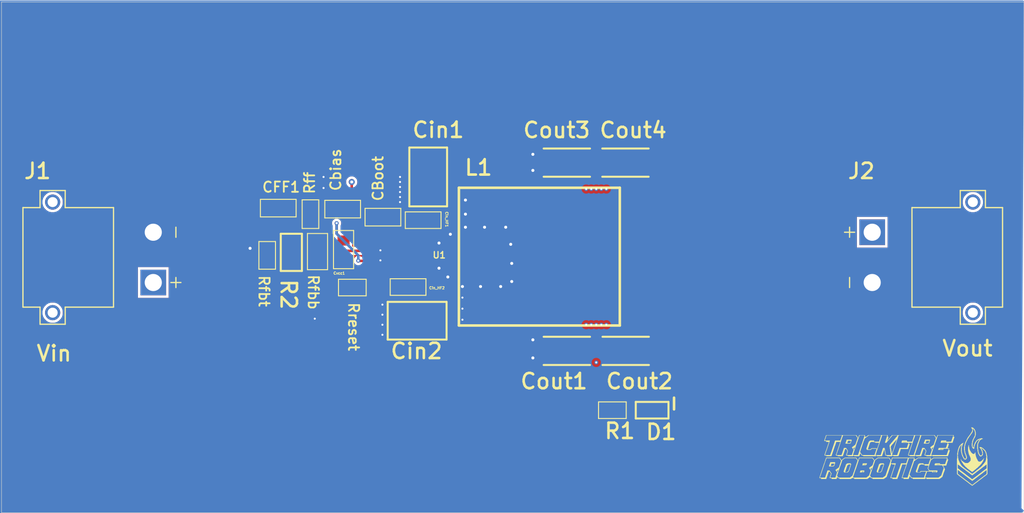
<source format=kicad_pcb>
(kicad_pcb (version 20240108) (generator "pcbnew") (generator_version "8.0")
  (layers (0 "F.Cu" signal "Top Layer") (1 "In1.Cu" signal "Inner GND") (2 "In2.Cu" signal "Inner Trcae/GND Plane") (31 "B.Cu" signal "Bottom Layer") (34 "B.Paste" user "Bottom Paste") (35 "F.Paste" user "Top Paste") (36 "B.SilkS" user "Bottom Overlay") (37 "F.SilkS" user "Top Overlay") (38 "B.Mask" user "Bottom Solder") (39 "F.Mask" user "Top Solder") (44 "Edge.Cuts" user))
  (property "SHEETTOTAL" "1")
  (net 0 "")
  (net 1 "NetR2_1")
  (net 2 "NetD1_1")
  (net 3 "NetRreset_1")
  (net 4 "VCC")
  (net 5 "NetCFF1_1")
  (net 6 "NetCboot1_2")
  (net 7 "NetCboot1_1")
  (net 8 "GND")
  (net 9 "FB_IN")
  (net 10 "12V_IN")
  (net 11 "5V_OUT")
  (footprint "Buck_PCB_Lib.PcbLib:CBOOT_100NF" (layer "F.Cu") (at 131.6011 100.2036)
    (property "Reference" "Cbias")
    (property "Value" "100nF" (hide yes))
  )
  (footprint "Buck_PCB_Lib.PcbLib:50_RESISTOR" (layer "F.Cu") (at 126.5011 104.5036 90)
    (property "Reference" "R2")
    (property "Value" "50" (hide yes))
  )
  (footprint "Buck_PCB_Lib.PcbLib:CIN_10UF_CAP" (layer "F.Cu") (at 140.1011 97.0036 -90)
    (property "Reference" "Cin1")
    (property "Value" "10uF" (hide yes))
  )
  (footprint "Buck_PCB_Lib.PcbLib:CBOOT_100NF" (layer "F.Cu") (at 135.6011 101.0036)
    (property "Reference" "CBoot")
    (property "Value" "100nF" (hide yes))
  )
  (footprint "Buck_PCB_Lib.PcbLib:100UF_COUT" (layer "F.Cu") (at 159.7011 95.5786 180)
    (property "Reference" "Cout4")
    (property "Value" "100 uF" (hide yes))
  )
  (footprint "Buck_PCB_Lib.PcbLib:R_FBB_24.9K" (layer "F.Cu") (at 129.1011 104.4286 90)
    (property "Reference" "Rfbb")
    (property "Value" "24.9K" (hide yes))
  )
  (footprint "Buck_PCB_Lib.PcbLib:4.99K_RESISTOR" (layer "F.Cu") (at 128.4011 100.7036 90)
    (property "Reference" "Rff")
    (property "Value" "4.99K" (hide yes))
  )
  (footprint "Buck_PCB_Lib.PcbLib:1UF_CINHF" (layer "F.Cu") (at 138.1011 107.9536 180)
    (property "Reference" "Cin_HF2")
    (property "Value" "1uF" (hide yes))
  )
  (footprint "Buck_PCB_Lib.PcbLib:100UF_COUT" (layer "F.Cu") (at 159.7261 114.3036 180)
    (property "Reference" "Cout2")
    (property "Value" "100 uF" (hide yes))
  )
  (footprint "Buck_PCB_Lib.PcbLib:CVCC_1UF" (layer "F.Cu") (at 131.69035 104.3286 90)
    (property "Reference" "Cvcc1")
    (property "Value" "1uF" (hide yes))
  )
  (footprint "Buck_PCB_Lib.PcbLib:CIN_10UF_CAP" (layer "F.Cu") (at 139.0011 111.3036 180)
    (property "Reference" "Cin2")
    (property "Value" "10uF" (hide yes))
  )
  (footprint "Buck_PCB_Lib.PcbLib:1UF_CINHF" (layer "F.Cu") (at 139.6011 101.3036 180)
    (property "Reference" "Cin_HF1")
    (property "Value" "1uF" (hide yes))
  )
  (footprint "Buck_PCB_Lib.PcbLib:100K RESISTOR" (layer "F.Cu") (at 132.5615 108.0036 180)
    (property "Reference" "Rreset")
    (property "Value" "100K" (hide yes))
  )
  (footprint "Buck_PCB_Lib.PcbLib:XT30PW-M" (layer "F.Cu") (at 194.2211 105.0036 -90)
    (property "Reference" "J2")
    (property "Value" "XT30" (hide yes))
  )
  (footprint "Buck_PCB_Lib.PcbLib:100K RESISTOR" (layer "F.Cu") (at 124.1011 104.8036 90)
    (property "Reference" "Rfbt")
    (property "Value" "100K" (hide yes))
  )
  (footprint "Buck_PCB_Lib.PcbLib:CFF_5.1PF" (layer "F.Cu") (at 125.2011 100.1036 180)
    (property "Reference" "CFF1")
    (property "Value" "5.1pF" (hide yes))
  )
  (footprint "Buck_PCB_Lib.PcbLib:XT30PW-M" (layer "F.Cu") (at 102.7811 105.0036 90)
    (property "Reference" "J1")
    (property "Value" "XT30" (hide yes))
  )
  (footprint "Buck_PCB_Lib.PcbLib:LM61495RPHR_IC" (layer "F.Cu") (at 136.3511 104.8536 -90)
    (property "Reference" "U1")
    (property "Value" "LM61495RPHR" (hide yes))
  )
  (footprint "Buck_PCB_Lib.PcbLib:100UF_COUT" (layer "F.Cu") (at 153.8761 95.5786)
    (property "Reference" "Cout3")
    (property "Value" "100 uF" (hide yes))
  )
  (footprint "Buck_PCB_Lib.PcbLib:2V_LED" (layer "F.Cu") (at 162.3511 120.2036)
    (property "Reference" "D1")
    (property "Value" "LED Indicator" (hide yes))
  )
  (footprint "Buck_PCB_Lib.PcbLib:100UF_COUT" (layer "F.Cu") (at 153.8761 114.3036)
    (property "Reference" "Cout1")
    (property "Value" "100 uF" (hide yes))
  )
  (footprint "Buck_PCB_Lib.PcbLib:100K RESISTOR" (layer "F.Cu") (at 158.4011 120.2036 180)
    (property "Reference" "R1")
    (property "Value" "100K" (hide yes))
  )
  (footprint "Buck_PCB_Lib.PcbLib:3.3UH INDUCTOR" (layer "F.Cu") (at 151.1511 104.9286 180)
    (property "Reference" "L1")
    (property "Value" "3.3uH" (hide yes))
  )
  (gr_poly (pts (xy 151.8011 107.4286) (xy 154.1261 112.0036) (xy 154.3761 106.7286)) (fill solid) (layer "F.Cu") (net 11))
  (gr_poly (pts (xy 161.8761 102.6536) (xy 159.5761 97.8036) (xy 159.2261 103.2036)) (fill solid) (layer "F.Cu") (net 11))
  (gr_rect (start 154.0761 116.2036) (end 159.6761 93.7036) (fill solid) (layer "F.Cu") (net 11))
  (gr_poly (pts (xy 141.1511 104.8786) (xy 143.7761 102.6786) (xy 143.7761 107.1536)) (fill solid) (layer "F.Cu") (net 6))
  (gr_rect (start 151.8011 107.4286) (end 161.8761 102.6536) (fill solid) (layer "F.Cu") (net 11))
  (gr_poly (pts (xy 161.8761 107.4286) (xy 159.6011 111.8786) (xy 159.3011 106.8036)) (fill solid) (layer "F.Cu") (net 11))
  (gr_poly (pts (xy 135.91389 106.0067) (xy 136.73956 105.73355) (xy 136.74087 106.77484) (xy 135.91259 106.80452)) (fill solid) (layer "F.Cu") (net 10))
  (gr_poly (pts (xy 151.8011 102.6536) (xy 154.1511 97.8286) (xy 154.3011 103.4036)) (fill solid) (layer "F.Cu") (net 11))
  (gr_poly (pts (xy 183.70416 125.544) (xy 183.67579 125.544) (xy 183.67579 125.60073) (xy 183.64743 125.60073) (xy 183.64743 125.65746) (xy 183.59069 125.65746) (xy 183.59069 125.68582) (xy 183.22193 125.68582) (xy 183.22193 125.65746) (xy 183.2503 125.65746) (xy 183.2503 125.62909) (xy 183.4205 125.62909) (xy 183.59069 125.62909) (xy 183.59069 125.60073) (xy 183.4205 125.60073) (xy 183.4205 125.62909) (xy 183.2503 125.62909) (xy 183.2503 125.57236) (xy 183.27867 125.57236) (xy 183.27867 125.48726) (xy 183.70416 125.48726)) (fill solid) (layer "F.SilkS"))
  (gr_poly (pts (xy 193.03665 125.09013) (xy 193.00828 125.09013) (xy 193.00828 125.06177) (xy 193.03665 125.06177)) (fill solid) (layer "F.SilkS"))
  (gr_poly (pts (xy 182.65461 122.70737) (xy 182.68298 122.70737) (xy 182.68298 122.7641) (xy 182.71134 122.7641) (xy 182.71134 122.79247) (xy 182.73971 122.79247) (xy 182.73971 122.8492) (xy 182.76807 122.8492) (xy 182.76807 122.90593) (xy 182.79644 122.90593) (xy 182.79644 122.9343) (xy 182.82481 122.9343) (xy 182.82481 122.90593) (xy 182.85317 122.90593) (xy 182.85317 122.82084) (xy 182.88154 122.82084) (xy 182.88154 122.73574) (xy 182.9099 122.73574) (xy 182.9099 122.679) (xy 183.50559 122.679) (xy 183.50559 122.8492) (xy 183.61906 122.8492) (xy 183.61906 122.82084) (xy 183.67579 122.82084) (xy 183.67579 122.79247) (xy 183.70416 122.79247) (xy 183.70416 122.7641) (xy 183.73252 122.7641) (xy 183.73252 122.73574) (xy 183.78926 122.73574) (xy 183.78926 122.70737) (xy 183.81762 122.70737) (xy 183.81762 122.679) (xy 185.77489 122.679) (xy 185.77489 122.7641) (xy 185.74653 122.7641) (xy 185.74653 122.8492) (xy 185.83163 122.8492) (xy 185.83163 122.9343) (xy 185.80326 122.9343) (xy 185.80326 123.0194) (xy 185.77489 123.0194) (xy 185.77489 123.1045) (xy 185.74653 123.1045) (xy 185.74653 123.1896) (xy 185.77489 123.1896) (xy 185.77489 123.16123) (xy 185.80326 123.16123) (xy 185.80326 123.13286) (xy 185.83163 123.13286) (xy 185.83163 123.1045) (xy 185.85999 123.1045) (xy 185.85999 123.04776) (xy 185.88836 123.04776) (xy 185.88836 123.0194) (xy 185.91672 123.0194) (xy 185.91672 122.99104) (xy 185.94509 122.99104) (xy 185.94509 122.96267) (xy 185.97346 122.96267) (xy 185.97346 122.9343) (xy 186.00182 122.9343) (xy 186.00182 122.87757) (xy 186.03019 122.87757) (xy 186.03019 122.8492) (xy 186.05856 122.8492) (xy 186.05856 122.82084) (xy 186.08692 122.82084) (xy 186.08692 122.79247) (xy 186.11529 122.79247) (xy 186.11529 122.7641) (xy 186.14365 122.7641) (xy 186.14365 122.70737) (xy 186.17202 122.70737) (xy 186.17202 122.679) (xy 190.42696 122.679) (xy 190.42696 122.70737) (xy 190.45532 122.70737) (xy 190.45532 122.73574) (xy 190.48369 122.73574) (xy 190.48369 122.79247) (xy 190.51205 122.79247) (xy 190.51205 122.82084) (xy 190.54042 122.82084) (xy 190.54042 122.87757) (xy 190.56879 122.87757) (xy 190.56879 122.90593) (xy 190.59715 122.90593) (xy 190.59715 122.9343) (xy 190.62552 122.9343) (xy 190.62552 122.8492) (xy 190.65389 122.8492) (xy 190.65389 122.7641) (xy 190.68225 122.7641) (xy 190.68225 122.679) (xy 192.32749 122.679) (xy 192.32749 122.7641) (xy 192.29913 122.7641) (xy 192.29913 122.8492) (xy 192.38423 122.8492) (xy 192.38423 122.9343) (xy 192.35586 122.9343) (xy 192.35586 123.0194) (xy 192.32749 123.0194) (xy 192.32749 123.1045) (xy 192.29913 123.1045) (xy 192.29913 123.1896) (xy 192.27076 123.1896) (xy 192.27076 123.27469) (xy 192.24239 123.27469) (xy 192.24239 123.3598) (xy 192.21403 123.3598) (xy 192.21403 123.44489) (xy 191.78854 123.44489) (xy 191.78854 123.47326) (xy 191.76017 123.47326) (xy 191.76017 123.52999) (xy 191.7318 123.52999) (xy 191.7318 123.55836) (xy 191.84527 123.55836) (xy 191.84527 123.61509) (xy 191.8169 123.61509) (xy 191.8169 123.70019) (xy 191.78854 123.70019) (xy 191.78854 123.78529) (xy 191.76017 123.78529) (xy 191.76017 123.87039) (xy 191.7318 123.87039) (xy 191.7318 123.95549) (xy 191.70343 123.95549) (xy 191.70343 123.98385) (xy 191.8169 123.98385) (xy 191.8169 124.01222) (xy 191.87364 124.01222) (xy 191.87364 124.09732) (xy 191.84527 124.09732) (xy 191.84527 124.18242) (xy 191.93037 124.18242) (xy 191.93037 124.26751) (xy 191.902 124.26751) (xy 191.902 124.35261) (xy 191.87364 124.35261) (xy 191.87364 124.43771) (xy 191.84527 124.43771) (xy 191.84527 124.52281) (xy 191.8169 124.52281) (xy 191.8169 124.60791) (xy 191.78854 124.60791) (xy 191.78854 124.69301) (xy 191.76017 124.69301) (xy 191.76017 124.77811) (xy 190.20003 124.77811) (xy 190.20003 124.74974) (xy 190.22839 124.74974) (xy 190.22839 124.72137) (xy 190.11493 124.72137) (xy 190.11493 124.77811) (xy 189.60434 124.77811) (xy 189.60434 124.72137) (xy 189.43414 124.72137) (xy 189.43414 124.66464) (xy 189.40577 124.66464) (xy 189.40577 124.63628) (xy 189.43414 124.63628) (xy 189.43414 124.55118) (xy 189.4625 124.55118) (xy 189.4625 124.46608) (xy 189.49087 124.46608) (xy 189.49087 124.38098) (xy 189.51924 124.38098) (xy 189.51924 124.29588) (xy 189.5476 124.29588) (xy 189.5476 124.23915) (xy 189.51924 124.23915) (xy 189.51924 124.21078) (xy 189.49087 124.21078) (xy 189.49087 124.15405) (xy 189.4625 124.15405) (xy 189.4625 124.12568) (xy 189.43414 124.12568) (xy 189.43414 124.06895) (xy 189.32067 124.06895) (xy 189.32067 124.09732) (xy 189.2923 124.09732) (xy 189.2923 124.18242) (xy 189.26394 124.18242) (xy 189.26394 124.26751) (xy 189.23558 124.26751) (xy 189.23558 124.35261) (xy 189.20721 124.35261) (xy 189.20721 124.43771) (xy 189.17884 124.43771) (xy 189.17884 124.52281) (xy 189.15047 124.52281) (xy 189.15047 124.60791) (xy 189.12211 124.60791) (xy 189.12211 124.69301) (xy 189.09374 124.69301) (xy 189.09374 124.77811) (xy 188.58315 124.77811) (xy 188.58315 124.72137) (xy 188.46968 124.72137) (xy 188.46968 124.77811) (xy 187.95909 124.77811) (xy 187.95909 124.72137) (xy 187.81726 124.72137) (xy 187.81726 124.69301) (xy 187.7889 124.69301) (xy 187.7889 124.57954) (xy 187.81726 124.57954) (xy 187.81726 124.55118) (xy 187.84563 124.55118) (xy 187.84563 124.66464) (xy 188.35622 124.66464) (xy 188.35622 124.60791) (xy 188.44132 124.60791) (xy 188.44132 124.66464) (xy 188.95191 124.66464) (xy 188.95191 124.60791) (xy 188.98028 124.60791) (xy 188.98028 124.55118) (xy 189.00864 124.55118) (xy 189.00864 124.46608) (xy 189.03701 124.46608) (xy 189.03701 124.38098) (xy 189.06538 124.38098) (xy 189.06538 124.29588) (xy 189.09374 124.29588) (xy 189.09374 124.21078) (xy 189.12211 124.21078) (xy 189.12211 124.12568) (xy 189.15047 124.12568) (xy 189.15047 124.04058) (xy 189.17884 124.04058) (xy 189.17884 123.95549) (xy 189.40577 123.95549) (xy 189.40577 123.98385) (xy 189.43414 123.98385) (xy 189.43414 124.01222) (xy 189.4625 124.01222) (xy 189.4625 124.06895) (xy 189.49087 124.06895) (xy 189.49087 124.09732) (xy 189.51924 124.09732) (xy 189.51924 124.15405) (xy 189.5476 124.15405) (xy 189.5476 124.18242) (xy 189.57597 124.18242) (xy 189.57597 124.23915) (xy 189.60434 124.23915) (xy 189.60434 124.29588) (xy 189.57597 124.29588) (xy 189.57597 124.38098) (xy 189.5476 124.38098) (xy 189.5476 124.46608) (xy 189.51924 124.46608) (xy 189.51924 124.55118) (xy 189.49087 124.55118) (xy 189.49087 124.63628) (xy 189.4625 124.63628) (xy 189.4625 124.66464) (xy 189.9731 124.66464) (xy 189.9731 124.63628) (xy 190.00146 124.63628) (xy 190.00146 124.60791) (xy 190.08656 124.60791) (xy 190.08656 124.66464) (xy 191.61834 124.66464) (xy 191.61834 124.60791) (xy 191.64671 124.60791) (xy 191.64671 124.52281) (xy 191.67507 124.52281) (xy 191.67507 124.43771) (xy 191.70343 124.43771) (xy 191.70343 124.35261) (xy 191.7318 124.35261) (xy 191.7318 124.26751) (xy 191.76017 124.26751) (xy 191.76017 124.18242) (xy 191.78854 124.18242) (xy 191.78854 124.12568) (xy 191.8169 124.12568) (xy 191.8169 124.04058) (xy 191.30631 124.04058) (xy 191.30631 124.09732) (xy 191.27794 124.09732) (xy 191.27794 124.15405) (xy 190.76735 124.15405) (xy 190.76735 124.09732) (xy 190.79572 124.09732) (xy 190.96591 124.09732) (xy 191.24957 124.09732) (xy 191.24957 124.06895) (xy 190.96591 124.06895) (xy 190.96591 124.09732) (xy 190.79572 124.09732) (xy 190.79572 124.01222) (xy 190.82408 124.01222) (xy 190.82408 123.95549) (xy 191.53324 123.95549) (xy 191.53324 123.92712) (xy 191.5616 123.92712) (xy 191.5616 123.87039) (xy 191.58997 123.87039) (xy 191.58997 123.78529) (xy 191.61834 123.78529) (xy 191.61834 123.70019) (xy 191.64671 123.70019) (xy 191.64671 123.61509) (xy 191.67507 123.61509) (xy 191.67507 123.52999) (xy 191.70343 123.52999) (xy 191.70343 123.44489) (xy 191.02265 123.44489) (xy 191.02265 123.38816) (xy 191.19284 123.38816) (xy 191.53324 123.38816) (xy 191.53324 123.3598) (xy 191.19284 123.3598) (xy 191.19284 123.38816) (xy 191.02265 123.38816) (xy 191.02265 123.3598) (xy 191.05101 123.3598) (xy 191.05101 123.27469) (xy 191.07938 123.27469) (xy 191.07938 123.21796) (xy 191.58997 123.21796) (xy 191.58997 123.27469) (xy 191.5616 123.27469) (xy 191.5616 123.33143) (xy 192.07219 123.33143) (xy 192.07219 123.27469) (xy 192.10056 123.27469) (xy 192.10056 123.1896) (xy 192.12893 123.1896) (xy 192.12893 123.1045) (xy 192.1573 123.1045) (xy 192.1573 123.0194) (xy 192.18566 123.0194) (xy 192.18566 122.9343) (xy 192.21403 122.9343) (xy 192.21403 122.8492) (xy 192.24239 122.8492) (xy 192.24239 122.79247) (xy 192.27076 122.79247) (xy 192.27076 122.70737) (xy 190.73898 122.70737) (xy 190.73898 122.7641) (xy 190.71062 122.7641) (xy 190.71062 122.8492) (xy 190.68225 122.8492) (xy 190.68225 122.9343) (xy 190.65389 122.9343) (xy 190.65389 123.0194) (xy 190.62552 123.0194) (xy 190.62552 123.1045) (xy 190.59715 123.1045) (xy 190.59715 123.1896) (xy 190.56879 123.1896) (xy 190.56879 123.27469) (xy 190.54042 123.27469) (xy 190.54042 123.3598) (xy 190.51205 123.3598) (xy 190.51205 123.41652) (xy 190.48369 123.41652) (xy 190.48369 123.50163) (xy 190.45532 123.50163) (xy 190.45532 123.58672) (xy 190.42696 123.58672) (xy 190.42696 123.67182) (xy 190.39859 123.67182) (xy 190.39859 123.75692) (xy 190.37022 123.75692) (xy 190.37022 123.84202) (xy 190.34186 123.84202) (xy 190.34186 123.92712) (xy 190.31349 123.92712) (xy 190.31349 124.01222) (xy 190.28512 124.01222) (xy 190.28512 124.09732) (xy 190.25676 124.09732) (xy 190.25676 124.18242) (xy 190.22839 124.18242) (xy 190.22839 124.26751) (xy 190.20003 124.26751) (xy 190.20003 124.35261) (xy 190.17166 124.35261) (xy 190.17166 124.43771) (xy 190.14329 124.43771) (xy 190.14329 124.52281) (xy 190.11493 124.52281) (xy 190.11493 124.60791) (xy 190.08656 124.60791) (xy 190.00146 124.60791) (xy 190.00146 124.55118) (xy 190.02983 124.55118) (xy 190.02983 124.46608) (xy 190.0582 124.46608) (xy 190.0582 124.38098) (xy 190.08656 124.38098) (xy 190.08656 124.29588) (xy 190.11493 124.29588) (xy 190.11493 124.21078) (xy 190.14329 124.21078) (xy 190.14329 124.12568) (xy 190.11493 124.12568) (xy 190.11493 124.09732) (xy 190.11493 124.06895) (xy 190.08656 124.06895) (xy 190.08656 124.04058) (xy 190.0582 124.04058) (xy 190.0582 123.98385) (xy 190.14329 123.98385) (xy 190.14329 124.06895) (xy 190.17166 124.06895) (xy 190.17166 124.09732) (xy 190.22839 124.09732) (xy 190.22839 124.01222) (xy 190.25676 124.01222) (xy 190.25676 123.92712) (xy 190.28512 123.92712) (xy 190.28512 123.89875) (xy 190.25676 123.89875) (xy 190.25676 123.92712) (xy 190.20003 123.92712) (xy 190.20003 123.95549) (xy 190.17166 123.95549) (xy 190.17166 123.98385) (xy 190.14329 123.98385) (xy 190.0582 123.98385) (xy 190.02983 123.98385) (xy 190.02983 123.95549) (xy 190.00146 123.95549) (xy 190.00146 123.87039) (xy 190.02983 123.87039) (xy 190.02983 123.84202) (xy 190.0582 123.84202) (xy 190.0582 123.81366) (xy 190.11493 123.81366) (xy 190.11493 123.78529) (xy 190.14329 123.78529) (xy 190.14329 123.75692) (xy 190.17166 123.75692) (xy 190.17166 123.72856) (xy 190.22839 123.72856) (xy 190.22839 123.70019) (xy 190.25676 123.70019) (xy 190.25676 123.67182) (xy 190.31349 123.67182) (xy 190.31349 123.64346) (xy 190.34186 123.64346) (xy 190.34186 123.55836) (xy 190.37022 123.55836) (xy 190.37022 123.47326) (xy 190.39859 123.47326) (xy 190.39859 123.38816) (xy 190.42696 123.38816) (xy 190.42696 123.30306) (xy 190.45532 123.30306) (xy 190.45532 123.21796) (xy 190.48369 123.21796) (xy 190.48369 123.13286) (xy 190.51205 123.13286) (xy 190.51205 123.04776) (xy 190.54042 123.04776) (xy 190.54042 122.9343) (xy 190.51205 122.9343) (xy 190.51205 122.90593) (xy 190.48369 122.90593) (xy 190.48369 122.8492) (xy 190.45532 122.8492) (xy 190.45532 122.79247) (xy 190.42696 122.79247) (xy 190.42696 122.7641) (xy 190.39859 122.7641) (xy 190.39859 122.73574) (xy 190.37022 122.73574) (xy 190.37022 122.70737) (xy 189.09374 122.70737) (xy 189.09374 122.79247) (xy 189.06538 122.79247) (xy 189.06538 122.87757) (xy 189.03701 122.87757) (xy 189.03701 122.96267) (xy 189.00864 122.96267) (xy 189.00864 123.04776) (xy 188.98028 123.04776) (xy 188.98028 123.1045) (xy 188.95191 123.1045) (xy 188.95191 123.1896) (xy 188.92354 123.1896) (xy 188.92354 123.27469) (xy 188.89518 123.27469) (xy 188.89518 123.3598) (xy 188.86682 123.3598) (xy 188.86682 123.44489) (xy 188.83845 123.44489) (xy 188.83845 123.52999) (xy 188.81008 123.52999) (xy 188.81008 123.61509) (xy 188.78171 123.61509) (xy 188.78171 123.70019) (xy 188.75335 123.70019) (xy 188.75335 123.78529) (xy 188.72498 123.78529) (xy 188.72498 123.87039) (xy 188.69662 123.87039) (xy 188.69662 123.95549) (xy 188.66825 123.95549) (xy 188.66825 124.04058) (xy 188.63988 124.04058) (xy 188.63988 124.12568) (xy 188.61152 124.12568) (xy 188.61152 124.21078) (xy 188.58315 124.21078) (xy 188.58315 124.29588) (xy 188.55478 124.29588) (xy 188.55478 124.38098) (xy 188.52642 124.38098) (xy 188.52642 124.46608) (xy 188.49805 124.46608) (xy 188.49805 124.52281) (xy 188.46968 124.52281) (xy 188.46968 124.60791) (xy 188.44132 124.60791) (xy 188.35622 124.60791) (xy 188.35622 124.57954) (xy 188.38459 124.57954) (xy 188.38459 124.49444) (xy 188.41295 124.49444) (xy 188.41295 124.40934) (xy 188.44132 124.40934) (xy 188.44132 124.32425) (xy 188.46968 124.32425) (xy 188.46968 124.23915) (xy 188.49805 124.23915) (xy 188.49805 124.15405) (xy 188.52642 124.15405) (xy 188.52642 124.06895) (xy 188.55478 124.06895) (xy 188.55478 123.98385) (xy 188.58315 123.98385) (xy 188.58315 123.89875) (xy 188.61152 123.89875) (xy 188.61152 123.81366) (xy 188.63988 123.81366) (xy 188.63988 123.72856) (xy 188.66825 123.72856) (xy 188.66825 123.64346) (xy 188.69662 123.64346) (xy 188.69662 123.55836) (xy 188.72498 123.55836) (xy 188.72498 123.47326) (xy 188.75335 123.47326) (xy 188.75335 123.38816) (xy 188.78171 123.38816) (xy 188.78171 123.33143) (xy 188.81008 123.33143) (xy 188.81008 123.24633) (xy 188.83845 123.24633) (xy 188.83845 123.16123) (xy 188.86682 123.16123) (xy 188.86682 123.07613) (xy 188.89518 123.07613) (xy 188.89518 122.99104) (xy 188.92354 122.99104) (xy 188.92354 122.90593) (xy 188.95191 122.90593) (xy 188.95191 122.82084) (xy 188.98028 122.82084) (xy 188.98028 122.70737) (xy 188.49805 122.70737) (xy 188.49805 122.73574) (xy 188.46968 122.73574) (xy 188.46968 122.82084) (xy 188.44132 122.82084) (xy 188.44132 122.90593) (xy 188.41295 122.90593) (xy 188.41295 122.99104) (xy 188.38459 122.99104) (xy 188.38459 123.04776) (xy 188.35622 123.04776) (xy 188.35622 123.13286) (xy 188.32785 123.13286) (xy 188.32785 123.21796) (xy 188.29949 123.21796) (xy 188.29949 123.30306) (xy 188.27112 123.30306) (xy 188.27112 123.38816) (xy 188.24276 123.38816) (xy 188.24276 123.47326) (xy 188.21439 123.47326) (xy 188.21439 123.55836) (xy 188.18602 123.55836) (xy 188.18602 123.64346) (xy 188.15766 123.64346) (xy 188.15766 123.72856) (xy 188.12929 123.72856) (xy 188.12929 123.81366) (xy 188.10092 123.81366) (xy 188.10092 123.89875) (xy 188.07256 123.89875) (xy 188.07256 123.98385) (xy 188.04419 123.98385) (xy 188.04419 124.06895) (xy 188.01583 124.06895) (xy 188.01583 124.15405) (xy 187.98746 124.15405) (xy 187.98746 124.23915) (xy 187.95909 124.23915) (xy 187.95909 124.32425) (xy 187.93073 124.32425) (xy 187.93073 124.40934) (xy 187.90236 124.40934) (xy 187.90236 124.49444) (xy 187.874 124.49444) (xy 187.874 124.55118) (xy 187.84563 124.55118) (xy 187.81726 124.55118) (xy 187.81726 124.49444) (xy 187.84563 124.49444) (xy 187.84563 124.40934) (xy 187.874 124.40934) (xy 187.874 124.32425) (xy 187.90236 124.32425) (xy 187.90236 124.23915) (xy 187.93073 124.23915) (xy 187.93073 124.15405) (xy 187.95909 124.15405) (xy 187.95909 124.06895) (xy 187.98746 124.06895) (xy 187.98746 123.98385) (xy 188.01583 123.98385) (xy 188.01583 123.89875) (xy 188.04419 123.89875) (xy 188.04419 123.81366) (xy 188.07256 123.81366) (xy 188.07256 123.72856) (xy 188.10092 123.72856) (xy 188.10092 123.64346) (xy 188.12929 123.64346) (xy 188.12929 123.55836) (xy 188.15766 123.55836) (xy 188.15766 123.44489) (xy 187.874 123.44489) (xy 187.874 123.52999) (xy 187.84563 123.52999) (xy 187.84563 123.55836) (xy 187.95909 123.55836) (xy 187.95909 123.58672) (xy 187.93073 123.58672) (xy 187.93073 123.67182) (xy 187.90236 123.67182) (xy 187.90236 123.75692) (xy 187.874 123.75692) (xy 187.874 123.84202) (xy 187.84563 123.84202) (xy 187.84563 123.92712) (xy 187.81726 123.92712) (xy 187.81726 124.01222) (xy 187.7889 124.01222) (xy 187.7889 124.06895) (xy 187.05138 124.06895) (xy 187.05138 124.15405) (xy 187.02301 124.15405) (xy 187.02301 124.23915) (xy 186.99464 124.23915) (xy 186.99464 124.32425) (xy 186.96628 124.32425) (xy 186.96628 124.40934) (xy 186.93791 124.40934) (xy 186.93791 124.49444) (xy 186.90954 124.49444) (xy 186.90954 124.57954) (xy 186.88118 124.57954) (xy 186.88118 124.66464) (xy 186.85281 124.66464) (xy 186.85281 124.74974) (xy 186.82445 124.74974) (xy 186.82445 124.77811) (xy 186.31385 124.77811) (xy 186.31385 124.72137) (xy 186.20039 124.72137) (xy 186.20039 124.77811) (xy 185.68979 124.77811) (xy 185.68979 124.72137) (xy 185.54796 124.72137) (xy 185.54796 124.69301) (xy 185.5196 124.69301) (xy 185.5196 124.55118) (xy 185.49123 124.55118) (xy 185.49123 124.38098) (xy 185.46287 124.38098) (xy 185.46287 124.21078) (xy 185.4345 124.21078) (xy 185.4345 124.09732) (xy 185.40613 124.09732) (xy 185.40613 124.18242) (xy 185.37777 124.18242) (xy 185.37777 124.26751) (xy 185.3494 124.26751) (xy 185.3494 124.35261) (xy 185.32103 124.35261) (xy 185.32103 124.43771) (xy 185.29267 124.43771) (xy 185.29267 124.52281) (xy 185.2643 124.52281) (xy 185.2643 124.60791) (xy 185.23594 124.60791) (xy 185.23594 124.69301) (xy 185.20757 124.69301) (xy 185.20757 124.77811) (xy 184.66861 124.77811) (xy 184.66861 124.74974) (xy 184.69697 124.74974) (xy 184.69697 124.72137) (xy 184.58351 124.72137) (xy 184.58351 124.77811) (xy 183.3354 124.77811) (xy 183.3354 124.74974) (xy 183.30703 124.74974) (xy 183.30703 124.72137) (xy 183.19357 124.72137) (xy 183.19357 124.69301) (xy 183.1652 124.69301) (xy 183.1652 124.66464) (xy 183.13683 124.66464) (xy 183.13683 124.60791) (xy 183.10847 124.60791) (xy 183.10847 124.57954) (xy 183.0801 124.57954) (xy 183.0801 124.52281) (xy 183.05173 124.52281) (xy 183.05173 124.49444) (xy 183.02337 124.49444) (xy 183.02337 124.55118) (xy 182.995 124.55118) (xy 182.995 124.63628) (xy 182.96664 124.63628) (xy 182.96664 124.72137) (xy 182.93827 124.72137) (xy 182.93827 124.77811) (xy 182.42768 124.77811) (xy 182.42768 124.72137) (xy 182.34258 124.72137) (xy 182.34258 124.74974) (xy 182.31421 124.74974) (xy 182.31421 124.77811) (xy 181.80362 124.77811) (xy 181.80362 124.74974) (xy 181.83199 124.74974) (xy 181.83199 124.72137) (xy 181.66179 124.72137) (xy 181.66179 124.69301) (xy 181.63342 124.69301) (xy 181.63342 124.60791) (xy 181.66179 124.60791) (xy 181.66179 124.52281) (xy 181.69016 124.52281) (xy 181.69016 124.43771) (xy 181.71852 124.43771) (xy 181.71852 124.35261) (xy 181.74689 124.35261) (xy 181.74689 124.21078) (xy 181.71852 124.21078) (xy 181.71852 124.18242) (xy 181.69016 124.18242) (xy 181.69016 124.12568) (xy 181.66179 124.12568) (xy 181.66179 124.09732) (xy 181.63342 124.09732) (xy 181.63342 124.06895) (xy 181.51996 124.06895) (xy 181.51996 124.15405) (xy 181.49159 124.15405) (xy 181.49159 124.23915) (xy 181.46323 124.23915) (xy 181.46323 124.32425) (xy 181.43486 124.32425) (xy 181.43486 124.40934) (xy 181.40649 124.40934) (xy 181.40649 124.49444) (xy 181.37813 124.49444) (xy 181.37813 124.57954) (xy 181.34976 124.57954) (xy 181.34976 124.66464) (xy 181.32139 124.66464) (xy 181.32139 124.74974) (xy 181.29303 124.74974) (xy 181.29303 124.77811) (xy 180.78244 124.77811) (xy 180.78244 124.74974) (xy 180.8108 124.74974) (xy 180.8108 124.72137) (xy 180.64061 124.72137) (xy 180.64061 124.69301) (xy 180.61224 124.69301) (xy 180.61224 124.57954) (xy 180.64061 124.57954) (xy 180.66897 124.57954) (xy 180.66897 124.66464) (xy 181.17956 124.66464) (xy 181.17956 124.57954) (xy 181.20793 124.57954) (xy 181.20793 124.52281) (xy 181.2363 124.52281) (xy 181.2363 124.43771) (xy 181.26466 124.43771) (xy 181.26466 124.35261) (xy 181.29303 124.35261) (xy 181.29303 124.26751) (xy 181.32139 124.26751) (xy 181.32139 124.18242) (xy 181.34976 124.18242) (xy 181.34976 124.09732) (xy 181.37813 124.09732) (xy 181.37813 124.01222) (xy 181.40649 124.01222) (xy 181.40649 123.95549) (xy 181.63342 123.95549) (xy 181.63342 123.98385) (xy 181.66179 123.98385) (xy 181.66179 124.04058) (xy 181.69016 124.04058) (xy 181.69016 124.06895) (xy 181.71852 124.06895) (xy 181.71852 124.12568) (xy 181.74689 124.12568) (xy 181.74689 124.15405) (xy 181.77525 124.15405) (xy 181.77525 124.21078) (xy 181.80362 124.21078) (xy 181.80362 124.35261) (xy 181.77525 124.35261) (xy 181.77525 124.43771) (xy 181.74689 124.43771) (xy 181.74689 124.52281) (xy 181.71852 124.52281) (xy 181.71852 124.60791) (xy 181.69016 124.60791) (xy 181.69016 124.66464) (xy 182.20075 124.66464) (xy 182.20075 124.60791) (xy 182.22912 124.60791) (xy 182.22912 124.57954) (xy 182.31421 124.57954) (xy 182.31421 124.66464) (xy 182.82481 124.66464) (xy 182.82481 124.57954) (xy 182.85317 124.57954) (xy 182.85317 124.49444) (xy 182.88154 124.49444) (xy 182.88154 124.40934) (xy 182.9099 124.40934) (xy 182.9099 124.32425) (xy 182.93827 124.32425) (xy 182.93827 124.29588) (xy 183.02337 124.29588) (xy 183.02337 124.38098) (xy 183.05173 124.38098) (xy 183.05173 124.43771) (xy 183.0801 124.43771) (xy 183.0801 124.46608) (xy 183.10847 124.46608) (xy 183.10847 124.52281) (xy 183.13683 124.52281) (xy 183.13683 124.55118) (xy 183.1652 124.55118) (xy 183.1652 124.60791) (xy 183.19357 124.60791) (xy 183.19357 124.63628) (xy 183.22193 124.63628) (xy 183.22193 124.66464) (xy 184.44168 124.66464) (xy 184.44168 124.63628) (xy 184.47005 124.63628) (xy 184.47005 124.60791) (xy 184.55514 124.60791) (xy 184.55514 124.66464) (xy 185.06574 124.66464) (xy 185.06574 124.60791) (xy 185.09411 124.60791) (xy 185.09411 124.52281) (xy 185.12247 124.52281) (xy 185.12247 124.43771) (xy 185.15084 124.43771) (xy 185.15084 124.35261) (xy 185.1792 124.35261) (xy 185.1792 124.26751) (xy 185.20757 124.26751) (xy 185.20757 124.18242) (xy 185.23594 124.18242) (xy 185.23594 124.09732) (xy 185.2643 124.09732) (xy 185.2643 124.01222) (xy 185.29267 124.01222) (xy 185.29267 123.95549) (xy 185.46287 123.95549) (xy 185.46287 124.06895) (xy 185.49123 124.06895) (xy 185.49123 124.23915) (xy 185.5196 124.23915) (xy 185.5196 124.40934) (xy 185.54796 124.40934) (xy 185.54796 124.57954) (xy 185.57633 124.57954) (xy 185.57633 124.66464) (xy 186.08692 124.66464) (xy 186.08692 124.57954) (xy 186.20039 124.57954) (xy 186.20039 124.66464) (xy 186.71098 124.66464) (xy 186.71098 124.57954) (xy 186.73934 124.57954) (xy 186.73934 124.49444) (xy 186.76771 124.49444) (xy 186.76771 124.40934) (xy 186.79608 124.40934) (xy 186.79608 124.35261) (xy 186.82445 124.35261) (xy 186.82445 124.26751) (xy 186.85281 124.26751) (xy 186.85281 124.18242) (xy 186.88118 124.18242) (xy 186.88118 124.09732) (xy 186.90954 124.09732) (xy 186.90954 124.01222) (xy 186.93791 124.01222) (xy 186.93791 123.95549) (xy 187.64706 123.95549) (xy 187.64706 123.92712) (xy 187.67543 123.92712) (xy 187.67543 123.87039) (xy 187.7038 123.87039) (xy 187.7038 123.78529) (xy 187.73216 123.78529) (xy 187.73216 123.70019) (xy 187.76053 123.70019) (xy 187.76053 123.61509) (xy 187.7889 123.61509) (xy 187.7889 123.52999) (xy 187.81726 123.52999) (xy 187.81726 123.44489) (xy 187.13647 123.44489) (xy 187.13647 123.38816) (xy 187.30667 123.38816) (xy 187.6187 123.38816) (xy 187.6187 123.3598) (xy 187.30667 123.3598) (xy 187.30667 123.38816) (xy 187.13647 123.38816) (xy 187.13647 123.33143) (xy 187.16484 123.33143) (xy 187.16484 123.27469) (xy 187.16484 123.24633) (xy 187.19321 123.24633) (xy 187.19321 123.21796) (xy 187.67543 123.21796) (xy 187.67543 123.33143) (xy 188.18602 123.33143) (xy 188.18602 123.27469) (xy 188.21439 123.27469) (xy 188.21439 123.1896) (xy 188.24276 123.1896) (xy 188.24276 123.1045) (xy 188.27112 123.1045) (xy 188.27112 123.0194) (xy 188.29949 123.0194) (xy 188.29949 122.9343) (xy 188.32785 122.9343) (xy 188.32785 122.8492) (xy 188.35622 122.8492) (xy 188.35622 122.7641) (xy 188.38459 122.7641) (xy 188.38459 122.70737) (xy 186.85281 122.70737) (xy 186.85281 122.73574) (xy 186.82445 122.73574) (xy 186.82445 122.82084) (xy 186.79608 122.82084) (xy 186.79608 122.90593) (xy 186.76771 122.90593) (xy 186.76771 122.99104) (xy 186.73934 122.99104) (xy 186.73934 123.07613) (xy 186.71098 123.07613) (xy 186.71098 123.16123) (xy 186.68261 123.16123) (xy 186.68261 123.24633) (xy 186.65424 123.24633) (xy 186.65424 123.33143) (xy 186.62588 123.33143) (xy 186.62588 123.41652) (xy 186.59751 123.41652) (xy 186.59751 123.50163) (xy 186.56915 123.50163) (xy 186.56915 123.58672) (xy 186.54078 123.58672) (xy 186.54078 123.67182) (xy 186.51241 123.67182) (xy 186.51241 123.75692) (xy 186.48405 123.75692) (xy 186.48405 123.84202) (xy 186.45569 123.84202) (xy 186.45569 123.92712) (xy 186.42732 123.92712) (xy 186.42732 124.01222) (xy 186.39895 124.01222) (xy 186.39895 124.09732) (xy 186.37058 124.09732) (xy 186.37058 124.15405) (xy 186.34222 124.15405) (xy 186.34222 124.23915) (xy 186.31385 124.23915) (xy 186.31385 124.32425) (xy 186.28549 124.32425) (xy 186.28549 124.40934) (xy 186.25712 124.40934) (xy 186.25712 124.49444) (xy 186.22875 124.49444) (xy 186.22875 124.57954) (xy 186.20039 124.57954) (xy 186.08692 124.57954) (xy 186.05856 124.57954) (xy 186.05856 124.40934) (xy 186.03019 124.40934) (xy 186.03019 124.23915) (xy 186.00182 124.23915) (xy 186.00182 124.06895) (xy 185.97346 124.06895) (xy 185.97346 123.87039) (xy 185.94509 123.87039) (xy 185.94509 123.84202) (xy 186.05856 123.84202) (xy 186.05856 123.92712) (xy 186.08692 123.92712) (xy 186.08692 124.09732) (xy 186.11529 124.09732) (xy 186.11529 124.29588) (xy 186.14365 124.29588) (xy 186.14365 124.46608) (xy 186.17202 124.46608) (xy 186.17202 124.49444) (xy 186.20039 124.49444) (xy 186.20039 124.40934) (xy 186.22875 124.40934) (xy 186.22875 124.32425) (xy 186.25712 124.32425) (xy 186.25712 124.23915) (xy 186.28549 124.23915) (xy 186.28549 124.18242) (xy 186.31385 124.18242) (xy 186.31385 124.09732) (xy 186.34222 124.09732) (xy 186.34222 124.01222) (xy 186.37058 124.01222) (xy 186.37058 123.92712) (xy 186.39895 123.92712) (xy 186.39895 123.84202) (xy 186.42732 123.84202) (xy 186.42732 123.75692) (xy 186.45569 123.75692) (xy 186.45569 123.67182) (xy 186.48405 123.67182) (xy 186.48405 123.58672) (xy 186.51241 123.58672) (xy 186.51241 123.50163) (xy 186.54078 123.50163) (xy 186.54078 123.41652) (xy 186.56915 123.41652) (xy 186.56915 123.33143) (xy 186.59751 123.33143) (xy 186.59751 123.24633) (xy 186.62588 123.24633) (xy 186.62588 123.16123) (xy 186.65424 123.16123) (xy 186.65424 123.1045) (xy 186.62588 123.1045) (xy 186.62588 123.16123) (xy 186.59751 123.16123) (xy 186.59751 123.1896) (xy 186.56915 123.1896) (xy 186.56915 123.21796) (xy 186.54078 123.21796) (xy 186.54078 123.24633) (xy 186.51241 123.24633) (xy 186.51241 123.27469) (xy 186.48405 123.27469) (xy 186.48405 123.33143) (xy 186.45569 123.33143) (xy 186.45569 123.3598) (xy 186.42732 123.3598) (xy 186.42732 123.38816) (xy 186.39895 123.38816) (xy 186.39895 123.41652) (xy 186.37058 123.41652) (xy 186.37058 123.44489) (xy 186.34222 123.44489) (xy 186.34222 123.50163) (xy 186.31385 123.50163) (xy 186.31385 123.52999) (xy 186.28549 123.52999) (xy 186.28549 123.55836) (xy 186.25712 123.55836) (xy 186.25712 123.58672) (xy 186.22875 123.58672) (xy 186.22875 123.61509) (xy 186.20039 123.61509) (xy 186.20039 123.64346) (xy 186.17202 123.64346) (xy 186.17202 123.70019) (xy 186.14365 123.70019) (xy 186.14365 123.72856) (xy 186.11529 123.72856) (xy 186.11529 123.75692) (xy 186.08692 123.75692) (xy 186.08692 123.84202) (xy 186.05856 123.84202) (xy 185.94509 123.84202) (xy 185.94509 123.67182) (xy 185.97346 123.67182) (xy 185.97346 123.61509) (xy 186.00182 123.61509) (xy 186.00182 123.58672) (xy 186.03019 123.58672) (xy 186.03019 123.55836) (xy 186.05856 123.55836) (xy 186.05856 123.52999) (xy 186.08692 123.52999) (xy 186.08692 123.47326) (xy 186.11529 123.47326) (xy 186.11529 123.44489) (xy 186.14365 123.44489) (xy 186.14365 123.41652) (xy 186.17202 123.41652) (xy 186.17202 123.38816) (xy 186.20039 123.38816) (xy 186.20039 123.3598) (xy 186.22875 123.3598) (xy 186.22875 123.33143) (xy 186.25712 123.33143) (xy 186.25712 123.27469) (xy 186.28549 123.27469) (xy 186.28549 123.24633) (xy 186.31385 123.24633) (xy 186.31385 123.21796) (xy 186.34222 123.21796) (xy 186.34222 123.1896) (xy 186.37058 123.1896) (xy 186.37058 123.16123) (xy 186.39895 123.16123) (xy 186.39895 123.1045) (xy 186.42732 123.1045) (xy 186.42732 123.07613) (xy 186.45569 123.07613) (xy 186.45569 123.04776) (xy 186.48405 123.04776) (xy 186.48405 123.0194) (xy 186.51241 123.0194) (xy 186.51241 122.99104) (xy 186.54078 122.99104) (xy 186.54078 122.9343) (xy 186.56915 122.9343) (xy 186.56915 122.90593) (xy 186.59751 122.90593) (xy 186.59751 122.87757) (xy 186.62588 122.87757) (xy 186.62588 122.8492) (xy 186.65424 122.8492) (xy 186.65424 122.82084) (xy 186.68261 122.82084) (xy 186.73934 122.82084) (xy 186.76771 122.82084) (xy 186.76771 122.79247) (xy 186.73934 122.79247) (xy 186.73934 122.82084) (xy 186.68261 122.82084) (xy 186.68261 122.7641) (xy 186.71098 122.7641) (xy 186.71098 122.73574) (xy 186.73934 122.73574) (xy 186.73934 122.70737) (xy 186.22875 122.70737) (xy 186.22875 122.73574) (xy 186.20039 122.73574) (xy 186.20039 122.7641) (xy 186.17202 122.7641) (xy 186.17202 122.82084) (xy 186.14365 122.82084) (xy 186.14365 122.8492) (xy 186.11529 122.8492) (xy 186.11529 122.87757) (xy 186.08692 122.87757) (xy 186.08692 122.90593) (xy 186.05856 122.90593) (xy 186.05856 122.9343) (xy 186.03019 122.9343) (xy 186.03019 122.96267) (xy 186.00182 122.96267) (xy 186.00182 123.0194) (xy 185.97346 123.0194) (xy 185.97346 123.04776) (xy 185.94509 123.04776) (xy 185.94509 123.07613) (xy 185.91672 123.07613) (xy 185.91672 123.1045) (xy 185.88836 123.1045) (xy 185.88836 123.16123) (xy 185.85999 123.16123) (xy 185.85999 123.1896) (xy 185.83163 123.1896) (xy 185.83163 123.21796) (xy 185.80326 123.21796) (xy 185.80326 123.24633) (xy 185.77489 123.24633) (xy 185.77489 123.27469) (xy 185.74653 123.27469) (xy 185.74653 123.30306) (xy 185.71816 123.30306) (xy 185.71816 123.3598) (xy 185.68979 123.3598) (xy 185.68979 123.38816) (xy 185.66143 123.38816) (xy 185.66143 123.41652) (xy 185.63306 123.41652) (xy 185.63306 123.44489) (xy 185.49123 123.44489) (xy 185.49123 123.3598) (xy 185.5196 123.3598) (xy 185.5196 123.27469) (xy 185.54796 123.27469) (xy 185.54796 123.21796) (xy 185.71816 123.21796) (xy 185.74653 123.21796) (xy 185.74653 123.1896) (xy 185.71816 123.1896) (xy 185.71816 123.21796) (xy 185.54796 123.21796) (xy 185.54796 123.1896) (xy 185.57633 123.1896) (xy 185.57633 123.1045) (xy 185.6047 123.1045) (xy 185.6047 123.0194) (xy 185.63306 123.0194) (xy 185.63306 122.9343) (xy 185.66143 122.9343) (xy 185.66143 122.8492) (xy 185.68979 122.8492) (xy 185.68979 122.7641) (xy 185.71816 122.7641) (xy 185.71816 122.70737) (xy 185.20757 122.70737) (xy 185.20757 122.7641) (xy 185.1792 122.7641) (xy 185.1792 122.8492) (xy 185.15084 122.8492) (xy 185.15084 122.9343) (xy 185.12247 122.9343) (xy 185.12247 123.0194) (xy 185.09411 123.0194) (xy 185.09411 123.1045) (xy 185.06574 123.1045) (xy 185.06574 123.1896) (xy 185.03737 123.1896) (xy 185.03737 123.27469) (xy 185.00901 123.27469) (xy 185.00901 123.3598) (xy 184.98064 123.3598) (xy 184.98064 123.44489) (xy 184.95227 123.44489) (xy 184.95227 123.52999) (xy 184.92391 123.52999) (xy 184.92391 123.61509) (xy 184.89554 123.61509) (xy 184.89554 123.67182) (xy 184.86717 123.67182) (xy 184.86717 123.75692) (xy 184.83881 123.75692) (xy 184.83881 123.84202) (xy 184.81044 123.84202) (xy 184.81044 123.92712) (xy 184.78208 123.92712) (xy 184.78208 124.01222) (xy 184.75371 124.01222) (xy 184.75371 124.09732) (xy 184.72534 124.09732) (xy 184.72534 124.18242) (xy 184.69697 124.18242) (xy 184.69697 124.26751) (xy 184.66861 124.26751) (xy 184.66861 124.35261) (xy 184.64025 124.35261) (xy 184.64025 124.43771) (xy 184.61188 124.43771) (xy 184.61188 124.52281) (xy 184.58351 124.52281) (xy 184.58351 124.60791) (xy 184.55514 124.60791) (xy 184.47005 124.60791) (xy 184.47005 124.55118) (xy 184.49841 124.55118) (xy 184.49841 124.46608) (xy 184.52678 124.46608) (xy 184.52678 124.38098) (xy 184.55514 124.38098) (xy 184.55514 124.29588) (xy 184.58351 124.29588) (xy 184.58351 124.21078) (xy 184.61188 124.21078) (xy 184.61188 124.12568) (xy 184.64025 124.12568) (xy 184.64025 124.04058) (xy 184.15802 124.04058) (xy 184.15802 124.06895) (xy 184.12965 124.06895) (xy 184.12965 124.12568) (xy 184.10129 124.12568) (xy 184.10129 124.15405) (xy 183.70416 124.15405) (xy 183.70416 124.12568) (xy 183.67579 124.12568) (xy 183.67579 124.09732) (xy 183.64743 124.09732) (xy 183.64743 124.04058) (xy 183.78926 124.04058) (xy 183.78926 124.09732) (xy 184.07292 124.09732) (xy 184.07292 124.04058) (xy 184.10129 124.04058) (xy 184.10129 124.01222) (xy 184.15802 124.01222) (xy 184.15802 123.98385) (xy 184.64025 123.98385) (xy 184.64025 124.01222) (xy 184.72534 124.01222) (xy 184.72534 123.92712) (xy 184.75371 123.92712) (xy 184.75371 123.87039) (xy 184.78208 123.87039) (xy 184.78208 123.75692) (xy 184.81044 123.75692) (xy 184.81044 123.70019) (xy 184.83881 123.70019) (xy 184.83881 123.61509) (xy 184.86717 123.61509) (xy 184.86717 123.52999) (xy 184.89554 123.52999) (xy 184.89554 123.44489) (xy 184.52678 123.44489) (xy 184.52678 123.38816) (xy 184.35658 123.38816) (xy 184.35658 123.3598) (xy 184.10129 123.3598) (xy 184.10129 123.38816) (xy 184.07292 123.38816) (xy 184.07292 123.41652) (xy 184.01619 123.41652) (xy 184.01619 123.44489) (xy 183.98782 123.44489) (xy 183.98782 123.52999) (xy 183.95945 123.52999) (xy 183.95945 123.61509) (xy 183.93109 123.61509) (xy 183.93109 123.70019) (xy 183.90272 123.70019) (xy 183.90272 123.78529) (xy 183.87435 123.78529) (xy 183.87435 123.87039) (xy 183.84599 123.87039) (xy 183.84599 123.95549) (xy 183.81762 123.95549) (xy 183.81762 124.04058) (xy 183.78926 124.04058) (xy 183.64743 124.04058) (xy 183.64743 123.95549) (xy 183.67579 123.95549) (xy 183.67579 123.87039) (xy 183.70416 123.87039) (xy 183.70416 123.78529) (xy 183.73252 123.78529) (xy 183.73252 123.70019) (xy 183.76089 123.70019) (xy 183.76089 123.61509) (xy 183.78926 123.61509) (xy 183.78926 123.52999) (xy 183.81762 123.52999) (xy 183.81762 123.44489) (xy 183.84599 123.44489) (xy 183.84599 123.38816) (xy 183.87435 123.38816) (xy 183.87435 123.33143) (xy 183.90272 123.33143) (xy 183.90272 123.30306) (xy 183.93109 123.30306) (xy 183.93109 123.27469) (xy 183.95945 123.27469) (xy 183.95945 123.24633) (xy 184.01619 123.24633) (xy 184.01619 123.21796) (xy 184.41332 123.21796) (xy 184.41332 123.30306) (xy 184.38495 123.30306) (xy 184.38495 123.33143) (xy 184.89554 123.33143) (xy 184.89554 123.30306) (xy 184.92391 123.30306) (xy 184.92391 123.21796) (xy 184.95227 123.21796) (xy 184.95227 123.13286) (xy 184.98064 123.13286) (xy 184.98064 123.04776) (xy 185.00901 123.04776) (xy 185.00901 122.96267) (xy 185.03737 122.96267) (xy 185.03737 122.87757) (xy 185.06574 122.87757) (xy 185.06574 122.79247) (xy 185.09411 122.79247) (xy 185.09411 122.70737) (xy 183.87435 122.70737) (xy 183.87435 122.73574) (xy 183.84599 122.73574) (xy 183.84599 122.7641) (xy 183.78926 122.7641) (xy 183.78926 122.79247) (xy 183.76089 122.79247) (xy 183.76089 122.82084) (xy 183.73252 122.82084) (xy 183.73252 122.8492) (xy 183.67579 122.8492) (xy 183.67579 122.87757) (xy 183.64743 122.87757) (xy 183.64743 122.90593) (xy 183.61906 122.90593) (xy 183.61906 122.9343) (xy 183.56233 122.9343) (xy 183.56233 122.96267) (xy 183.53396 122.96267) (xy 183.53396 122.99104) (xy 183.50559 122.99104) (xy 183.50559 123.0194) (xy 183.47723 123.0194) (xy 183.47723 123.04776) (xy 183.44886 123.04776) (xy 183.44886 123.13286) (xy 183.4205 123.13286) (xy 183.4205 123.21796) (xy 183.39213 123.21796) (xy 183.39213 123.27469) (xy 183.36376 123.27469) (xy 183.36376 123.3598) (xy 183.3354 123.3598) (xy 183.3354 123.44489) (xy 183.30703 123.44489) (xy 183.30703 123.52999) (xy 183.27867 123.52999) (xy 183.27867 123.61509) (xy 183.2503 123.61509) (xy 183.2503 123.70019) (xy 183.22193 123.70019) (xy 183.22193 123.78529) (xy 183.19357 123.78529) (xy 183.19357 123.87039) (xy 183.1652 123.87039) (xy 183.1652 123.95549) (xy 183.13683 123.95549) (xy 183.13683 124.04058) (xy 183.10847 124.04058) (xy 183.10847 124.12568) (xy 183.0801 124.12568) (xy 183.0801 124.21078) (xy 183.05173 124.21078) (xy 183.05173 124.29588) (xy 183.02337 124.29588) (xy 182.93827 124.29588) (xy 182.93827 124.23915) (xy 182.96664 124.23915) (xy 182.96664 124.15405) (xy 182.995 124.15405) (xy 182.995 124.06895) (xy 183.02337 124.06895) (xy 183.02337 123.98385) (xy 183.05173 123.98385) (xy 183.05173 123.89875) (xy 183.0801 123.89875) (xy 183.0801 123.81366) (xy 183.10847 123.81366) (xy 183.10847 123.72856) (xy 183.13683 123.72856) (xy 183.13683 123.64346) (xy 183.1652 123.64346) (xy 183.1652 123.58672) (xy 183.19357 123.58672) (xy 183.19357 123.50163) (xy 183.22193 123.50163) (xy 183.22193 123.41652) (xy 183.2503 123.41652) (xy 183.2503 123.33143) (xy 183.27867 123.33143) (xy 183.27867 123.24633) (xy 183.30703 123.24633) (xy 183.30703 123.16123) (xy 183.3354 123.16123) (xy 183.3354 123.07613) (xy 183.36376 123.07613) (xy 183.36376 122.99104) (xy 183.39213 122.99104) (xy 183.39213 122.90593) (xy 183.4205 122.90593) (xy 183.4205 122.82084) (xy 183.44886 122.82084) (xy 183.44886 122.70737) (xy 182.96664 122.70737) (xy 182.96664 122.73574) (xy 182.93827 122.73574) (xy 182.93827 122.82084) (xy 182.9099 122.82084) (xy 182.9099 122.90593) (xy 182.88154 122.90593) (xy 182.88154 122.99104) (xy 182.85317 122.99104) (xy 182.85317 123.07613) (xy 182.82481 123.07613) (xy 182.82481 123.16123) (xy 182.79644 123.16123) (xy 182.79644 123.21796) (xy 182.76807 123.21796) (xy 182.76807 123.33143) (xy 182.73971 123.33143) (xy 182.73971 123.38816) (xy 182.71134 123.38816) (xy 182.71134 123.47326) (xy 182.68298 123.47326) (xy 182.68298 123.55836) (xy 182.65461 123.55836) (xy 182.65461 123.64346) (xy 182.62624 123.64346) (xy 182.62624 123.72856) (xy 182.59788 123.72856) (xy 182.59788 123.81366) (xy 182.56951 123.81366) (xy 182.56951 123.89875) (xy 182.54114 123.89875) (xy 182.54114 123.98385) (xy 182.51277 123.98385) (xy 182.51277 124.06895) (xy 182.48441 124.06895) (xy 182.48441 124.15405) (xy 182.45605 124.15405) (xy 182.45605 124.23915) (xy 182.42768 124.23915) (xy 182.42768 124.32425) (xy 182.39931 124.32425) (xy 182.39931 124.40934) (xy 182.37095 124.40934) (xy 182.37095 124.49444) (xy 182.34258 124.49444) (xy 182.34258 124.57954) (xy 182.31421 124.57954) (xy 182.22912 124.57954) (xy 182.22912 124.52281) (xy 182.25748 124.52281) (xy 182.25748 124.43771) (xy 182.28585 124.43771) (xy 182.28585 124.35261) (xy 182.31421 124.35261) (xy 182.31421 124.26751) (xy 182.34258 124.26751) (xy 182.34258 124.18242) (xy 182.37095 124.18242) (xy 182.37095 124.12568) (xy 182.34258 124.12568) (xy 182.34258 124.09732) (xy 182.31421 124.09732) (xy 182.31421 124.04058) (xy 182.28585 124.04058) (xy 182.28585 124.01222) (xy 182.25748 124.01222) (xy 182.25748 123.98385) (xy 182.34258 123.98385) (xy 182.34258 124.04058) (xy 182.37095 124.04058) (xy 182.37095 124.06895) (xy 182.39931 124.06895) (xy 182.39931 124.12568) (xy 182.42768 124.12568) (xy 182.42768 124.09732) (xy 182.42768 124.06895) (xy 182.45605 124.06895) (xy 182.45605 123.98385) (xy 182.48441 123.98385) (xy 182.48441 123.89875) (xy 182.45605 123.89875) (xy 182.45605 123.92712) (xy 182.42768 123.92712) (xy 182.42768 123.95549) (xy 182.39931 123.95549) (xy 182.39931 123.98385) (xy 182.34258 123.98385) (xy 182.25748 123.98385) (xy 182.25748 123.95549) (xy 182.22912 123.95549) (xy 182.22912 123.92712) (xy 182.20075 123.92712) (xy 182.20075 123.87039) (xy 182.25748 123.87039) (xy 182.25748 123.84202) (xy 182.28585 123.84202) (xy 182.28585 123.81366) (xy 182.31421 123.81366) (xy 182.31421 123.78529) (xy 182.37095 123.78529) (xy 182.37095 123.75692) (xy 182.39931 123.75692) (xy 182.39931 123.72856) (xy 182.42768 123.72856) (xy 182.42768 123.70019) (xy 182.48441 123.70019) (xy 182.48441 123.67182) (xy 182.51277 123.67182) (xy 182.51277 123.64346) (xy 182.54114 123.64346) (xy 182.54114 123.58672) (xy 182.56951 123.58672) (xy 182.56951 123.52999) (xy 182.59788 123.52999) (xy 182.59788 123.44489) (xy 182.62624 123.44489) (xy 182.62624 123.3598) (xy 182.65461 123.3598) (xy 182.65461 123.27469) (xy 182.68298 123.27469) (xy 182.68298 123.1896) (xy 182.71134 123.1896) (xy 182.71134 123.1045) (xy 182.73971 123.1045) (xy 182.73971 123.0194) (xy 182.76807 123.0194) (xy 182.76807 122.96267) (xy 182.73971 122.96267) (xy 182.73971 122.90593) (xy 182.71134 122.90593) (xy 182.71134 122.87757) (xy 182.68298 122.87757) (xy 182.68298 122.82084) (xy 182.65461 122.82084) (xy 182.65461 122.79247) (xy 182.62624 122.79247) (xy 182.62624 122.73574) (xy 182.59788 122.73574) (xy 182.59788 122.70737) (xy 181.32139 122.70737) (xy 181.32139 122.7641) (xy 181.29303 122.7641) (xy 181.29303 122.8492) (xy 181.26466 122.8492) (xy 181.26466 122.90593) (xy 181.2363 122.90593) (xy 181.2363 122.99104) (xy 181.20793 122.99104) (xy 181.20793 123.07613) (xy 181.17956 123.07613) (xy 181.17956 123.16123) (xy 181.1512 123.16123) (xy 181.1512 123.24633) (xy 181.12283 123.24633) (xy 181.12283 123.33143) (xy 181.09446 123.33143) (xy 181.09446 123.41652) (xy 181.0661 123.41652) (xy 181.0661 123.50163) (xy 181.03773 123.50163) (xy 181.03773 123.58672) (xy 181.00937 123.58672) (xy 181.00937 123.67182) (xy 180.981 123.67182) (xy 180.981 123.75692) (xy 180.95263 123.75692) (xy 180.95263 123.84202) (xy 180.92427 123.84202) (xy 180.92427 123.92712) (xy 180.8959 123.92712) (xy 180.8959 124.01222) (xy 180.86754 124.01222) (xy 180.86754 124.09732) (xy 180.83917 124.09732) (xy 180.83917 124.18242) (xy 180.8108 124.18242) (xy 180.8108 124.26751) (xy 180.78244 124.26751) (xy 180.78244 124.32425) (xy 180.75407 124.32425) (xy 180.75407 124.43771) (xy 180.7257 124.43771) (xy 180.7257 124.49444) (xy 180.69734 124.49444) (xy 180.69734 124.57954) (xy 180.66897 124.57954) (xy 180.64061 124.57954) (xy 180.64061 124.52281) (xy 180.66897 124.52281) (xy 180.66897 124.43771) (xy 180.69734 124.43771) (xy 180.69734 124.35261) (xy 180.7257 124.35261) (xy 180.7257 124.26751) (xy 180.75407 124.26751) (xy 180.75407 124.18242) (xy 180.78244 124.18242) (xy 180.78244 124.09732) (xy 180.8108 124.09732) (xy 180.8108 124.01222) (xy 180.83917 124.01222) (xy 180.83917 123.92712) (xy 180.86754 123.92712) (xy 180.86754 123.84202) (xy 180.8959 123.84202) (xy 180.8959 123.75692) (xy 180.92427 123.75692) (xy 180.92427 123.67182) (xy 180.95263 123.67182) (xy 180.95263 123.58672) (xy 180.981 123.58672) (xy 180.981 123.50163) (xy 181.00937 123.50163) (xy 181.00937 123.41652) (xy 181.03773 123.41652) (xy 181.03773 123.3598) (xy 180.64061 123.3598) (xy 180.64061 123.44489) (xy 180.61224 123.44489) (xy 180.61224 123.52999) (xy 180.58387 123.52999) (xy 180.58387 123.61509) (xy 180.55551 123.61509) (xy 180.55551 123.70019) (xy 180.52714 123.70019) (xy 180.52714 123.75692) (xy 180.49878 123.75692) (xy 180.49878 123.84202) (xy 180.47041 123.84202) (xy 180.47041 123.92712) (xy 180.44204 123.92712) (xy 180.44204 124.01222) (xy 180.41368 124.01222) (xy 180.41368 124.09732) (xy 180.38531 124.09732) (xy 180.38531 124.18242) (xy 180.35694 124.18242) (xy 180.35694 124.26751) (xy 180.32858 124.26751) (xy 180.32858 124.35261) (xy 180.30021 124.35261) (xy 180.30021 124.43771) (xy 180.27184 124.43771) (xy 180.27184 124.52281) (xy 180.24348 124.52281) (xy 180.24348 124.60791) (xy 180.21511 124.60791) (xy 180.21511 124.69301) (xy 180.18675 124.69301) (xy 180.18675 124.77811) (xy 179.64779 124.77811) (xy 179.64779 124.74974) (xy 179.67616 124.74974) (xy 179.67616 124.72137) (xy 179.50596 124.72137) (xy 179.50596 124.69301) (xy 179.47759 124.69301) (xy 179.47759 124.60791) (xy 179.50596 124.60791) (xy 179.50596 124.52281) (xy 179.53432 124.52281) (xy 179.53432 124.43771) (xy 179.56269 124.43771) (xy 179.56269 124.35261) (xy 179.59105 124.35261) (xy 179.59105 124.26751) (xy 179.61942 124.26751) (xy 179.61942 124.21078) (xy 179.64779 124.21078) (xy 179.64779 124.12568) (xy 179.67616 124.12568) (xy 179.67616 124.04058) (xy 179.70452 124.04058) (xy 179.70452 123.95549) (xy 179.73288 123.95549) (xy 179.73288 123.87039) (xy 179.76125 123.87039) (xy 179.76125 123.78529) (xy 179.78962 123.78529) (xy 179.78962 123.70019) (xy 179.81799 123.70019) (xy 179.81799 123.61509) (xy 179.84635 123.61509) (xy 179.84635 123.52999) (xy 179.87472 123.52999) (xy 179.87472 123.44489) (xy 179.90308 123.44489) (xy 179.90308 123.3598) (xy 179.64779 123.3598) (xy 179.64779 123.27469) (xy 179.47759 123.27469) (xy 179.47759 123.24633) (xy 179.44922 123.24633) (xy 179.44922 123.1896) (xy 179.47759 123.1896) (xy 179.50596 123.1896) (xy 179.50596 123.21796) (xy 180.01655 123.21796) (xy 180.01655 123.27469) (xy 179.98818 123.27469) (xy 179.98818 123.3598) (xy 179.95981 123.3598) (xy 179.95981 123.44489) (xy 179.93145 123.44489) (xy 179.93145 123.52999) (xy 179.90308 123.52999) (xy 179.90308 123.61509) (xy 179.87472 123.61509) (xy 179.87472 123.70019) (xy 179.84635 123.70019) (xy 179.84635 123.78529) (xy 179.81799 123.78529) (xy 179.81799 123.87039) (xy 179.78962 123.87039) (xy 179.78962 123.95549) (xy 179.76125 123.95549) (xy 179.76125 124.04058) (xy 179.73288 124.04058) (xy 179.73288 124.12568) (xy 179.70452 124.12568) (xy 179.70452 124.21078) (xy 179.67616 124.21078) (xy 179.67616 124.26751) (xy 179.64779 124.26751) (xy 179.64779 124.35261) (xy 179.61942 124.35261) (xy 179.61942 124.43771) (xy 179.59105 124.43771) (xy 179.59105 124.52281) (xy 179.56269 124.52281) (xy 179.56269 124.60791) (xy 179.53432 124.60791) (xy 179.53432 124.66464) (xy 180.04492 124.66464) (xy 180.04492 124.60791) (xy 180.07328 124.60791) (xy 180.07328 124.52281) (xy 180.10164 124.52281) (xy 180.10164 124.43771) (xy 180.13001 124.43771) (xy 180.13001 124.38098) (xy 180.15838 124.38098) (xy 180.15838 124.29588) (xy 180.18675 124.29588) (xy 180.18675 124.21078) (xy 180.21511 124.21078) (xy 180.21511 124.12568) (xy 180.24348 124.12568) (xy 180.24348 124.04058) (xy 180.27184 124.04058) (xy 180.27184 123.95549) (xy 180.30021 123.95549) (xy 180.30021 123.87039) (xy 180.32858 123.87039) (xy 180.32858 123.78529) (xy 180.35694 123.78529) (xy 180.35694 123.70019) (xy 180.38531 123.70019) (xy 180.38531 123.61509) (xy 180.41368 123.61509) (xy 180.41368 123.52999) (xy 180.44204 123.52999) (xy 180.44204 123.44489) (xy 180.47041 123.44489) (xy 180.47041 123.3598) (xy 180.49878 123.3598) (xy 180.49878 123.27469) (xy 180.52714 123.27469) (xy 180.52714 123.21796) (xy 181.03773 123.21796) (xy 181.03773 123.1896) (xy 181.0661 123.1896) (xy 181.0661 123.1045) (xy 181.09446 123.1045) (xy 181.09446 123.04776) (xy 181.12283 123.04776) (xy 181.12283 122.96267) (xy 181.1512 122.96267) (xy 181.1512 122.87757) (xy 181.17956 122.87757) (xy 181.17956 122.79247) (xy 181.20793 122.79247) (xy 181.20793 122.70737) (xy 179.67616 122.70737) (xy 179.67616 122.7641) (xy 179.64779 122.7641) (xy 179.64779 122.8492) (xy 179.61942 122.8492) (xy 179.61942 122.9343) (xy 179.59105 122.9343) (xy 179.59105 123.0194) (xy 179.56269 123.0194) (xy 179.56269 123.1045) (xy 179.53432 123.1045) (xy 179.53432 123.1896) (xy 179.50596 123.1896) (xy 179.47759 123.1896) (xy 179.47759 123.1045) (xy 179.50596 123.1045) (xy 179.50596 123.0194) (xy 179.53432 123.0194) (xy 179.53432 122.9343) (xy 179.56269 122.9343) (xy 179.56269 122.8492) (xy 179.59105 122.8492) (xy 179.59105 122.7641) (xy 179.61942 122.7641) (xy 179.61942 122.70737) (xy 179.64779 122.70737) (xy 179.64779 122.679) (xy 182.65461 122.679)) (fill solid) (layer "F.SilkS"))
  (gr_poly (pts (xy 189.94473 123.16123) (xy 189.9731 123.16123) (xy 189.9731 123.1896) (xy 189.9731 123.21796) (xy 189.94473 123.21796) (xy 189.94473 123.30306) (xy 189.91636 123.30306) (xy 189.91636 123.38816) (xy 189.888 123.38816) (xy 189.888 123.47326) (xy 189.85963 123.47326) (xy 189.85963 123.50163) (xy 189.83127 123.50163) (xy 189.83127 123.52999) (xy 189.34904 123.52999) (xy 189.34904 123.44489) (xy 189.37741 123.44489) (xy 189.51924 123.44489) (xy 189.51924 123.47326) (xy 189.8029 123.47326) (xy 189.8029 123.44489) (xy 189.83127 123.44489) (xy 189.83127 123.38816) (xy 189.85963 123.38816) (xy 189.85963 123.30306) (xy 189.888 123.30306) (xy 189.888 123.24633) (xy 189.60434 123.24633) (xy 189.60434 123.27469) (xy 189.57597 123.27469) (xy 189.57597 123.3598) (xy 189.5476 123.3598) (xy 189.5476 123.44489) (xy 189.51924 123.44489) (xy 189.37741 123.44489) (xy 189.37741 123.3598) (xy 189.40577 123.3598) (xy 189.40577 123.30306) (xy 189.43414 123.30306) (xy 189.43414 123.21796) (xy 189.4625 123.21796) (xy 189.4625 123.13286) (xy 189.94473 123.13286)) (fill solid) (layer "F.SilkS"))
  (gr_poly (pts (xy 194.51169 126.05459) (xy 194.51169 126.08295) (xy 194.48333 126.08295) (xy 194.48333 126.11132) (xy 194.4266 126.11132) (xy 194.4266 126.13969) (xy 194.39823 126.13969) (xy 194.39823 126.16805) (xy 194.36986 126.16805) (xy 194.36986 126.19641) (xy 194.3415 126.19641) (xy 194.3415 126.22478) (xy 194.31313 126.22478) (xy 194.31313 126.25315) (xy 194.2564 126.25315) (xy 194.2564 126.28152) (xy 194.22803 126.28152) (xy 194.22803 126.30988) (xy 194.19967 126.30988) (xy 194.19967 126.33825) (xy 194.11456 126.33825) (xy 194.11456 126.30988) (xy 194.0862 126.30988) (xy 194.0862 126.28152) (xy 194.02947 126.28152) (xy 194.02947 126.25315) (xy 194.0011 126.25315) (xy 194.0011 126.22478) (xy 193.97274 126.22478) (xy 193.97274 126.19641) (xy 193.916 126.19641) (xy 193.916 126.16805) (xy 193.88763 126.16805) (xy 193.88763 126.13969) (xy 193.85927 126.13969) (xy 193.85927 126.11132) (xy 193.80254 126.11132) (xy 193.80254 126.08295) (xy 193.77417 126.08295) (xy 193.77417 126.05459) (xy 193.7458 126.05459) (xy 193.7458 126.02622) (xy 193.68907 126.02622) (xy 193.68907 125.99786) (xy 193.66071 125.99786) (xy 193.66071 125.96949) (xy 193.63234 125.96949) (xy 193.63234 125.94112) (xy 193.60397 125.94112) (xy 193.60397 125.91276) (xy 193.57561 125.91276) (xy 193.57561 125.88439) (xy 193.54724 125.88439) (xy 193.54724 125.85602) (xy 193.49051 125.85602) (xy 193.49051 125.82765) (xy 193.46214 125.82765) (xy 193.46214 125.77093) (xy 193.43378 125.77093) (xy 193.43378 125.74256) (xy 193.40541 125.74256) (xy 193.40541 125.71419) (xy 193.37704 125.71419) (xy 193.37704 125.68582) (xy 193.34868 125.68582) (xy 193.34868 125.65746) (xy 193.32031 125.65746) (xy 193.32031 125.62909) (xy 193.29195 125.62909) (xy 193.29195 125.57236) (xy 193.26358 125.57236) (xy 193.26358 125.544) (xy 193.23521 125.544) (xy 193.23521 125.48726) (xy 193.20685 125.48726) (xy 193.20685 125.4589) (xy 193.17848 125.4589) (xy 193.17848 125.40216) (xy 193.15011 125.40216) (xy 193.15011 125.37379) (xy 193.12175 125.37379) (xy 193.12175 125.31706) (xy 193.09338 125.31706) (xy 193.09338 125.26033) (xy 193.06501 125.26033) (xy 193.06501 125.2036) (xy 193.03665 125.2036) (xy 193.03665 125.09013) (xy 193.06501 125.09013) (xy 193.06501 125.14687) (xy 193.09338 125.14687) (xy 193.09338 125.2036) (xy 193.12175 125.2036) (xy 193.12175 125.23196) (xy 193.15011 125.23196) (xy 193.15011 125.26033) (xy 193.20685 125.26033) (xy 193.20685 125.2887) (xy 193.23521 125.2887) (xy 193.23521 125.31706) (xy 193.26358 125.31706) (xy 193.26358 125.34543) (xy 193.32031 125.34543) (xy 193.32031 125.37379) (xy 193.34868 125.37379) (xy 193.34868 125.40216) (xy 193.40541 125.40216) (xy 193.40541 125.43053) (xy 193.46214 125.43053) (xy 193.46214 125.4589) (xy 193.7458 125.4589) (xy 193.7458 125.43053) (xy 193.77417 125.43053) (xy 193.77417 125.40216) (xy 193.83091 125.40216) (xy 193.83091 125.37379) (xy 193.85927 125.37379) (xy 193.85927 125.34543) (xy 193.88763 125.34543) (xy 193.88763 125.31706) (xy 193.916 125.31706) (xy 193.916 125.2887) (xy 193.94437 125.2887) (xy 193.94437 125.26033) (xy 193.97274 125.26033) (xy 193.97274 125.2036) (xy 194.0011 125.2036) (xy 194.0011 124.9483) (xy 193.97274 124.9483) (xy 193.97274 124.89157) (xy 193.94437 124.89157) (xy 193.94437 124.80647) (xy 193.916 124.80647) (xy 193.916 124.74974) (xy 193.88763 124.74974) (xy 193.88763 124.69301) (xy 193.85927 124.69301) (xy 193.85927 124.63628) (xy 193.83091 124.63628) (xy 193.83091 124.55118) (xy 193.80254 124.55118) (xy 193.80254 124.43771) (xy 193.77417 124.43771) (xy 193.77417 124.29588) (xy 193.7458 124.29588) (xy 193.7458 123.84202) (xy 193.77417 123.84202) (xy 193.77417 123.72856) (xy 193.80254 123.72856) (xy 193.80254 123.67182) (xy 193.83091 123.67182) (xy 193.83091 123.87039) (xy 193.85927 123.87039) (xy 193.85927 124.01222) (xy 193.88763 124.01222) (xy 193.88763 124.12568) (xy 193.916 124.12568) (xy 193.916 124.18242) (xy 193.94437 124.18242) (xy 193.94437 124.23915) (xy 193.97274 124.23915) (xy 193.97274 124.26751) (xy 194.0011 124.26751) (xy 194.0011 124.32425) (xy 194.02947 124.32425) (xy 194.02947 124.38098) (xy 194.05783 124.38098) (xy 194.05783 124.40934) (xy 194.0862 124.40934) (xy 194.0862 124.43771) (xy 194.11456 124.43771) (xy 194.11456 124.46608) (xy 194.14293 124.46608) (xy 194.14293 124.49444) (xy 194.1713 124.49444) (xy 194.1713 124.52281) (xy 194.22803 124.52281) (xy 194.22803 124.55118) (xy 194.36986 124.55118) (xy 194.36986 124.52281) (xy 194.39823 124.52281) (xy 194.39823 124.46608) (xy 194.4266 124.46608) (xy 194.4266 124.40934) (xy 194.48333 124.40934) (xy 194.48333 124.63628) (xy 194.51169 124.63628) (xy 194.51169 124.77811) (xy 194.54006 124.77811) (xy 194.54006 124.8632) (xy 194.56843 124.8632) (xy 194.56843 124.9483) (xy 194.59679 124.9483) (xy 194.59679 125.00504) (xy 194.62516 125.00504) (xy 194.62516 125.06177) (xy 194.65353 125.06177) (xy 194.65353 125.1185) (xy 194.68189 125.1185) (xy 194.68189 125.17523) (xy 194.71026 125.17523) (xy 194.71026 125.23196) (xy 194.73862 125.23196) (xy 194.73862 125.26033) (xy 194.76699 125.26033) (xy 194.76699 125.2887) (xy 194.79536 125.2887) (xy 194.79536 125.31706) (xy 194.99392 125.31706) (xy 194.99392 125.2887) (xy 195.02229 125.2887) (xy 195.02229 125.26033) (xy 195.07902 125.26033) (xy 195.07902 125.23196) (xy 195.10738 125.23196) (xy 195.10738 125.2036) (xy 195.13575 125.2036) (xy 195.13575 125.17523) (xy 195.16412 125.17523) (xy 195.16412 125.14687) (xy 195.19248 125.14687) (xy 195.19248 125.1185) (xy 195.22085 125.1185) (xy 195.22085 125.09013) (xy 195.24922 125.09013) (xy 195.24922 125.06177) (xy 195.27758 125.06177) (xy 195.27758 125.00504) (xy 195.30595 125.00504) (xy 195.30595 124.97667) (xy 195.33431 124.97667) (xy 195.33431 125.0334) (xy 195.30595 125.0334) (xy 195.30595 125.1185) (xy 195.27758 125.1185) (xy 195.27758 125.2036) (xy 195.24922 125.2036) (xy 195.24922 125.26033) (xy 195.22085 125.26033) (xy 195.22085 125.31706) (xy 195.19248 125.31706) (xy 195.19248 125.37379) (xy 195.16412 125.37379) (xy 195.16412 125.40216) (xy 195.13575 125.40216) (xy 195.13575 125.4589) (xy 195.10738 125.4589) (xy 195.10738 125.48726) (xy 195.07902 125.48726) (xy 195.07902 125.544) (xy 195.05065 125.544) (xy 195.05065 125.57236) (xy 195.02229 125.57236) (xy 195.02229 125.60073) (xy 194.99392 125.60073) (xy 194.99392 125.62909) (xy 194.96555 125.62909) (xy 194.96555 125.65746) (xy 194.93719 125.65746) (xy 194.93719 125.68582) (xy 194.90882 125.68582) (xy 194.90882 125.74256) (xy 194.85209 125.74256) (xy 194.85209 125.77093) (xy 194.82372 125.77093) (xy 194.82372 125.79929) (xy 194.79536 125.79929) (xy 194.79536 125.82765) (xy 194.76699 125.82765) (xy 194.76699 125.85602) (xy 194.73862 125.85602) (xy 194.73862 125.88439) (xy 194.71026 125.88439) (xy 194.71026 125.91276) (xy 194.68189 125.91276) (xy 194.68189 125.94112) (xy 194.65353 125.94112) (xy 194.65353 125.96949) (xy 194.59679 125.96949) (xy 194.59679 125.99786) (xy 194.56843 125.99786) (xy 194.56843 126.02622) (xy 194.54006 126.02622) (xy 194.54006 126.05459)) (fill solid) (layer "F.SilkS"))
  (gr_poly (pts (xy 182.17238 123.27469) (xy 182.14401 123.27469) (xy 182.14401 123.33143) (xy 182.11565 123.33143) (xy 182.11565 123.41652) (xy 182.08728 123.41652) (xy 182.08728 123.50163) (xy 182.03055 123.50163) (xy 182.03055 123.52999) (xy 181.54832 123.52999) (xy 181.54832 123.50163) (xy 181.57669 123.50163) (xy 181.57669 123.41652) (xy 181.60506 123.41652) (xy 181.74689 123.41652) (xy 181.74689 123.47326) (xy 182.03055 123.47326) (xy 182.03055 123.41652) (xy 182.05892 123.41652) (xy 182.05892 123.3598) (xy 182.08728 123.3598) (xy 182.08728 123.24633) (xy 181.80362 123.24633) (xy 181.80362 123.33143) (xy 181.77525 123.33143) (xy 181.77525 123.41652) (xy 181.74689 123.41652) (xy 181.60506 123.41652) (xy 181.60506 123.33143) (xy 181.63342 123.33143) (xy 181.63342 123.24633) (xy 181.66179 123.24633) (xy 181.66179 123.16123) (xy 181.69016 123.16123) (xy 181.69016 123.13286) (xy 182.17238 123.13286)) (fill solid) (layer "F.SilkS"))
  (gr_poly (pts (xy 193.26358 123.44489) (xy 193.29195 123.44489) (xy 193.29195 123.47326) (xy 193.26358 123.47326)) (fill solid) (layer "F.SilkS"))
  (gr_poly (pts (xy 185.3494 125.51563) (xy 185.37777 125.51563) (xy 185.37777 125.544) (xy 185.40613 125.544) (xy 185.40613 125.62909) (xy 185.37777 125.62909) (xy 185.37777 125.71419) (xy 185.3494 125.71419) (xy 185.3494 125.79929) (xy 185.32103 125.79929) (xy 185.32103 125.88439) (xy 185.29267 125.88439) (xy 185.29267 125.96949) (xy 185.2643 125.96949) (xy 185.2643 126.05459) (xy 185.23594 126.05459) (xy 185.23594 126.13969) (xy 185.20757 126.13969) (xy 185.20757 126.22478) (xy 185.1792 126.22478) (xy 185.1792 126.30988) (xy 185.12247 126.30988) (xy 185.12247 126.33825) (xy 185.09411 126.33825) (xy 185.09411 126.36661) (xy 185.06574 126.36661) (xy 185.06574 126.39498) (xy 184.69697 126.39498) (xy 184.69697 126.33825) (xy 184.66861 126.33825) (xy 184.66861 126.28152) (xy 184.81044 126.28152) (xy 184.81044 126.36661) (xy 185.00901 126.36661) (xy 185.00901 126.33825) (xy 185.03737 126.33825) (xy 185.03737 126.30988) (xy 185.09411 126.30988) (xy 185.09411 126.28152) (xy 185.12247 126.28152) (xy 185.12247 126.22478) (xy 185.15084 126.22478) (xy 185.15084 126.13969) (xy 185.1792 126.13969) (xy 185.1792 126.05459) (xy 185.20757 126.05459) (xy 185.20757 125.96949) (xy 185.23594 125.96949) (xy 185.23594 125.88439) (xy 185.2643 125.88439) (xy 185.2643 125.79929) (xy 185.29267 125.79929) (xy 185.29267 125.71419) (xy 185.32103 125.71419) (xy 185.32103 125.65746) (xy 185.3494 125.65746) (xy 185.3494 125.60073) (xy 185.15084 125.60073) (xy 185.15084 125.62909) (xy 185.09411 125.62909) (xy 185.09411 125.65746) (xy 185.06574 125.65746) (xy 185.06574 125.68582) (xy 185.03737 125.68582) (xy 185.03737 125.71419) (xy 185.00901 125.71419) (xy 185.00901 125.79929) (xy 184.98064 125.79929) (xy 184.98064 125.88439) (xy 184.95227 125.88439) (xy 184.95227 125.96949) (xy 184.92391 125.96949) (xy 184.92391 126.05459) (xy 184.89554 126.05459) (xy 184.89554 126.11132) (xy 184.86717 126.11132) (xy 184.86717 126.19641) (xy 184.83881 126.19641) (xy 184.83881 126.28152) (xy 184.81044 126.28152) (xy 184.66861 126.28152) (xy 184.66861 126.22478) (xy 184.69697 126.22478) (xy 184.69697 126.13969) (xy 184.72534 126.13969) (xy 184.72534 126.05459) (xy 184.75371 126.05459) (xy 184.75371 125.96949) (xy 184.78208 125.96949) (xy 184.78208 125.88439) (xy 184.81044 125.88439) (xy 184.81044 125.79929) (xy 184.83881 125.79929) (xy 184.83881 125.71419) (xy 184.86717 125.71419) (xy 184.86717 125.62909) (xy 184.89554 125.62909) (xy 184.89554 125.57236) (xy 184.92391 125.57236) (xy 184.92391 125.544) (xy 184.98064 125.544) (xy 184.98064 125.51563) (xy 185.00901 125.51563) (xy 185.00901 125.48726) (xy 185.3494 125.48726)) (fill solid) (layer "F.SilkS"))
  (gr_poly (pts (xy 182.08728 125.544) (xy 182.11565 125.544) (xy 182.11565 125.57236) (xy 182.14401 125.57236) (xy 182.14401 125.60073) (xy 182.11565 125.60073) (xy 182.11565 125.68582) (xy 182.08728 125.68582) (xy 182.08728 125.77093) (xy 182.05892 125.77093) (xy 182.05892 125.85602) (xy 182.03055 125.85602) (xy 182.03055 125.94112) (xy 182.00218 125.94112) (xy 182.00218 126.02622) (xy 181.97382 126.02622) (xy 181.97382 126.11132) (xy 181.94545 126.11132) (xy 181.94545 126.19641) (xy 181.91708 126.19641) (xy 181.91708 126.25315) (xy 181.88872 126.25315) (xy 181.88872 126.30988) (xy 181.86036 126.30988) (xy 181.86036 126.33825) (xy 181.83199 126.33825) (xy 181.83199 126.36661) (xy 181.77525 126.36661) (xy 181.77525 126.39498) (xy 181.43486 126.39498) (xy 181.43486 126.36661) (xy 181.40649 126.36661) (xy 181.40649 126.30988) (xy 181.37813 126.30988) (xy 181.37813 126.25315) (xy 181.40649 126.25315) (xy 181.54832 126.25315) (xy 181.54832 126.36661) (xy 181.71852 126.36661) (xy 181.71852 126.33825) (xy 181.77525 126.33825) (xy 181.77525 126.30988) (xy 181.80362 126.30988) (xy 181.80362 126.28152) (xy 181.83199 126.28152) (xy 181.83199 126.25315) (xy 181.86036 126.25315) (xy 181.86036 126.19641) (xy 181.88872 126.19641) (xy 181.88872 126.11132) (xy 181.91708 126.11132) (xy 181.91708 126.02622) (xy 181.94545 126.02622) (xy 181.94545 125.94112) (xy 181.97382 125.94112) (xy 181.97382 125.85602) (xy 182.00218 125.85602) (xy 182.00218 125.77093) (xy 182.03055 125.77093) (xy 182.03055 125.68582) (xy 182.05892 125.68582) (xy 182.05892 125.60073) (xy 181.86036 125.60073) (xy 181.86036 125.62909) (xy 181.83199 125.62909) (xy 181.83199 125.65746) (xy 181.80362 125.65746) (xy 181.80362 125.68582) (xy 181.74689 125.68582) (xy 181.74689 125.74256) (xy 181.71852 125.74256) (xy 181.71852 125.82765) (xy 181.69016 125.82765) (xy 181.69016 125.91276) (xy 181.66179 125.91276) (xy 181.66179 125.99786) (xy 181.63342 125.99786) (xy 181.63342 126.08295) (xy 181.60506 126.08295) (xy 181.60506 126.16805) (xy 181.57669 126.16805) (xy 181.57669 126.19641) (xy 181.57669 126.22478) (xy 181.57669 126.25315) (xy 181.54832 126.25315) (xy 181.40649 126.25315) (xy 181.40649 126.16805) (xy 181.43486 126.16805) (xy 181.43486 126.08295) (xy 181.46323 126.08295) (xy 181.46323 125.99786) (xy 181.49159 125.99786) (xy 181.49159 125.96949) (xy 181.49159 125.94112) (xy 181.49159 125.91276) (xy 181.51996 125.91276) (xy 181.51996 125.85602) (xy 181.54832 125.85602) (xy 181.54832 125.77093) (xy 181.57669 125.77093) (xy 181.57669 125.68582) (xy 181.60506 125.68582) (xy 181.60506 125.60073) (xy 181.63342 125.60073) (xy 181.63342 125.57236) (xy 181.66179 125.57236) (xy 181.66179 125.544) (xy 181.69016 125.544) (xy 181.69016 125.51563) (xy 181.74689 125.51563) (xy 181.74689 125.48726) (xy 182.08728 125.48726)) (fill solid) (layer "F.SilkS"))
  (gr_poly (pts (xy 181.00937 124.9483) (xy 181.03773 124.9483) (xy 181.03773 125.00504) (xy 181.0661 125.00504) (xy 181.0661 125.06177) (xy 181.09446 125.06177) (xy 181.09446 125.09013) (xy 181.12283 125.09013) (xy 181.12283 125.14687) (xy 181.1512 125.14687) (xy 181.1512 125.17523) (xy 181.20793 125.17523) (xy 181.20793 125.1185) (xy 181.2363 125.1185) (xy 181.2363 125.09013) (xy 181.29303 125.09013) (xy 181.29303 125.06177) (xy 181.32139 125.06177) (xy 181.32139 125.0334) (xy 181.34976 125.0334) (xy 181.34976 125.00504) (xy 181.40649 125.00504) (xy 181.40649 124.97667) (xy 181.43486 124.97667) (xy 181.43486 124.9483) (xy 181.49159 124.9483) (xy 181.49159 124.91994) (xy 182.65461 124.91994) (xy 182.65461 124.97667) (xy 182.68298 124.97667) (xy 182.68298 125.00504) (xy 182.71134 125.00504) (xy 182.71134 125.06177) (xy 182.73971 125.06177) (xy 182.73971 125.09013) (xy 182.76807 125.09013) (xy 182.76807 125.14687) (xy 182.79644 125.14687) (xy 182.79644 125.17523) (xy 182.82481 125.17523) (xy 182.82481 125.14687) (xy 182.85317 125.14687) (xy 182.85317 125.06177) (xy 182.88154 125.06177) (xy 182.88154 124.97667) (xy 182.9099 124.97667) (xy 182.9099 124.91994) (xy 184.27149 124.91994) (xy 184.27149 124.9483) (xy 184.29985 124.9483) (xy 184.29985 124.97667) (xy 184.32821 124.97667) (xy 184.32821 125.0334) (xy 184.35658 125.0334) (xy 184.35658 125.06177) (xy 184.38495 125.06177) (xy 184.38495 125.1185) (xy 184.41332 125.1185) (xy 184.41332 125.14687) (xy 184.44168 125.14687) (xy 184.44168 125.2036) (xy 184.47005 125.2036) (xy 184.47005 125.14687) (xy 184.49841 125.14687) (xy 184.49841 125.1185) (xy 184.52678 125.1185) (xy 184.52678 125.09013) (xy 184.55514 125.09013) (xy 184.55514 125.06177) (xy 184.61188 125.06177) (xy 184.61188 125.0334) (xy 184.64025 125.0334) (xy 184.64025 125.00504) (xy 184.66861 125.00504) (xy 184.66861 124.97667) (xy 184.72534 124.97667) (xy 184.72534 124.9483) (xy 184.75371 124.9483) (xy 184.75371 124.91994) (xy 185.91672 124.91994) (xy 185.91672 124.9483) (xy 185.94509 124.9483) (xy 185.94509 125.00504) (xy 185.97346 125.00504) (xy 185.97346 125.0334) (xy 186.00182 125.0334) (xy 186.00182 125.09013) (xy 186.03019 125.09013) (xy 186.03019 125.1185) (xy 186.05856 125.1185) (xy 186.05856 125.17523) (xy 186.08692 125.17523) (xy 186.08692 125.2036) (xy 186.11529 125.2036) (xy 186.11529 125.1185) (xy 186.14365 125.1185) (xy 186.14365 125.0334) (xy 186.17202 125.0334) (xy 186.17202 124.9483) (xy 186.20039 124.9483) (xy 186.20039 124.91994) (xy 187.81726 124.91994) (xy 187.81726 124.9483) (xy 187.84563 124.9483) (xy 187.84563 124.91994) (xy 188.41295 124.91994) (xy 188.41295 124.9483) (xy 188.44132 124.9483) (xy 188.44132 125.00504) (xy 188.41295 125.00504) (xy 188.41295 125.09013) (xy 188.55478 125.09013) (xy 188.55478 125.06177) (xy 188.58315 125.06177) (xy 188.58315 125.0334) (xy 188.63988 125.0334) (xy 188.63988 125.00504) (xy 188.66825 125.00504) (xy 188.66825 124.97667) (xy 188.72498 124.97667) (xy 188.72498 124.9483) (xy 188.75335 124.9483) (xy 188.75335 124.91994) (xy 190.0582 124.91994) (xy 190.0582 125.06177) (xy 190.02983 125.06177) (xy 190.02983 125.09013) (xy 190.08656 125.09013) (xy 190.08656 125.06177) (xy 190.14329 125.06177) (xy 190.14329 125.0334) (xy 190.17166 125.0334) (xy 190.17166 125.00504) (xy 190.20003 125.00504) (xy 190.20003 124.97667) (xy 190.25676 124.97667) (xy 190.25676 124.9483) (xy 190.28512 124.9483) (xy 190.28512 124.91994) (xy 191.70343 124.91994) (xy 191.70343 125.06177) (xy 191.67507 125.06177) (xy 191.67507 125.09013) (xy 191.78854 125.09013) (xy 191.78854 125.1185) (xy 191.76017 125.1185) (xy 191.76017 125.2036) (xy 191.7318 125.2036) (xy 191.7318 125.2887) (xy 191.70343 125.2887) (xy 191.70343 125.37379) (xy 191.67507 125.37379) (xy 191.67507 125.4589) (xy 191.64671 125.4589) (xy 191.64671 125.544) (xy 191.61834 125.544) (xy 191.61834 125.62909) (xy 191.58997 125.62909) (xy 191.58997 125.71419) (xy 191.24957 125.71419) (xy 191.24957 125.74256) (xy 191.27794 125.74256) (xy 191.27794 125.77093) (xy 191.30631 125.77093) (xy 191.30631 125.82765) (xy 191.33467 125.82765) (xy 191.33467 125.85602) (xy 191.36304 125.85602) (xy 191.36304 125.91276) (xy 191.39141 125.91276) (xy 191.39141 125.99786) (xy 191.41978 125.99786) (xy 191.41978 126.02622) (xy 191.44814 126.02622) (xy 191.44814 126.13969) (xy 191.41978 126.13969) (xy 191.41978 126.22478) (xy 191.39141 126.22478) (xy 191.39141 126.30988) (xy 191.36304 126.30988) (xy 191.36304 126.36661) (xy 191.33467 126.36661) (xy 191.33467 126.45171) (xy 191.30631 126.45171) (xy 191.30631 126.53681) (xy 191.27794 126.53681) (xy 191.27794 126.62191) (xy 191.24957 126.62191) (xy 191.24957 126.70701) (xy 191.22121 126.70701) (xy 191.22121 126.79211) (xy 191.19284 126.79211) (xy 191.19284 126.84884) (xy 191.16448 126.84884) (xy 191.16448 126.87721) (xy 191.10774 126.87721) (xy 191.10774 126.90557) (xy 191.07938 126.90557) (xy 191.07938 126.93394) (xy 191.05101 126.93394) (xy 191.05101 126.96231) (xy 190.99428 126.96231) (xy 190.99428 126.99067) (xy 190.96591 126.99067) (xy 190.96591 127.01904) (xy 190.90918 127.01904) (xy 190.90918 127.0474) (xy 189.60434 127.0474) (xy 189.60434 126.96231) (xy 189.51924 126.96231) (xy 189.51924 126.99067) (xy 189.49087 126.99067) (xy 189.49087 127.0474) (xy 188.27112 127.0474) (xy 188.27112 127.01904) (xy 188.24276 127.01904) (xy 188.24276 126.99067) (xy 188.21439 126.99067) (xy 188.21439 126.96231) (xy 188.10092 126.96231) (xy 188.10092 126.93394) (xy 188.07256 126.93394) (xy 188.07256 126.90557) (xy 188.04419 126.90557) (xy 188.04419 126.84884) (xy 188.01583 126.84884) (xy 188.01583 126.82047) (xy 187.98746 126.82047) (xy 187.98746 126.76374) (xy 187.93073 126.76374) (xy 187.93073 126.84884) (xy 187.90236 126.84884) (xy 187.90236 126.93394) (xy 187.874 126.93394) (xy 187.874 126.99067) (xy 187.84563 126.99067) (xy 187.84563 127.0474) (xy 187.33504 127.0474) (xy 187.33504 126.99067) (xy 187.3634 126.99067) (xy 187.3634 126.96231) (xy 187.16484 126.96231) (xy 187.16484 126.84884) (xy 187.19321 126.84884) (xy 187.22157 126.84884) (xy 187.22157 126.90557) (xy 187.73216 126.90557) (xy 187.73216 126.84884) (xy 187.76053 126.84884) (xy 187.76053 126.76374) (xy 187.7889 126.76374) (xy 187.7889 126.67864) (xy 187.81726 126.67864) (xy 187.81726 126.59355) (xy 187.84563 126.59355) (xy 187.84563 126.56518) (xy 187.93073 126.56518) (xy 187.93073 126.62191) (xy 187.95909 126.62191) (xy 187.95909 126.67864) (xy 187.98746 126.67864) (xy 187.98746 126.70701) (xy 188.01583 126.70701) (xy 188.01583 126.76374) (xy 188.04419 126.76374) (xy 188.04419 126.79211) (xy 188.07256 126.79211) (xy 188.07256 126.84884) (xy 188.10092 126.84884) (xy 188.10092 126.87721) (xy 188.12929 126.87721) (xy 188.12929 126.90557) (xy 189.37741 126.90557) (xy 189.37741 126.87721) (xy 189.4625 126.87721) (xy 189.4625 126.90557) (xy 190.82408 126.90557) (xy 190.82408 126.87721) (xy 190.85245 126.87721) (xy 190.85245 126.84884) (xy 190.90918 126.84884) (xy 190.90918 126.82047) (xy 190.93755 126.82047) (xy 190.93755 126.79211) (xy 190.96591 126.79211) (xy 190.96591 126.76374) (xy 191.02265 126.76374) (xy 191.02265 126.73538) (xy 191.05101 126.73538) (xy 191.05101 126.70701) (xy 191.07938 126.70701) (xy 191.07938 126.65028) (xy 191.10774 126.65028) (xy 191.10774 126.56518) (xy 191.13611 126.56518) (xy 191.13611 126.48008) (xy 191.16448 126.48008) (xy 191.16448 126.39498) (xy 191.19284 126.39498) (xy 191.19284 126.30988) (xy 191.22121 126.30988) (xy 191.22121 126.22478) (xy 191.24957 126.22478) (xy 191.24957 126.13969) (xy 191.27794 126.13969) (xy 191.27794 126.05459) (xy 191.30631 126.05459) (xy 191.30631 125.96949) (xy 191.33467 125.96949) (xy 191.33467 125.91276) (xy 191.30631 125.91276) (xy 191.30631 125.88439) (xy 191.27794 125.88439) (xy 191.27794 125.82765) (xy 191.24957 125.82765) (xy 191.24957 125.79929) (xy 191.22121 125.79929) (xy 191.22121 125.74256) (xy 191.19284 125.74256) (xy 191.19284 125.71419) (xy 191.16448 125.71419) (xy 191.16448 125.68582) (xy 190.42696 125.68582) (xy 190.42696 125.62909) (xy 190.62552 125.62909) (xy 190.90918 125.62909) (xy 190.90918 125.60073) (xy 190.62552 125.60073) (xy 190.62552 125.62909) (xy 190.42696 125.62909) (xy 190.42696 125.544) (xy 190.45532 125.544) (xy 190.45532 125.51563) (xy 190.48369 125.51563) (xy 190.48369 125.48726) (xy 190.96591 125.48726) (xy 190.96591 125.544) (xy 190.93755 125.544) (xy 190.93755 125.57236) (xy 191.44814 125.57236) (xy 191.44814 125.544) (xy 191.47651 125.544) (xy 191.47651 125.48726) (xy 191.50487 125.48726) (xy 191.50487 125.40216) (xy 191.53324 125.40216) (xy 191.53324 125.31706) (xy 191.5616 125.31706) (xy 191.5616 125.23196) (xy 191.58997 125.23196) (xy 191.58997 125.14687) (xy 191.61834 125.14687) (xy 191.61834 125.06177) (xy 191.64671 125.06177) (xy 191.64671 124.97667) (xy 190.31349 124.97667) (xy 190.31349 125.00504) (xy 190.25676 125.00504) (xy 190.25676 125.0334) (xy 190.22839 125.0334) (xy 190.22839 125.06177) (xy 190.20003 125.06177) (xy 190.20003 125.09013) (xy 190.14329 125.09013) (xy 190.14329 125.1185) (xy 190.11493 125.1185) (xy 190.11493 125.14687) (xy 190.08656 125.14687) (xy 190.08656 125.17523) (xy 190.0582 125.17523) (xy 190.0582 125.2036) (xy 190.02983 125.2036) (xy 190.02983 125.2887) (xy 190.00146 125.2887) (xy 190.00146 125.31706) (xy 190.00146 125.37379) (xy 189.9731 125.37379) (xy 189.9731 125.4589) (xy 189.94473 125.4589) (xy 189.94473 125.544) (xy 189.91636 125.544) (xy 189.91636 125.62909) (xy 189.888 125.62909) (xy 189.888 125.71419) (xy 189.85963 125.71419) (xy 189.85963 125.79929) (xy 189.83127 125.79929) (xy 189.83127 125.88439) (xy 189.8029 125.88439) (xy 189.8029 125.96949) (xy 189.77453 125.96949) (xy 189.77453 125.99786) (xy 189.8029 125.99786) (xy 189.8029 126.05459) (xy 189.83127 126.05459) (xy 189.83127 126.08295) (xy 189.85963 126.08295) (xy 189.85963 126.13969) (xy 189.888 126.13969) (xy 189.888 126.16805) (xy 189.91636 126.16805) (xy 189.91636 126.19641) (xy 190.68225 126.19641) (xy 190.68225 126.22478) (xy 190.71062 126.22478) (xy 190.71062 126.30988) (xy 190.68225 126.30988) (xy 190.68225 126.36661) (xy 190.65389 126.36661) (xy 190.65389 126.39498) (xy 190.17166 126.39498) (xy 190.17166 126.36661) (xy 190.22839 126.36661) (xy 190.56879 126.36661) (xy 190.56879 126.33825) (xy 190.59715 126.33825) (xy 190.59715 126.30988) (xy 190.22839 126.30988) (xy 190.22839 126.36661) (xy 190.17166 126.36661) (xy 190.17166 126.30988) (xy 189.66107 126.30988) (xy 189.66107 126.39498) (xy 189.6327 126.39498) (xy 189.6327 126.45171) (xy 189.60434 126.45171) (xy 189.60434 126.53681) (xy 189.57597 126.53681) (xy 189.57597 126.62191) (xy 189.5476 126.62191) (xy 189.5476 126.70701) (xy 189.51924 126.70701) (xy 189.51924 126.79211) (xy 189.49087 126.79211) (xy 189.49087 126.87721) (xy 189.4625 126.87721) (xy 189.37741 126.87721) (xy 189.37741 126.82047) (xy 189.40577 126.82047) (xy 189.40577 126.73538) (xy 189.43414 126.73538) (xy 189.43414 126.65028) (xy 189.4625 126.65028) (xy 189.4625 126.56518) (xy 189.49087 126.56518) (xy 189.49087 126.50845) (xy 189.51924 126.50845) (xy 189.51924 126.42335) (xy 189.5476 126.42335) (xy 189.5476 126.33825) (xy 189.57597 126.33825) (xy 189.57597 126.30988) (xy 189.06538 126.30988) (xy 189.06538 126.33825) (xy 189.03701 126.33825) (xy 189.03701 126.39498) (xy 188.61152 126.39498) (xy 188.61152 126.36661) (xy 188.58315 126.36661) (xy 188.58315 126.33825) (xy 188.55478 126.33825) (xy 188.55478 126.30988) (xy 188.69662 126.30988) (xy 188.69662 126.33825) (xy 188.72498 126.33825) (xy 188.72498 126.36661) (xy 188.98028 126.36661) (xy 188.98028 126.33825) (xy 189.00864 126.33825) (xy 189.00864 126.25315) (xy 189.60434 126.25315) (xy 189.60434 126.28152) (xy 189.6327 126.28152) (xy 189.6327 126.25315) (xy 189.888 126.25315) (xy 189.888 126.22478) (xy 189.85963 126.22478) (xy 189.85963 126.19641) (xy 189.83127 126.19641) (xy 189.83127 126.13969) (xy 189.8029 126.13969) (xy 189.8029 126.11132) (xy 189.77453 126.11132) (xy 189.77453 126.05459) (xy 189.74617 126.05459) (xy 189.74617 125.99786) (xy 189.7178 125.99786) (xy 189.7178 125.96949) (xy 189.74617 125.96949) (xy 189.74617 125.88439) (xy 189.77453 125.88439) (xy 189.77453 125.79929) (xy 189.8029 125.79929) (xy 189.8029 125.71419) (xy 189.43414 125.71419) (xy 189.43414 125.62909) (xy 189.26394 125.62909) (xy 189.26394 125.60073) (xy 189.03701 125.60073) (xy 189.03701 125.62909) (xy 189.00864 125.62909) (xy 189.00864 125.65746) (xy 188.95191 125.65746) (xy 188.95191 125.68582) (xy 188.92354 125.68582) (xy 188.92354 125.71419) (xy 188.89518 125.71419) (xy 188.89518 125.79929) (xy 188.86682 125.79929) (xy 188.86682 125.88439) (xy 188.83845 125.88439) (xy 188.83845 125.96949) (xy 188.81008 125.96949) (xy 188.81008 126.05459) (xy 188.78171 126.05459) (xy 188.78171 126.13969) (xy 188.75335 126.13969) (xy 188.75335 126.22478) (xy 188.72498 126.22478) (xy 188.72498 126.30988) (xy 188.69662 126.30988) (xy 188.55478 126.30988) (xy 188.55478 126.22478) (xy 188.58315 126.22478) (xy 188.58315 126.13969) (xy 188.61152 126.13969) (xy 188.61152 126.08295) (xy 188.63988 126.08295) (xy 188.63988 125.99786) (xy 188.66825 125.99786) (xy 188.66825 125.91276) (xy 188.69662 125.91276) (xy 188.69662 125.82765) (xy 188.72498 125.82765) (xy 188.72498 125.74256) (xy 188.75335 125.74256) (xy 188.75335 125.65746) (xy 188.78171 125.65746) (xy 188.78171 125.57236) (xy 188.83845 125.57236) (xy 188.83845 125.544) (xy 188.86682 125.544) (xy 188.86682 125.51563) (xy 188.89518 125.51563) (xy 188.89518 125.48726) (xy 189.32067 125.48726) (xy 189.32067 125.57236) (xy 189.83127 125.57236) (xy 189.83127 125.48726) (xy 189.85963 125.48726) (xy 189.85963 125.40216) (xy 189.888 125.40216) (xy 189.888 125.31706) (xy 189.91636 125.31706) (xy 189.91636 125.23196) (xy 189.94473 125.23196) (xy 189.94473 125.17523) (xy 189.9731 125.17523) (xy 189.9731 125.09013) (xy 190.00146 125.09013) (xy 190.00146 125.06177) (xy 190.00146 125.00504) (xy 190.02983 125.00504) (xy 190.02983 124.97667) (xy 188.75335 124.97667) (xy 188.75335 125.00504) (xy 188.72498 125.00504) (xy 188.72498 125.0334) (xy 188.69662 125.0334) (xy 188.69662 125.06177) (xy 188.63988 125.06177) (xy 188.63988 125.09013) (xy 188.61152 125.09013) (xy 188.61152 125.1185) (xy 188.58315 125.1185) (xy 188.58315 125.14687) (xy 188.52642 125.14687) (xy 188.52642 125.17523) (xy 188.49805 125.17523) (xy 188.49805 125.2036) (xy 188.46968 125.2036) (xy 188.46968 125.23196) (xy 188.41295 125.23196) (xy 188.41295 125.26033) (xy 188.38459 125.26033) (xy 188.38459 125.31706) (xy 188.35622 125.31706) (xy 188.35622 125.40216) (xy 188.32785 125.40216) (xy 188.32785 125.48726) (xy 188.29949 125.48726) (xy 188.29949 125.57236) (xy 188.27112 125.57236) (xy 188.27112 125.65746) (xy 188.24276 125.65746) (xy 188.24276 125.74256) (xy 188.21439 125.74256) (xy 188.21439 125.82765) (xy 188.18602 125.82765) (xy 188.18602 125.91276) (xy 188.15766 125.91276) (xy 188.15766 125.96949) (xy 188.12929 125.96949) (xy 188.12929 126.05459) (xy 188.10092 126.05459) (xy 188.10092 126.13969) (xy 188.07256 126.13969) (xy 188.07256 126.22478) (xy 188.04419 126.22478) (xy 188.04419 126.30988) (xy 188.01583 126.30988) (xy 188.01583 126.39498) (xy 187.98746 126.39498) (xy 187.98746 126.48008) (xy 187.95909 126.48008) (xy 187.95909 126.56518) (xy 187.93073 126.56518) (xy 187.84563 126.56518) (xy 187.84563 126.50845) (xy 187.874 126.50845) (xy 187.874 126.42335) (xy 187.90236 126.42335) (xy 187.90236 126.33825) (xy 187.93073 126.33825) (xy 187.93073 126.25315) (xy 187.95909 126.25315) (xy 187.95909 126.16805) (xy 187.98746 126.16805) (xy 187.98746 126.08295) (xy 188.01583 126.08295) (xy 188.01583 126.02622) (xy 188.04419 126.02622) (xy 188.04419 125.94112) (xy 188.07256 125.94112) (xy 188.07256 125.85602) (xy 188.10092 125.85602) (xy 188.10092 125.77093) (xy 188.12929 125.77093) (xy 188.12929 125.68582) (xy 188.15766 125.68582) (xy 188.15766 125.60073) (xy 188.18602 125.60073) (xy 188.18602 125.51563) (xy 188.21439 125.51563) (xy 188.21439 125.43053) (xy 188.24276 125.43053) (xy 188.24276 125.34543) (xy 188.27112 125.34543) (xy 188.27112 125.26033) (xy 188.29949 125.26033) (xy 188.29949 125.17523) (xy 188.32785 125.17523) (xy 188.32785 125.09013) (xy 188.35622 125.09013) (xy 188.35622 125.00504) (xy 188.38459 125.00504) (xy 188.38459 124.97667) (xy 187.874 124.97667) (xy 187.874 125.00504) (xy 187.84563 125.00504) (xy 187.84563 125.09013) (xy 187.81726 125.09013) (xy 187.81726 125.17523) (xy 187.7889 125.17523) (xy 187.7889 125.26033) (xy 187.76053 125.26033) (xy 187.76053 125.34543) (xy 187.73216 125.34543) (xy 187.73216 125.43053) (xy 187.7038 125.43053) (xy 187.7038 125.51563) (xy 187.67543 125.51563) (xy 187.67543 125.60073) (xy 187.64706 125.60073) (xy 187.64706 125.68582) (xy 187.6187 125.68582) (xy 187.6187 125.77093) (xy 187.59033 125.77093) (xy 187.59033 125.85602) (xy 187.56197 125.85602) (xy 187.56197 125.94112) (xy 187.5336 125.94112) (xy 187.5336 125.99786) (xy 187.50523 125.99786) (xy 187.50523 126.08295) (xy 187.47686 126.08295) (xy 187.47686 126.16805) (xy 187.4485 126.16805) (xy 187.4485 126.25315) (xy 187.42014 126.25315) (xy 187.42014 126.33825) (xy 187.39177 126.33825) (xy 187.39177 126.42335) (xy 187.3634 126.42335) (xy 187.3634 126.50845) (xy 187.33504 126.50845) (xy 187.33504 126.59355) (xy 187.30667 126.59355) (xy 187.30667 126.67864) (xy 187.27831 126.67864) (xy 187.27831 126.76374) (xy 187.24994 126.76374) (xy 187.24994 126.84884) (xy 187.22157 126.84884) (xy 187.19321 126.84884) (xy 187.19321 126.76374) (xy 187.22157 126.76374) (xy 187.22157 126.67864) (xy 187.24994 126.67864) (xy 187.24994 126.59355) (xy 187.27831 126.59355) (xy 187.27831 126.50845) (xy 187.30667 126.50845) (xy 187.30667 126.42335) (xy 187.33504 126.42335) (xy 187.33504 126.33825) (xy 187.3634 126.33825) (xy 187.3634 126.25315) (xy 187.39177 126.25315) (xy 187.39177 126.16805) (xy 187.42014 126.16805) (xy 187.42014 126.08295) (xy 187.4485 126.08295) (xy 187.4485 126.02622) (xy 187.47687 126.02622) (xy 187.47687 125.94112) (xy 187.50523 125.94112) (xy 187.50523 125.85602) (xy 187.5336 125.85602) (xy 187.5336 125.77093) (xy 187.56197 125.77093) (xy 187.56197 125.68582) (xy 187.59033 125.68582) (xy 187.59033 125.60073) (xy 187.19321 125.60073) (xy 187.19321 125.68582) (xy 187.16484 125.68582) (xy 187.16484 125.77093) (xy 187.13647 125.77093) (xy 187.13647 125.85602) (xy 187.1081 125.85602) (xy 187.1081 125.94112) (xy 187.07974 125.94112) (xy 187.07974 126.02622) (xy 187.05138 126.02622) (xy 187.05138 126.11132) (xy 187.02301 126.11132) (xy 187.02301 126.19641) (xy 186.99464 126.19641) (xy 186.99464 126.28152) (xy 186.96628 126.28152) (xy 186.96628 126.36661) (xy 186.93791 126.36661) (xy 186.93791 126.45171) (xy 186.90954 126.45171) (xy 186.90954 126.53681) (xy 186.88118 126.53681) (xy 186.88118 126.62191) (xy 186.85281 126.62191) (xy 186.85281 126.70701) (xy 186.82445 126.70701) (xy 186.82445 126.79211) (xy 186.79608 126.79211) (xy 186.79608 126.84884) (xy 186.76771 126.84884) (xy 186.76771 126.93394) (xy 186.73934 126.93394) (xy 186.73934 127.01904) (xy 186.71098 127.01904) (xy 186.71098 127.0474) (xy 186.22875 127.0474) (xy 186.22875 126.96231) (xy 186.05856 126.96231) (xy 186.05856 126.93394) (xy 186.03019 126.93394) (xy 186.03019 126.87721) (xy 186.05856 126.87721) (xy 186.05856 126.79211) (xy 186.08692 126.79211) (xy 186.08692 126.70701) (xy 186.11529 126.70701) (xy 186.11529 126.62191) (xy 186.14365 126.62191) (xy 186.14365 126.53681) (xy 186.17202 126.53681) (xy 186.17202 126.45171) (xy 186.20039 126.45171) (xy 186.20039 126.36661) (xy 186.22875 126.36661) (xy 186.22875 126.28152) (xy 186.25712 126.28152) (xy 186.25712 126.19641) (xy 186.28549 126.19641) (xy 186.28549 126.11132) (xy 186.31385 126.11132) (xy 186.31385 126.02622) (xy 186.34222 126.02622) (xy 186.34222 125.94112) (xy 186.37058 125.94112) (xy 186.37058 125.88439) (xy 186.39895 125.88439) (xy 186.39895 125.79929) (xy 186.42732 125.79929) (xy 186.42732 125.71419) (xy 186.45569 125.71419) (xy 186.45569 125.60073) (xy 186.20039 125.60073) (xy 186.20039 125.544) (xy 186.08692 125.544) (xy 186.08692 125.62909) (xy 186.05856 125.62909) (xy 186.05856 125.71419) (xy 186.03019 125.71419) (xy 186.03019 125.79929) (xy 186.00182 125.79929) (xy 186.00182 125.88439) (xy 185.97346 125.88439) (xy 185.97346 125.96949) (xy 185.94509 125.96949) (xy 185.94509 126.05459) (xy 185.91672 126.05459) (xy 185.91672 126.13969) (xy 185.88836 126.13969) (xy 185.88836 126.22478) (xy 185.85999 126.22478) (xy 185.85999 126.30988) (xy 185.83163 126.30988) (xy 185.83163 126.39498) (xy 185.80326 126.39498) (xy 185.80326 126.48008) (xy 185.77489 126.48008) (xy 185.77489 126.53681) (xy 185.74653 126.53681) (xy 185.74653 126.62191) (xy 185.71816 126.62191) (xy 185.71816 126.70701) (xy 185.68979 126.70701) (xy 185.68979 126.79211) (xy 185.66143 126.79211) (xy 185.66143 126.84884) (xy 185.63306 126.84884) (xy 185.63306 126.87721) (xy 185.57633 126.87721) (xy 185.57633 126.90557) (xy 185.54796 126.90557) (xy 185.54796 126.93394) (xy 185.5196 126.93394) (xy 185.5196 126.96231) (xy 185.46287 126.96231) (xy 185.46287 126.99067) (xy 185.4345 126.99067) (xy 185.4345 127.01904) (xy 185.37777 127.01904) (xy 185.37777 127.0474) (xy 184.27149 127.0474) (xy 184.27149 127.01904) (xy 184.24312 127.01904) (xy 184.24312 126.99067) (xy 184.21475 126.99067) (xy 184.21475 126.96231) (xy 184.10129 126.96231) (xy 184.10129 126.93394) (xy 184.07292 126.93394) (xy 184.07292 126.90557) (xy 184.04455 126.90557) (xy 184.04455 126.84884) (xy 183.98782 126.84884) (xy 183.98782 126.87721) (xy 183.95945 126.87721) (xy 183.95945 126.90557) (xy 183.90272 126.90557) (xy 183.90272 126.93394) (xy 183.87435 126.93394) (xy 183.87435 126.96231) (xy 183.84599 126.96231) (xy 183.84599 126.99067) (xy 183.78926 126.99067) (xy 183.78926 127.01904) (xy 183.76089 127.01904) (xy 183.76089 127.0474) (xy 182.42768 127.0474) (xy 182.42768 126.96231) (xy 182.25748 126.96231) (xy 182.25748 126.93394) (xy 182.22912 126.93394) (xy 182.22912 126.96231) (xy 182.20075 126.96231) (xy 182.20075 126.99067) (xy 182.17238 126.99067) (xy 182.17238 127.01904) (xy 182.11565 127.01904) (xy 182.11565 127.0474) (xy 180.981 127.0474) (xy 180.981 127.01904) (xy 180.95263 127.01904) (xy 180.95263 126.96231) (xy 180.8108 126.96231) (xy 180.8108 126.90557) (xy 180.78244 126.90557) (xy 180.78244 126.87721) (xy 180.7257 126.87721) (xy 180.7257 126.93394) (xy 180.69734 126.93394) (xy 180.69734 127.01904) (xy 180.66897 127.01904) (xy 180.66897 127.0474) (xy 180.18675 127.0474) (xy 180.18675 126.96231) (xy 180.01655 126.96231) (xy 180.01655 126.93394) (xy 179.98818 126.93394) (xy 179.98818 126.87721) (xy 180.01655 126.87721) (xy 180.01655 126.79211) (xy 180.04492 126.79211) (xy 180.04492 126.70701) (xy 180.07328 126.70701) (xy 180.07328 126.62191) (xy 180.10164 126.62191) (xy 180.10164 126.53681) (xy 180.13001 126.53681) (xy 180.13001 126.50845) (xy 180.10164 126.50845) (xy 180.10164 126.45171) (xy 180.07328 126.45171) (xy 180.07328 126.42335) (xy 180.04492 126.42335) (xy 180.04492 126.36661) (xy 180.01655 126.36661) (xy 180.01655 126.33825) (xy 179.98818 126.33825) (xy 179.98818 126.30988) (xy 179.90308 126.30988) (xy 179.90308 126.36661) (xy 179.87472 126.36661) (xy 179.87472 126.45171) (xy 179.84635 126.45171) (xy 179.84635 126.50845) (xy 179.81799 126.50845) (xy 179.81799 126.59355) (xy 179.78962 126.59355) (xy 179.78962 126.67864) (xy 179.76125 126.67864) (xy 179.76125 126.76374) (xy 179.73288 126.76374) (xy 179.73288 126.84884) (xy 179.70452 126.84884) (xy 179.70452 126.93394) (xy 179.67616 126.93394) (xy 179.67616 127.01904) (xy 179.64779 127.01904) (xy 179.64779 127.0474) (xy 179.13719 127.0474) (xy 179.13719 126.99067) (xy 179.16556 126.99067) (xy 179.16556 126.96231) (xy 178.99536 126.96231) (xy 178.99536 126.93394) (xy 178.967 126.93394) (xy 178.967 126.87721) (xy 178.99536 126.87721) (xy 178.99536 126.84884) (xy 179.02373 126.84884) (xy 179.02373 126.90557) (xy 179.53432 126.90557) (xy 179.53432 126.87721) (xy 179.56269 126.87721) (xy 179.56269 126.79211) (xy 179.59105 126.79211) (xy 179.59105 126.70701) (xy 179.61942 126.70701) (xy 179.61942 126.62191) (xy 179.64779 126.62191) (xy 179.64779 126.53681) (xy 179.67616 126.53681) (xy 179.67616 126.45171) (xy 179.70452 126.45171) (xy 179.70452 126.36661) (xy 179.73288 126.36661) (xy 179.73288 126.28152) (xy 179.76125 126.28152) (xy 179.76125 126.19641) (xy 179.98818 126.19641) (xy 179.98818 126.22478) (xy 180.01655 126.22478) (xy 180.01655 126.28152) (xy 180.04492 126.28152) (xy 180.04492 126.30988) (xy 180.07328 126.30988) (xy 180.07328 126.36661) (xy 180.10164 126.36661) (xy 180.10164 126.39498) (xy 180.13001 126.39498) (xy 180.13001 126.45171) (xy 180.15838 126.45171) (xy 180.15838 126.48008) (xy 180.18675 126.48008) (xy 180.18675 126.53681) (xy 180.15838 126.53681) (xy 180.15838 126.62191) (xy 180.13001 126.62191) (xy 180.13001 126.70701) (xy 180.10164 126.70701) (xy 180.10164 126.79211) (xy 180.07328 126.79211) (xy 180.07328 126.87721) (xy 180.04492 126.87721) (xy 180.04492 126.90557) (xy 180.55551 126.90557) (xy 180.55551 126.87721) (xy 180.58387 126.87721) (xy 180.58387 126.79211) (xy 180.61224 126.79211) (xy 180.61224 126.70701) (xy 180.64061 126.70701) (xy 180.64061 126.67864) (xy 180.7257 126.67864) (xy 180.7257 126.73538) (xy 180.75407 126.73538) (xy 180.75407 126.76374) (xy 180.78244 126.76374) (xy 180.78244 126.82047) (xy 180.8108 126.82047) (xy 180.8108 126.84884) (xy 180.83917 126.84884) (xy 180.83917 126.90557) (xy 182.03055 126.90557) (xy 182.03055 126.87721) (xy 182.05892 126.87721) (xy 182.05892 126.84884) (xy 182.08728 126.84884) (xy 182.08728 126.82047) (xy 182.14401 126.82047) (xy 182.31421 126.82047) (xy 182.31421 126.90557) (xy 183.64743 126.90557) (xy 183.64743 126.87721) (xy 183.70416 126.87721) (xy 183.70416 126.84884) (xy 183.73252 126.84884) (xy 183.73252 126.82047) (xy 183.76089 126.82047) (xy 183.76089 126.79211) (xy 183.81762 126.79211) (xy 183.81762 126.76374) (xy 183.84599 126.76374) (xy 183.84599 126.73538) (xy 183.87435 126.73538) (xy 183.87435 126.70701) (xy 183.90272 126.70701) (xy 183.90272 126.67864) (xy 183.93109 126.67864) (xy 183.93109 126.62191) (xy 184.01619 126.62191) (xy 184.01619 126.73538) (xy 184.04455 126.73538) (xy 184.04455 126.79211) (xy 184.07292 126.79211) (xy 184.07292 126.82047) (xy 184.10129 126.82047) (xy 184.10129 126.87721) (xy 184.12965 126.87721) (xy 184.12965 126.90557) (xy 185.29267 126.90557) (xy 185.29267 126.87721) (xy 185.32103 126.87721) (xy 185.32103 126.84884) (xy 185.37777 126.84884) (xy 185.37777 126.82047) (xy 185.40613 126.82047) (xy 185.40613 126.79211) (xy 185.46287 126.79211) (xy 185.46287 126.76374) (xy 185.49123 126.76374) (xy 185.49123 126.73538) (xy 185.5196 126.73538) (xy 185.5196 126.70701) (xy 185.54796 126.70701) (xy 185.54796 126.65028) (xy 185.57633 126.65028) (xy 185.57633 126.56518) (xy 185.6047 126.56518) (xy 185.6047 126.48008) (xy 185.63306 126.48008) (xy 185.63306 126.39498) (xy 185.66143 126.39498) (xy 185.66143 126.30988) (xy 185.68979 126.30988) (xy 185.68979 126.22478) (xy 185.71816 126.22478) (xy 185.71816 126.13969) (xy 185.74653 126.13969) (xy 185.74653 126.05459) (xy 185.77489 126.05459) (xy 185.77489 125.96949) (xy 185.80326 125.96949) (xy 185.80326 125.88439) (xy 185.83163 125.88439) (xy 185.83163 125.79929) (xy 185.85999 125.79929) (xy 185.85999 125.74256) (xy 185.88836 125.74256) (xy 185.88836 125.65746) (xy 185.91672 125.65746) (xy 185.91672 125.57236) (xy 185.94509 125.57236) (xy 185.94509 125.48726) (xy 185.97346 125.48726) (xy 185.97346 125.4589) (xy 186.05856 125.4589) (xy 186.05856 125.48726) (xy 186.56915 125.48726) (xy 186.56915 125.544) (xy 186.54078 125.544) (xy 186.54078 125.62909) (xy 186.51241 125.62909) (xy 186.51241 125.68582) (xy 186.48405 125.68582) (xy 186.48405 125.77093) (xy 186.45569 125.77093) (xy 186.45569 125.88439) (xy 186.42732 125.88439) (xy 186.42732 125.94112) (xy 186.39895 125.94112) (xy 186.39895 126.02622) (xy 186.37058 126.02622) (xy 186.37058 126.11132) (xy 186.34222 126.11132) (xy 186.34222 126.19641) (xy 186.31385 126.19641) (xy 186.31385 126.28152) (xy 186.28549 126.28152) (xy 186.28549 126.36661) (xy 186.25712 126.36661) (xy 186.25712 126.45171) (xy 186.22875 126.45171) (xy 186.22875 126.53681) (xy 186.20039 126.53681) (xy 186.20039 126.62191) (xy 186.17202 126.62191) (xy 186.17202 126.67864) (xy 186.17202 126.70701) (xy 186.14365 126.70701) (xy 186.14365 126.79211) (xy 186.11529 126.79211) (xy 186.11529 126.87721) (xy 186.08692 126.87721) (xy 186.08692 126.90557) (xy 186.59751 126.90557) (xy 186.59751 126.87721) (xy 186.62588 126.87721) (xy 186.62588 126.79211) (xy 186.65424 126.79211) (xy 186.65424 126.70701) (xy 186.68261 126.70701) (xy 186.68261 126.62191) (xy 186.71098 126.62191) (xy 186.71098 126.53681) (xy 186.73934 126.53681) (xy 186.73934 126.45171) (xy 186.76771 126.45171) (xy 186.76771 126.36661) (xy 186.79608 126.36661) (xy 186.79608 126.28152) (xy 186.82445 126.28152) (xy 186.82445 126.19641) (xy 186.85281 126.19641) (xy 186.85281 126.11132) (xy 186.88118 126.11132) (xy 186.88118 126.05459) (xy 186.90954 126.05459) (xy 186.90954 125.96949) (xy 186.93791 125.96949) (xy 186.93791 125.88439) (xy 186.96628 125.88439) (xy 186.96628 125.79929) (xy 186.99464 125.79929) (xy 186.99464 125.71419) (xy 187.02301 125.71419) (xy 187.02301 125.62909) (xy 187.05138 125.62909) (xy 187.05138 125.544) (xy 187.07974 125.544) (xy 187.07974 125.48726) (xy 187.59033 125.48726) (xy 187.59033 125.4589) (xy 187.6187 125.4589) (xy 187.6187 125.37379) (xy 187.64706 125.37379) (xy 187.64706 125.2887) (xy 187.67543 125.2887) (xy 187.67543 125.2036) (xy 187.7038 125.2036) (xy 187.7038 125.1185) (xy 187.73216 125.1185) (xy 187.73216 125.0334) (xy 187.76053 125.0334) (xy 187.76053 124.97667) (xy 186.22875 124.97667) (xy 186.22875 125.0334) (xy 186.20039 125.0334) (xy 186.20039 125.1185) (xy 186.17202 125.1185) (xy 186.17202 125.2036) (xy 186.14365 125.2036) (xy 186.14365 125.2887) (xy 186.11529 125.2887) (xy 186.11529 125.37379) (xy 186.08692 125.37379) (xy 186.08692 125.4589) (xy 186.05856 125.4589) (xy 185.97346 125.4589) (xy 185.97346 125.40216) (xy 186.00182 125.40216) (xy 186.00182 125.31706) (xy 186.03019 125.31706) (xy 186.03019 125.17523) (xy 186.00182 125.17523) (xy 186.00182 125.14687) (xy 185.97346 125.14687) (xy 185.97346 125.09013) (xy 185.94509 125.09013) (xy 185.94509 125.06177) (xy 185.91672 125.06177) (xy 185.91672 125.00504) (xy 185.88836 125.00504) (xy 185.88836 124.97667) (xy 184.78208 124.97667) (xy 184.78208 125.00504) (xy 184.72534 125.00504) (xy 184.72534 125.0334) (xy 184.69697 125.0334) (xy 184.69697 125.06177) (xy 184.66861 125.06177) (xy 184.66861 125.09013) (xy 184.61188 125.09013) (xy 184.61188 125.1185) (xy 184.58351 125.1185) (xy 184.58351 125.14687) (xy 184.55514 125.14687) (xy 184.55514 125.17523) (xy 184.52678 125.17523) (xy 184.52678 125.2036) (xy 184.49841 125.2036) (xy 184.49841 125.2887) (xy 184.47005 125.2887) (xy 184.47005 125.37379) (xy 184.44168 125.37379) (xy 184.44168 125.4589) (xy 184.41332 125.4589) (xy 184.41332 125.544) (xy 184.38495 125.544) (xy 184.38495 125.62909) (xy 184.35658 125.62909) (xy 184.35658 125.71419) (xy 184.32821 125.71419) (xy 184.32821 125.79929) (xy 184.29985 125.79929) (xy 184.29985 125.88439) (xy 184.27149 125.88439) (xy 184.27149 125.96949) (xy 184.24312 125.96949) (xy 184.24312 126.05459) (xy 184.21475 126.05459) (xy 184.21475 126.13969) (xy 184.18638 126.13969) (xy 184.18638 126.22478) (xy 184.15802 126.22478) (xy 184.15802 126.30988) (xy 184.12965 126.30988) (xy 184.12965 126.39498) (xy 184.10129 126.39498) (xy 184.10129 126.48008) (xy 184.07292 126.48008) (xy 184.07292 126.56518) (xy 184.04455 126.56518) (xy 184.04455 126.62191) (xy 184.01619 126.62191) (xy 183.93109 126.62191) (xy 183.93109 126.59355) (xy 183.95945 126.59355) (xy 183.95945 126.50845) (xy 183.98782 126.50845) (xy 183.98782 126.42335) (xy 184.01619 126.42335) (xy 184.01619 126.33825) (xy 184.04455 126.33825) (xy 184.04455 126.25315) (xy 184.07292 126.25315) (xy 184.07292 126.16805) (xy 184.04455 126.16805) (xy 184.04455 126.13969) (xy 184.01619 126.13969) (xy 184.01619 126.08295) (xy 183.98782 126.08295) (xy 183.98782 126.05459) (xy 184.04455 126.05459) (xy 184.04455 126.08295) (xy 184.07292 126.08295) (xy 184.07292 126.11132) (xy 184.10129 126.11132) (xy 184.10129 126.16805) (xy 184.12965 126.16805) (xy 184.12965 126.13969) (xy 184.15802 126.13969) (xy 184.15802 126.05459) (xy 184.18638 126.05459) (xy 184.18638 125.96949) (xy 184.21475 125.96949) (xy 184.21475 125.94112) (xy 184.18638 125.94112) (xy 184.18638 125.96949) (xy 184.12965 125.96949) (xy 184.12965 125.99786) (xy 184.10129 125.99786) (xy 184.10129 126.02622) (xy 184.07292 126.02622) (xy 184.07292 126.05459) (xy 184.04455 126.05459) (xy 183.98782 126.05459) (xy 183.95945 126.05459) (xy 183.95945 125.99786) (xy 183.93109 125.99786) (xy 183.93109 125.96949) (xy 183.90272 125.96949) (xy 183.90272 125.94112) (xy 183.93109 125.94112) (xy 183.93109 125.91276) (xy 183.95945 125.91276) (xy 183.95945 125.88439) (xy 184.01619 125.88439) (xy 184.01619 125.85602) (xy 184.04455 125.85602) (xy 184.04455 125.82765) (xy 184.07292 125.82765) (xy 184.07292 125.79929) (xy 184.12965 125.79929) (xy 184.12965 125.77093) (xy 184.15802 125.77093) (xy 184.15802 125.74256) (xy 184.18638 125.74256) (xy 184.18638 125.71419) (xy 184.24312 125.71419) (xy 184.24312 125.65746) (xy 184.27149 125.65746) (xy 184.27149 125.57236) (xy 184.29985 125.57236) (xy 184.29985 125.48726) (xy 184.32821 125.48726) (xy 184.32821 125.40216) (xy 184.35658 125.40216) (xy 184.35658 125.31706) (xy 184.38495 125.31706) (xy 184.38495 125.2887) (xy 184.38495 125.26033) (xy 184.41332 125.26033) (xy 184.41332 125.2036) (xy 184.38495 125.2036) (xy 184.38495 125.17523) (xy 184.35658 125.17523) (xy 184.35658 125.1185) (xy 184.32821 125.1185) (xy 184.32821 125.09013) (xy 184.29985 125.09013) (xy 184.29985 125.0334) (xy 184.27149 125.0334) (xy 184.27149 125.00504) (xy 184.24312 125.00504) (xy 184.24312 124.97667) (xy 182.93827 124.97667) (xy 182.93827 125.06177) (xy 182.9099 125.06177) (xy 182.9099 125.14687) (xy 182.88154 125.14687) (xy 182.88154 125.23196) (xy 182.85317 125.23196) (xy 182.85317 125.31706) (xy 182.82481 125.31706) (xy 182.82481 125.40216) (xy 182.79644 125.40216) (xy 182.79644 125.48726) (xy 182.76807 125.48726) (xy 182.76807 125.57236) (xy 182.73971 125.57236) (xy 182.73971 125.65746) (xy 182.71134 125.65746) (xy 182.71134 125.74256) (xy 182.68298 125.74256) (xy 182.68298 125.82765) (xy 182.65461 125.82765) (xy 182.65461 125.91276) (xy 182.62624 125.91276) (xy 182.62624 125.99786) (xy 182.59788 125.99786) (xy 182.59788 126.08295) (xy 182.56951 126.08295) (xy 182.56951 126.13969) (xy 182.54114 126.13969) (xy 182.54114 126.22478) (xy 182.51277 126.22478) (xy 182.51277 126.30988) (xy 182.48441 126.30988) (xy 182.48441 126.39498) (xy 182.45605 126.39498) (xy 182.45605 126.48008) (xy 182.42768 126.48008) (xy 182.42768 126.56518) (xy 182.39931 126.56518) (xy 182.39931 126.65028) (xy 182.37095 126.65028) (xy 182.37095 126.73538) (xy 182.34258 126.73538) (xy 182.34258 126.82047) (xy 182.31421 126.82047) (xy 182.14401 126.82047) (xy 182.14401 126.79211) (xy 182.17238 126.79211) (xy 182.17238 126.76374) (xy 182.20075 126.76374) (xy 182.20075 126.73538) (xy 182.25748 126.73538) (xy 182.25748 126.67864) (xy 182.28585 126.67864) (xy 182.28585 126.59355) (xy 182.31421 126.59355) (xy 182.31421 126.50845) (xy 182.34258 126.50845) (xy 182.34258 126.42335) (xy 182.37095 126.42335) (xy 182.37095 126.36661) (xy 182.39931 126.36661) (xy 182.39931 126.28152) (xy 182.42768 126.28152) (xy 182.42768 126.19641) (xy 182.45605 126.19641) (xy 182.45605 126.11132) (xy 182.48441 126.11132) (xy 182.48441 126.02622) (xy 182.51277 126.02622) (xy 182.51277 125.94112) (xy 182.54114 125.94112) (xy 182.54114 125.85602) (xy 182.56951 125.85602) (xy 182.56951 125.77093) (xy 182.59788 125.77093) (xy 182.59788 125.68582) (xy 182.62624 125.68582) (xy 182.62624 125.60073) (xy 182.65461 125.60073) (xy 182.65461 125.51563) (xy 182.68298 125.51563) (xy 182.68298 125.43053) (xy 182.71134 125.43053) (xy 182.71134 125.34543) (xy 182.73971 125.34543) (xy 182.73971 125.26033) (xy 182.76807 125.26033) (xy 182.76807 125.2036) (xy 182.73971 125.2036) (xy 182.73971 125.14687) (xy 182.71134 125.14687) (xy 182.71134 125.1185) (xy 182.68298 125.1185) (xy 182.68298 125.06177) (xy 182.65461 125.06177) (xy 182.65461 125.0334) (xy 182.62624 125.0334) (xy 182.62624 124.97667) (xy 181.49159 124.97667) (xy 181.49159 125.00504) (xy 181.46323 125.00504) (xy 181.46323 125.0334) (xy 181.40649 125.0334) (xy 181.40649 125.06177) (xy 181.37813 125.06177) (xy 181.37813 125.09013) (xy 181.34976 125.09013) (xy 181.34976 125.1185) (xy 181.29303 125.1185) (xy 181.29303 125.14687) (xy 181.26466 125.14687) (xy 181.26466 125.17523) (xy 181.2363 125.17523) (xy 181.2363 125.26033) (xy 181.20793 125.26033) (xy 181.20793 125.34543) (xy 181.17956 125.34543) (xy 181.17956 125.43053) (xy 181.1512 125.43053) (xy 181.1512 125.51563) (xy 181.12283 125.51563) (xy 181.12283 125.60073) (xy 181.09446 125.60073) (xy 181.09446 125.68582) (xy 181.0661 125.68582) (xy 181.0661 125.74256) (xy 181.03773 125.74256) (xy 181.03773 125.82765) (xy 181.00937 125.82765) (xy 181.00937 125.91276) (xy 180.981 125.91276) (xy 180.981 125.99786) (xy 180.95263 125.99786) (xy 180.95263 126.08295) (xy 180.92427 126.08295) (xy 180.92427 126.16805) (xy 180.8959 126.16805) (xy 180.8959 126.25315) (xy 180.86754 126.25315) (xy 180.86754 126.33825) (xy 180.83917 126.33825) (xy 180.83917 126.42335) (xy 180.8108 126.42335) (xy 180.8108 126.50845) (xy 180.78244 126.50845) (xy 180.78244 126.59355) (xy 180.75407 126.59355) (xy 180.75407 126.67864) (xy 180.7257 126.67864) (xy 180.64061 126.67864) (xy 180.64061 126.62191) (xy 180.66897 126.62191) (xy 180.66897 126.53681) (xy 180.69734 126.53681) (xy 180.69734 126.45171) (xy 180.7257 126.45171) (xy 180.7257 126.36661) (xy 180.69734 126.36661) (xy 180.69734 126.33825) (xy 180.66897 126.33825) (xy 180.66897 126.28152) (xy 180.64061 126.28152) (xy 180.64061 126.25315) (xy 180.69734 126.25315) (xy 180.69734 126.28152) (xy 180.7257 126.28152) (xy 180.7257 126.30988) (xy 180.75407 126.30988) (xy 180.75407 126.36661) (xy 180.78244 126.36661) (xy 180.78244 126.33825) (xy 180.8108 126.33825) (xy 180.8108 126.25315) (xy 180.83917 126.25315) (xy 180.83917 126.16805) (xy 180.86754 126.16805) (xy 180.86754 126.13969) (xy 180.83917 126.13969) (xy 180.83917 126.16805) (xy 180.8108 126.16805) (xy 180.8108 126.19641) (xy 180.75407 126.19641) (xy 180.75407 126.22478) (xy 180.7257 126.22478) (xy 180.7257 126.25315) (xy 180.69734 126.25315) (xy 180.64061 126.25315) (xy 180.61224 126.25315) (xy 180.61224 126.19641) (xy 180.58387 126.19641) (xy 180.58387 126.16805) (xy 180.55551 126.16805) (xy 180.55551 126.13969) (xy 180.58387 126.13969) (xy 180.58387 126.11132) (xy 180.64061 126.11132) (xy 180.64061 126.08295) (xy 180.66897 126.08295) (xy 180.66897 126.05459) (xy 180.69734 126.05459) (xy 180.69734 126.02622) (xy 180.75407 126.02622) (xy 180.75407 125.99786) (xy 180.78244 125.99786) (xy 180.78244 125.96949) (xy 180.8108 125.96949) (xy 180.8108 125.94112) (xy 180.86754 125.94112) (xy 180.86754 125.91276) (xy 180.8959 125.91276) (xy 180.8959 125.88439) (xy 180.92427 125.88439) (xy 180.92427 125.79929) (xy 180.95263 125.79929) (xy 180.95263 125.71419) (xy 180.981 125.71419) (xy 180.981 125.62909) (xy 181.00937 125.62909) (xy 181.00937 125.544) (xy 181.03773 125.544) (xy 181.03773 125.4589) (xy 181.0661 125.4589) (xy 181.0661 125.37379) (xy 181.09446 125.37379) (xy 181.09446 125.2887) (xy 181.12283 125.2887) (xy 181.12283 125.2036) (xy 181.09446 125.2036) (xy 181.09446 125.14687) (xy 181.0661 125.14687) (xy 181.0661 125.1185) (xy 181.03773 125.1185) (xy 181.03773 125.06177) (xy 181.00937 125.06177) (xy 181.00937 125.0334) (xy 180.981 125.0334) (xy 180.981 124.97667) (xy 179.67616 124.97667) (xy 179.67616 125.0334) (xy 179.64779 125.0334) (xy 179.64779 125.1185) (xy 179.61942 125.1185) (xy 179.61942 125.2036) (xy 179.59105 125.2036) (xy 179.59105 125.26033) (xy 179.56269 125.26033) (xy 179.56269 125.34543) (xy 179.53432 125.34543) (xy 179.53432 125.43053) (xy 179.50596 125.43053) (xy 179.50596 125.51563) (xy 179.47759 125.51563) (xy 179.47759 125.60073) (xy 179.44922 125.60073) (xy 179.44922 125.68582) (xy 179.42086 125.68582) (xy 179.42086 125.77093) (xy 179.39249 125.77093) (xy 179.39249 125.85602) (xy 179.36412 125.85602) (xy 179.36412 125.94112) (xy 179.33576 125.94112) (xy 179.33576 126.02622) (xy 179.30739 126.02622) (xy 179.30739 126.11132) (xy 179.27902 126.11132) (xy 179.27902 126.19641) (xy 179.25066 126.19641) (xy 179.25066 126.28152) (xy 179.22229 126.28152) (xy 179.22229 126.36661) (xy 179.19393 126.36661) (xy 179.19393 126.45171) (xy 179.16556 126.45171) (xy 179.16556 126.53681) (xy 179.13719 126.53681) (xy 179.13719 126.62191) (xy 179.10883 126.62191) (xy 179.10883 126.70701) (xy 179.08046 126.70701) (xy 179.08046 126.76374) (xy 179.0521 126.76374) (xy 179.0521 126.84884) (xy 179.02373 126.84884) (xy 178.99536 126.84884) (xy 178.99536 126.79211) (xy 179.02373 126.79211) (xy 179.02373 126.70701) (xy 179.0521 126.70701) (xy 179.0521 126.62191) (xy 179.08046 126.62191) (xy 179.08046 126.53681) (xy 179.10883 126.53681) (xy 179.10883 126.45171) (xy 179.13719 126.45171) (xy 179.13719 126.36661) (xy 179.16556 126.36661) (xy 179.16556 126.28152) (xy 179.19393 126.28152) (xy 179.19393 126.19641) (xy 179.22229 126.19641) (xy 179.22229 126.11132) (xy 179.25066 126.11132) (xy 179.25066 126.02622) (xy 179.27902 126.02622) (xy 179.27902 125.94112) (xy 179.30739 125.94112) (xy 179.30739 125.85602) (xy 179.33576 125.85602) (xy 179.33576 125.77093) (xy 179.36412 125.77093) (xy 179.36412 125.68582) (xy 179.39249 125.68582) (xy 179.39249 125.60073) (xy 179.42086 125.60073) (xy 179.42086 125.51563) (xy 179.44922 125.51563) (xy 179.44922 125.4589) (xy 179.47759 125.4589) (xy 179.47759 125.37379) (xy 179.50596 125.37379) (xy 179.50596 125.2887) (xy 179.53432 125.2887) (xy 179.53432 125.2036) (xy 179.56269 125.2036) (xy 179.56269 125.1185) (xy 179.59105 125.1185) (xy 179.59105 125.0334) (xy 179.61942 125.0334) (xy 179.61942 124.97667) (xy 179.61942 124.9483) (xy 179.64779 124.9483) (xy 179.64779 124.91994) (xy 181.00937 124.91994)) (fill solid) (layer "F.SilkS"))
  (gr_poly (pts (xy 180.52714 125.43053) (xy 180.55551 125.43053) (xy 180.55551 125.4589) (xy 180.52714 125.4589) (xy 180.52714 125.544) (xy 180.49878 125.544) (xy 180.49878 125.62909) (xy 180.47041 125.62909) (xy 180.47041 125.71419) (xy 180.44204 125.71419) (xy 180.44204 125.74256) (xy 180.41368 125.74256) (xy 180.41368 125.77093) (xy 180.38531 125.77093) (xy 180.38531 125.79929) (xy 179.93145 125.79929) (xy 179.93145 125.68582) (xy 179.95981 125.68582) (xy 180.10164 125.68582) (xy 180.10164 125.74256) (xy 180.35694 125.74256) (xy 180.35694 125.71419) (xy 180.38531 125.71419) (xy 180.38531 125.68582) (xy 180.41368 125.68582) (xy 180.41368 125.62909) (xy 180.44204 125.62909) (xy 180.44204 125.544) (xy 180.47041 125.544) (xy 180.47041 125.51563) (xy 180.15838 125.51563) (xy 180.15838 125.60073) (xy 180.13001 125.60073) (xy 180.13001 125.68582) (xy 180.10164 125.68582) (xy 179.95981 125.68582) (xy 179.95981 125.60073) (xy 179.98818 125.60073) (xy 179.98818 125.544) (xy 180.01655 125.544) (xy 180.01655 125.4589) (xy 180.04492 125.4589) (xy 180.04492 125.37379) (xy 180.52714 125.37379)) (fill solid) (layer "F.SilkS"))
  (gr_poly (pts (xy 194.19967 121.94148) (xy 194.2564 121.94148) (xy 194.2564 121.96985) (xy 194.28476 121.96985) (xy 194.28476 121.99822) (xy 194.31313 121.99822) (xy 194.31313 122.02658) (xy 194.3415 122.02658) (xy 194.3415 122.05495) (xy 194.36986 122.05495) (xy 194.36986 122.08331) (xy 194.39823 122.08331) (xy 194.39823 122.14005) (xy 194.4266 122.14005) (xy 194.4266 122.19678) (xy 194.45496 122.19678) (xy 194.45496 122.25351) (xy 194.48333 122.25351) (xy 194.48333 122.36698) (xy 194.51169 122.36698) (xy 194.51169 122.70737) (xy 194.48333 122.70737) (xy 194.48333 122.79247) (xy 194.45496 122.79247) (xy 194.45496 122.87757) (xy 194.4266 122.87757) (xy 194.4266 122.9343) (xy 194.39823 122.9343) (xy 194.39823 122.96267) (xy 194.36986 122.96267) (xy 194.36986 123.0194) (xy 194.3415 123.0194) (xy 194.3415 123.07613) (xy 194.31313 123.07613) (xy 194.31313 123.13286) (xy 194.28476 123.13286) (xy 194.28476 123.21796) (xy 194.2564 123.21796) (xy 194.2564 123.30306) (xy 194.22803 123.30306) (xy 194.22803 123.41652) (xy 194.19967 123.41652) (xy 194.19967 123.81366) (xy 194.22803 123.81366) (xy 194.22803 123.87039) (xy 194.2564 123.87039) (xy 194.2564 123.92712) (xy 194.28476 123.92712) (xy 194.28476 123.87039) (xy 194.31313 123.87039) (xy 194.31313 123.70019) (xy 194.3415 123.70019) (xy 194.3415 123.61509) (xy 194.36986 123.61509) (xy 194.36986 123.55836) (xy 194.39823 123.55836) (xy 194.39823 123.47326) (xy 194.4266 123.47326) (xy 194.4266 123.41652) (xy 194.45496 123.41652) (xy 194.45496 123.3598) (xy 194.48333 123.3598) (xy 194.48333 123.33143) (xy 194.51169 123.33143) (xy 194.51169 123.30306) (xy 194.54006 123.30306) (xy 194.54006 123.24633) (xy 194.56843 123.24633) (xy 194.56843 123.21796) (xy 194.59679 123.21796) (xy 194.59679 123.1896) (xy 194.62516 123.1896) (xy 194.62516 123.16123) (xy 194.65353 123.16123) (xy 194.65353 123.13286) (xy 194.71026 123.13286) (xy 194.71026 123.1045) (xy 194.73862 123.1045) (xy 194.73862 123.07613) (xy 194.82372 123.07613) (xy 194.82372 123.04776) (xy 194.90882 123.04776) (xy 194.90882 123.0194) (xy 195.02229 123.0194) (xy 195.02229 122.99104) (xy 195.13575 122.99104) (xy 195.13575 123.0194) (xy 195.22085 123.0194) (xy 195.22085 123.04776) (xy 195.19248 123.04776) (xy 195.19248 123.07613) (xy 195.10738 123.07613) (xy 195.10738 123.1045) (xy 195.05065 123.1045) (xy 195.05065 123.13286) (xy 195.02229 123.13286) (xy 195.02229 123.16123) (xy 194.96555 123.16123) (xy 194.96555 123.1896) (xy 194.93719 123.1896) (xy 194.93719 123.21796) (xy 194.90882 123.21796) (xy 194.90882 123.24633) (xy 194.88045 123.24633) (xy 194.88045 123.30306) (xy 194.85209 123.30306) (xy 194.85209 123.3598) (xy 194.82372 123.3598) (xy 194.82372 123.41652) (xy 194.79536 123.41652) (xy 194.79536 123.47326) (xy 194.76699 123.47326) (xy 194.76699 123.55836) (xy 194.73862 123.55836) (xy 194.73862 124.12568) (xy 194.76699 124.12568) (xy 194.76699 124.29588) (xy 194.79536 124.29588) (xy 194.79536 124.40934) (xy 194.82372 124.40934) (xy 194.82372 124.49444) (xy 194.85209 124.49444) (xy 194.85209 124.55118) (xy 194.88045 124.55118) (xy 194.88045 124.60791) (xy 194.90882 124.60791) (xy 194.90882 124.63628) (xy 194.93719 124.63628) (xy 194.93719 124.66464) (xy 194.96555 124.66464) (xy 194.96555 124.69301) (xy 194.99392 124.69301) (xy 194.99392 124.72137) (xy 195.05065 124.72137) (xy 195.05065 124.69301) (xy 195.07902 124.69301) (xy 195.07902 124.66464) (xy 195.10738 124.66464) (xy 195.10738 124.63628) (xy 195.13575 124.63628) (xy 195.13575 124.55118) (xy 195.16412 124.55118) (xy 195.16412 124.46608) (xy 195.13575 124.46608) (xy 195.13575 124.32425) (xy 195.10738 124.32425) (xy 195.10738 124.23915) (xy 195.07902 124.23915) (xy 195.07902 124.18242) (xy 195.05065 124.18242) (xy 195.05065 124.12568) (xy 195.02229 124.12568) (xy 195.02229 124.06895) (xy 194.99392 124.06895) (xy 194.99392 124.04058) (xy 194.96555 124.04058) (xy 194.96555 123.98385) (xy 194.93719 123.98385) (xy 194.93719 123.95549) (xy 194.90882 123.95549) (xy 194.90882 123.92712) (xy 194.88045 123.92712) (xy 194.88045 123.87039) (xy 195.05065 123.87039) (xy 195.05065 123.89875) (xy 195.10738 123.89875) (xy 195.10738 123.92712) (xy 195.16412 123.92712) (xy 195.16412 123.95549) (xy 195.19248 123.95549) (xy 195.19248 123.98385) (xy 195.24922 123.98385) (xy 195.24922 124.01222) (xy 195.27758 124.01222) (xy 195.27758 124.04058) (xy 195.30595 124.04058) (xy 195.30595 124.06895) (xy 195.33431 124.06895) (xy 195.33431 124.09732) (xy 195.36268 124.09732) (xy 195.36268 124.12568) (xy 195.39105 124.12568) (xy 195.39105 124.15405) (xy 195.41941 124.15405) (xy 195.41941 124.18242) (xy 195.44778 124.18242) (xy 195.44778 124.21078) (xy 195.47614 124.21078) (xy 195.47614 124.26751) (xy 195.50451 124.26751) (xy 195.50451 124.32425) (xy 195.53288 124.32425) (xy 195.53288 124.38098) (xy 195.56124 124.38098) (xy 195.56124 124.46608) (xy 195.58961 124.46608) (xy 195.58961 124.57954) (xy 195.61798 124.57954) (xy 195.61798 124.72137) (xy 195.64634 124.72137) (xy 195.64634 125.0334) (xy 195.67471 125.0334) (xy 195.67471 126.56518) (xy 195.64634 126.56518) (xy 195.64634 126.59355) (xy 195.61798 126.59355) (xy 195.61798 126.62191) (xy 195.58961 126.62191) (xy 195.58961 126.65028) (xy 195.56124 126.65028) (xy 195.56124 126.67864) (xy 195.50451 126.67864) (xy 195.50451 126.70701) (xy 195.47614 126.70701) (xy 195.47614 126.73538) (xy 195.44778 126.73538) (xy 195.44778 126.76374) (xy 195.39105 126.76374) (xy 195.39105 126.79211) (xy 195.36268 126.79211) (xy 195.36268 126.82047) (xy 195.33431 126.82047) (xy 195.33431 126.84884) (xy 195.27758 126.84884) (xy 195.27758 126.87721) (xy 195.24922 126.87721) (xy 195.24922 126.90557) (xy 195.22085 126.90557) (xy 195.22085 126.93394) (xy 195.19248 126.93394) (xy 195.19248 126.96231) (xy 195.13575 126.96231) (xy 195.13575 126.99067) (xy 195.10738 126.99067) (xy 195.10738 127.01904) (xy 195.07902 127.01904) (xy 195.07902 127.0474) (xy 195.02229 127.0474) (xy 195.02229 127.07577) (xy 194.99392 127.07577) (xy 194.99392 127.10414) (xy 194.96555 127.10414) (xy 194.96555 127.1325) (xy 194.90882 127.1325) (xy 194.90882 127.16087) (xy 194.88045 127.16087) (xy 194.88045 127.18923) (xy 194.85209 127.18923) (xy 194.85209 127.2176) (xy 194.79536 127.2176) (xy 194.79536 127.24597) (xy 194.76699 127.24597) (xy 194.76699 127.27433) (xy 194.73862 127.27433) (xy 194.73862 127.3027) (xy 194.71026 127.3027) (xy 194.71026 127.33107) (xy 194.65353 127.33107) (xy 194.65353 127.35943) (xy 194.62516 127.35943) (xy 194.62516 127.3878) (xy 194.59679 127.3878) (xy 194.59679 127.41617) (xy 194.54006 127.41617) (xy 194.54006 127.44453) (xy 194.51169 127.44453) (xy 194.51169 127.4729) (xy 194.48333 127.4729) (xy 194.48333 127.50126) (xy 194.4266 127.50126) (xy 194.4266 127.52963) (xy 194.39823 127.52963) (xy 194.39823 127.558) (xy 194.36986 127.558) (xy 194.36986 127.58637) (xy 194.31313 127.58637) (xy 194.31313 127.61473) (xy 194.28476 127.61473) (xy 194.28476 127.64309) (xy 194.2564 127.64309) (xy 194.2564 127.67146) (xy 194.19967 127.67146) (xy 194.19967 127.69983) (xy 194.1713 127.69983) (xy 194.1713 127.72819) (xy 194.14293 127.72819) (xy 194.14293 127.69983) (xy 194.11456 127.69983) (xy 194.11456 127.67146) (xy 194.05783 127.67146) (xy 194.05783 127.64309) (xy 194.02947 127.64309) (xy 194.02947 127.61473) (xy 194.0011 127.61473) (xy 194.0011 127.58637) (xy 193.94437 127.58637) (xy 193.94437 127.558) (xy 193.916 127.558) (xy 193.916 127.52963) (xy 193.88763 127.52963) (xy 193.88763 127.50126) (xy 193.83091 127.50126) (xy 193.83091 127.4729) (xy 193.80254 127.4729) (xy 193.80254 127.44453) (xy 193.77417 127.44453) (xy 193.77417 127.41617) (xy 193.7458 127.41617) (xy 193.7458 127.3878) (xy 193.68907 127.3878) (xy 193.68907 127.35943) (xy 193.66071 127.35943) (xy 193.66071 127.33107) (xy 193.63234 127.33107) (xy 193.63234 127.3027) (xy 193.57561 127.3027) (xy 193.57561 127.27433) (xy 193.54724 127.27433) (xy 193.54724 127.24597) (xy 193.51887 127.24597) (xy 193.51887 127.2176) (xy 193.46214 127.2176) (xy 193.46214 127.18923) (xy 193.43378 127.18923) (xy 193.43378 127.16087) (xy 193.40541 127.16087) (xy 193.40541 127.1325) (xy 193.34868 127.1325) (xy 193.34868 127.10414) (xy 193.32031 127.10414) (xy 193.32031 127.07577) (xy 193.29195 127.07577) (xy 193.29195 127.0474) (xy 193.26358 127.0474) (xy 193.26358 127.01904) (xy 193.20685 127.01904) (xy 193.20685 126.99067) (xy 193.17848 126.99067) (xy 193.17848 126.96231) (xy 193.15011 126.96231) (xy 193.15011 126.93394) (xy 193.09338 126.93394) (xy 193.09338 126.90557) (xy 193.06501 126.90557) (xy 193.06501 126.87721) (xy 193.03665 126.87721) (xy 193.03665 126.84884) (xy 192.97992 126.84884) (xy 192.97992 126.82047) (xy 192.95155 126.82047) (xy 192.95155 126.79211) (xy 192.92318 126.79211) (xy 192.92318 126.76374) (xy 192.86645 126.76374) (xy 192.86645 126.73538) (xy 192.83809 126.73538) (xy 192.83809 126.70701) (xy 192.80972 126.70701) (xy 192.80972 126.67864) (xy 192.78135 126.67864) (xy 192.78135 126.65028) (xy 192.72462 126.65028) (xy 192.72462 126.62191) (xy 192.69625 126.62191) (xy 192.69625 126.59355) (xy 192.66789 126.59355) (xy 192.66789 126.56518) (xy 192.63952 126.56518) (xy 192.63952 126.53681) (xy 192.72462 126.53681) (xy 192.75299 126.53681) (xy 192.75299 126.56518) (xy 192.78135 126.56518) (xy 192.78135 126.59355) (xy 192.83809 126.59355) (xy 192.83809 126.62191) (xy 192.86645 126.62191) (xy 192.86645 126.65028) (xy 192.89482 126.65028) (xy 192.89482 126.67864) (xy 192.92318 126.67864) (xy 192.92318 126.70701) (xy 192.97992 126.70701) (xy 192.97992 126.73538) (xy 193.00828 126.73538) (xy 193.00828 126.76374) (xy 193.03665 126.76374) (xy 193.03665 126.79211) (xy 193.09338 126.79211) (xy 193.09338 126.82047) (xy 193.12175 126.82047) (xy 193.12175 126.84884) (xy 193.15011 126.84884) (xy 193.15011 126.87721) (xy 193.20685 126.87721) (xy 193.20685 126.90557) (xy 193.23521 126.90557) (xy 193.23521 126.93394) (xy 193.26358 126.93394) (xy 193.26358 126.96231) (xy 193.32031 126.96231) (xy 193.32031 126.99067) (xy 193.34868 126.99067) (xy 193.34868 127.01904) (xy 193.37704 127.01904) (xy 193.37704 127.0474) (xy 193.40541 127.0474) (xy 193.40541 127.07577) (xy 193.46214 127.07577) (xy 193.46214 127.10414) (xy 193.49051 127.10414) (xy 193.49051 127.1325) (xy 193.51887 127.1325) (xy 193.51887 127.16087) (xy 193.57561 127.16087) (xy 193.57561 127.18923) (xy 193.60397 127.18923) (xy 193.60397 127.2176) (xy 193.63234 127.2176) (xy 193.63234 127.24597) (xy 193.68907 127.24597) (xy 193.68907 127.27433) (xy 193.71744 127.27433) (xy 193.71744 127.3027) (xy 193.7458 127.3027) (xy 193.7458 127.33107) (xy 193.80254 127.33107) (xy 193.80254 127.35943) (xy 193.83091 127.35943) (xy 193.83091 127.3878) (xy 193.85927 127.3878) (xy 193.85927 127.41617) (xy 193.88763 127.41617) (xy 193.88763 127.44453) (xy 193.94437 127.44453) (xy 193.94437 127.4729) (xy 193.97274 127.4729) (xy 193.97274 127.50126) (xy 194.0011 127.50126) (xy 194.0011 127.52963) (xy 194.05783 127.52963) (xy 194.05783 127.558) (xy 194.0862 127.558) (xy 194.0862 127.58637) (xy 194.11456 127.58637) (xy 194.11456 127.61473) (xy 194.19967 127.61473) (xy 194.19967 127.58637) (xy 194.22803 127.58637) (xy 194.22803 127.558) (xy 194.28476 127.558) (xy 194.28476 127.52963) (xy 194.31313 127.52963) (xy 194.31313 127.50126) (xy 194.3415 127.50126) (xy 194.3415 127.4729) (xy 194.36986 127.4729) (xy 194.36986 127.44453) (xy 194.4266 127.44453) (xy 194.4266 127.41617) (xy 194.45496 127.41617) (xy 194.45496 127.3878) (xy 194.48333 127.3878) (xy 194.48333 127.35943) (xy 194.54006 127.35943) (xy 194.54006 127.33107) (xy 194.56843 127.33107) (xy 194.56843 127.3027) (xy 194.59679 127.3027) (xy 194.59679 127.27433) (xy 194.65353 127.27433) (xy 194.65353 127.24597) (xy 194.68189 127.24597) (xy 194.68189 127.2176) (xy 194.71026 127.2176) (xy 194.71026 127.18923) (xy 194.76699 127.18923) (xy 194.76699 127.16087) (xy 194.79536 127.16087) (xy 194.79536 127.1325) (xy 194.82372 127.1325) (xy 194.82372 127.10414) (xy 194.85209 127.10414) (xy 194.85209 127.07577) (xy 194.90882 127.07577) (xy 194.90882 127.0474) (xy 194.93719 127.0474) (xy 194.93719 127.01904) (xy 194.96555 127.01904) (xy 194.96555 126.99067) (xy 195.02229 126.99067) (xy 195.02229 126.96231) (xy 195.05065 126.96231) (xy 195.05065 126.93394) (xy 195.07902 126.93394) (xy 195.07902 126.90557) (xy 195.13575 126.90557) (xy 195.13575 126.87721) (xy 195.16412 126.87721) (xy 195.16412 126.84884) (xy 195.19248 126.84884) (xy 195.19248 126.82047) (xy 195.24922 126.82047) (xy 195.24922 126.79211) (xy 195.27758 126.79211) (xy 195.27758 126.76374) (xy 195.30595 126.76374) (xy 195.30595 126.73538) (xy 195.33431 126.73538) (xy 195.33431 126.70701) (xy 195.39105 126.70701) (xy 195.39105 126.67864) (xy 195.41941 126.67864) (xy 195.41941 126.65028) (xy 195.47614 126.65028) (xy 195.47614 126.62191) (xy 195.50451 126.62191) (xy 195.50451 126.59355) (xy 195.53288 126.59355) (xy 195.53288 126.56518) (xy 195.56124 126.56518) (xy 195.56124 126.53681) (xy 195.58961 126.53681) (xy 195.58961 126.16805) (xy 195.56124 126.16805) (xy 195.56124 126.19641) (xy 195.50451 126.19641) (xy 195.50451 126.22478) (xy 195.47614 126.22478) (xy 195.47614 126.25315) (xy 195.44778 126.25315) (xy 195.44778 126.28152) (xy 195.39105 126.28152) (xy 195.39105 126.30988) (xy 195.36268 126.30988) (xy 195.36268 126.33825) (xy 195.33431 126.33825) (xy 195.33431 126.36661) (xy 195.27758 126.36661) (xy 195.27758 126.39498) (xy 195.24922 126.39498) (xy 195.24922 126.42335) (xy 195.22085 126.42335) (xy 195.22085 126.45171) (xy 195.19248 126.45171) (xy 195.19248 126.48008) (xy 195.13575 126.48008) (xy 195.13575 126.50845) (xy 195.10738 126.50845) (xy 195.10738 126.53681) (xy 195.07902 126.53681) (xy 195.07902 126.56518) (xy 195.02229 126.56518) (xy 195.02229 126.59355) (xy 194.99392 126.59355) (xy 194.99392 126.62191) (xy 194.96555 126.62191) (xy 194.96555 126.65028) (xy 194.90882 126.65028) (xy 194.90882 126.67864) (xy 194.88045 126.67864) (xy 194.88045 126.70701) (xy 194.85209 126.70701) (xy 194.85209 126.73538) (xy 194.79536 126.73538) (xy 194.79536 126.76374) (xy 194.76699 126.76374) (xy 194.76699 126.79211) (xy 194.73862 126.79211) (xy 194.73862 126.82047) (xy 194.68189 126.82047) (xy 194.68189 126.84884) (xy 194.65353 126.84884) (xy 194.65353 126.87721) (xy 194.62516 126.87721) (xy 194.62516 126.90557) (xy 194.59679 126.90557) (xy 194.59679 126.93394) (xy 194.54006 126.93394) (xy 194.54006 126.96231) (xy 194.51169 126.96231) (xy 194.51169 126.99067) (xy 194.48333 126.99067) (xy 194.48333 127.01904) (xy 194.4266 127.01904) (xy 194.4266 127.0474) (xy 194.39823 127.0474) (xy 194.39823 127.07577) (xy 194.36986 127.07577) (xy 194.36986 127.10414) (xy 194.31313 127.10414) (xy 194.31313 127.1325) (xy 194.28476 127.1325) (xy 194.28476 127.16087) (xy 194.2564 127.16087) (xy 194.2564 127.18923) (xy 194.19967 127.18923) (xy 194.19967 127.2176) (xy 194.1713 127.2176) (xy 194.1713 127.24597) (xy 194.14293 127.24597) (xy 194.14293 127.2176) (xy 194.11456 127.2176) (xy 194.11456 127.18923) (xy 194.0862 127.18923) (xy 194.0862 127.16087) (xy 194.02947 127.16087) (xy 194.02947 127.1325) (xy 194.0011 127.1325) (xy 194.0011 127.10414) (xy 193.97274 127.10414) (xy 193.97274 127.07577) (xy 193.916 127.07577) (xy 193.916 127.0474) (xy 193.88763 127.0474) (xy 193.88763 127.01904) (xy 193.85927 127.01904) (xy 193.85927 126.99067) (xy 193.80254 126.99067) (xy 193.80254 126.96231) (xy 193.77417 126.96231) (xy 193.77417 126.93394) (xy 193.7458 126.93394) (xy 193.7458 126.90557) (xy 193.68907 126.90557) (xy 193.68907 126.87721) (xy 193.66071 126.87721) (xy 193.66071 126.84884) (xy 193.63234 126.84884) (xy 193.63234 126.82047) (xy 193.57561 126.82047) (xy 193.57561 126.79211) (xy 193.54724 126.79211) (xy 193.54724 126.76374) (xy 193.51887 126.76374) (xy 193.51887 126.73538) (xy 193.46214 126.73538) (xy 193.46214 126.70701) (xy 193.43378 126.70701) (xy 193.43378 126.67864) (xy 193.40541 126.67864) (xy 193.40541 126.65028) (xy 193.37704 126.65028) (xy 193.37704 126.62191) (xy 193.32031 126.62191) (xy 193.32031 126.59355) (xy 193.29195 126.59355) (xy 193.29195 126.56518) (xy 193.26358 126.56518) (xy 193.26358 126.53681) (xy 193.20685 126.53681) (xy 193.20685 126.50845) (xy 193.17848 126.50845) (xy 193.17848 126.48008) (xy 193.15011 126.48008) (xy 193.15011 126.45171) (xy 193.09338 126.45171) (xy 193.09338 126.42335) (xy 193.06501 126.42335) (xy 193.06501 126.39498) (xy 193.03665 126.39498) (xy 193.03665 126.36661) (xy 192.97992 126.36661) (xy 192.97992 126.33825) (xy 192.95155 126.33825) (xy 192.95155 126.30988) (xy 192.92318 126.30988) (xy 192.92318 126.28152) (xy 192.89482 126.28152) (xy 192.89482 126.25315) (xy 192.83809 126.25315) (xy 192.83809 126.22478) (xy 192.80972 126.22478) (xy 192.80972 126.19641) (xy 192.78135 126.19641) (xy 192.78135 126.16805) (xy 192.72462 126.16805) (xy 192.72462 126.53681) (xy 192.63952 126.53681) (xy 192.63952 125.99786) (xy 192.72462 125.99786) (xy 192.78135 125.99786) (xy 192.78135 126.02622) (xy 192.80972 126.02622) (xy 192.80972 126.05459) (xy 192.83809 126.05459) (xy 192.83809 126.08295) (xy 192.89482 126.08295) (xy 192.89482 126.11132) (xy 192.92318 126.11132) (xy 192.92318 126.13969) (xy 192.95155 126.13969) (xy 192.95155 126.16805) (xy 192.97992 126.16805) (xy 192.97992 126.19641) (xy 193.03665 126.19641) (xy 193.03665 126.22478) (xy 193.06501 126.22478) (xy 193.06501 126.25315) (xy 193.09338 126.25315) (xy 193.09338 126.28152) (xy 193.15011 126.28152) (xy 193.15011 126.30988) (xy 193.17848 126.30988) (xy 193.17848 126.33825) (xy 193.20685 126.33825) (xy 193.20685 126.36661) (xy 193.26358 126.36661) (xy 193.26358 126.39498) (xy 193.29195 126.39498) (xy 193.29195 126.42335) (xy 193.32031 126.42335) (xy 193.32031 126.45171) (xy 193.37704 126.45171) (xy 193.37704 126.48008) (xy 193.40541 126.48008) (xy 193.40541 126.50845) (xy 193.43378 126.50845) (xy 193.43378 126.53681) (xy 193.49051 126.53681) (xy 193.49051 126.56518) (xy 193.51887 126.56518) (xy 193.51887 126.59355) (xy 193.54724 126.59355) (xy 193.54724 126.62191) (xy 193.57561 126.62191) (xy 193.57561 126.65028) (xy 193.63234 126.65028) (xy 193.63234 126.67864) (xy 193.66071 126.67864) (xy 193.66071 126.70701) (xy 193.68907 126.70701) (xy 193.68907 126.73538) (xy 193.7458 126.73538) (xy 193.7458 126.76374) (xy 193.77417 126.76374) (xy 193.77417 126.79211) (xy 193.80254 126.79211) (xy 193.80254 126.82047) (xy 193.85927 126.82047) (xy 193.85927 126.84884) (xy 193.88763 126.84884) (xy 193.88763 126.87721) (xy 193.916 126.87721) (xy 193.916 126.90557) (xy 193.97274 126.90557) (xy 193.97274 126.93394) (xy 194.0011 126.93394) (xy 194.0011 126.96231) (xy 194.02947 126.96231) (xy 194.02947 126.99067) (xy 194.05783 126.99067) (xy 194.05783 127.01904) (xy 194.11456 127.01904) (xy 194.11456 127.0474) (xy 194.14293 127.0474) (xy 194.14293 127.07577) (xy 194.1713 127.07577) (xy 194.1713 127.0474) (xy 194.19967 127.0474) (xy 194.19967 127.01904) (xy 194.2564 127.01904) (xy 194.2564 126.99067) (xy 194.28476 126.99067) (xy 194.28476 126.96231) (xy 194.31313 126.96231) (xy 194.31313 126.93394) (xy 194.36986 126.93394) (xy 194.36986 126.90557) (xy 194.39823 126.90557) (xy 194.39823 126.87721) (xy 194.4266 126.87721) (xy 194.4266 126.84884) (xy 194.48333 126.84884) (xy 194.48333 126.82047) (xy 194.51169 126.82047) (xy 194.51169 126.79211) (xy 194.54006 126.79211) (xy 194.54006 126.76374) (xy 194.59679 126.76374) (xy 194.59679 126.73538) (xy 194.62516 126.73538) (xy 194.62516 126.70701) (xy 194.65353 126.70701) (xy 194.65353 126.67864) (xy 194.71026 126.67864) (xy 194.71026 126.65028) (xy 194.73862 126.65028) (xy 194.73862 126.62191) (xy 194.76699 126.62191) (xy 194.76699 126.59355) (xy 194.79536 126.59355) (xy 194.79536 126.56518) (xy 194.85209 126.56518) (xy 194.85209 126.53681) (xy 194.88045 126.53681) (xy 194.88045 126.50845) (xy 194.90882 126.50845) (xy 194.90882 126.48008) (xy 194.96555 126.48008) (xy 194.96555 126.45171) (xy 194.99392 126.45171) (xy 194.99392 126.42335) (xy 195.02229 126.42335) (xy 195.02229 126.39498) (xy 195.07902 126.39498) (xy 195.07902 126.36661) (xy 195.10738 126.36661) (xy 195.10738 126.33825) (xy 195.13575 126.33825) (xy 195.13575 126.30988) (xy 195.16412 126.30988) (xy 195.16412 126.28152) (xy 195.22085 126.28152) (xy 195.22085 126.25315) (xy 195.24922 126.25315) (xy 195.24922 126.22478) (xy 195.27758 126.22478) (xy 195.27758 126.19641) (xy 195.33431 126.19641) (xy 195.33431 126.16805) (xy 195.36268 126.16805) (xy 195.36268 126.13969) (xy 195.39105 126.13969) (xy 195.39105 126.11132) (xy 195.44778 126.11132) (xy 195.44778 126.08295) (xy 195.47614 126.08295) (xy 195.47614 126.05459) (xy 195.50451 126.05459) (xy 195.50451 126.02622) (xy 195.56124 126.02622) (xy 195.56124 125.99786) (xy 195.58961 125.99786) (xy 195.58961 125.60073) (xy 195.56124 125.60073) (xy 195.56124 125.62909) (xy 195.53288 125.62909) (xy 195.53288 125.65746) (xy 195.50451 125.65746) (xy 195.50451 125.68582) (xy 195.44778 125.68582) (xy 195.44778 125.71419) (xy 195.41941 125.71419) (xy 195.41941 125.74256) (xy 195.39105 125.74256) (xy 195.39105 125.77093) (xy 195.33431 125.77093) (xy 195.33431 125.79929) (xy 195.30595 125.79929) (xy 195.30595 125.82765) (xy 195.27758 125.82765) (xy 195.27758 125.85602) (xy 195.22085 125.85602) (xy 195.22085 125.88439) (xy 195.19248 125.88439) (xy 195.19248 125.91276) (xy 195.16412 125.91276) (xy 195.16412 125.94112) (xy 195.10738 125.94112) (xy 195.10738 125.96949) (xy 195.07902 125.96949) (xy 195.07902 125.99786) (xy 195.05065 125.99786) (xy 195.05065 126.02622) (xy 195.02229 126.02622) (xy 195.02229 126.05459) (xy 194.96555 126.05459) (xy 194.96555 126.08295) (xy 194.93719 126.08295) (xy 194.93719 126.11132) (xy 194.90882 126.11132) (xy 194.90882 126.13969) (xy 194.85209 126.13969) (xy 194.85209 126.16805) (xy 194.82372 126.16805) (xy 194.82372 126.19641) (xy 194.79536 126.19641) (xy 194.79536 126.22478) (xy 194.73862 126.22478) (xy 194.73862 126.25315) (xy 194.71026 126.25315) (xy 194.71026 126.28152) (xy 194.68189 126.28152) (xy 194.68189 126.30988) (xy 194.62516 126.30988) (xy 194.62516 126.33825) (xy 194.59679 126.33825) (xy 194.59679 126.36661) (xy 194.56843 126.36661) (xy 194.56843 126.39498) (xy 194.54006 126.39498) (xy 194.54006 126.42335) (xy 194.48333 126.42335) (xy 194.48333 126.45171) (xy 194.45496 126.45171) (xy 194.45496 126.48008) (xy 194.4266 126.48008) (xy 194.4266 126.50845) (xy 194.36986 126.50845) (xy 194.36986 126.53681) (xy 194.3415 126.53681) (xy 194.3415 126.56518) (xy 194.31313 126.56518) (xy 194.31313 126.59355) (xy 194.2564 126.59355) (xy 194.2564 126.62191) (xy 194.22803 126.62191) (xy 194.22803 126.65028) (xy 194.19967 126.65028) (xy 194.19967 126.67864) (xy 194.11456 126.67864) (xy 194.11456 126.65028) (xy 194.0862 126.65028) (xy 194.0862 126.62191) (xy 194.05783 126.62191) (xy 194.05783 126.59355) (xy 194.0011 126.59355) (xy 194.0011 126.56518) (xy 193.97274 126.56518) (xy 193.97274 126.53681) (xy 193.94437 126.53681) (xy 193.94437 126.50845) (xy 193.916 126.50845) (xy 193.916 126.48008) (xy 193.85927 126.48008) (xy 193.85927 126.45171) (xy 193.83091 126.45171) (xy 193.83091 126.42335) (xy 193.80254 126.42335) (xy 193.80254 126.39498) (xy 193.7458 126.39498) (xy 193.7458 126.36661) (xy 193.71744 126.36661) (xy 193.71744 126.33825) (xy 193.68907 126.33825) (xy 193.68907 126.30988) (xy 193.63234 126.30988) (xy 193.63234 126.28152) (xy 193.60397 126.28152) (xy 193.60397 126.25315) (xy 193.57561 126.25315) (xy 193.57561 126.22478) (xy 193.51887 126.22478) (xy 193.51887 126.19641) (xy 193.49051 126.19641) (xy 193.49051 126.16805) (xy 193.46214 126.16805) (xy 193.46214 126.13969) (xy 193.43378 126.13969) (xy 193.43378 126.11132) (xy 193.37704 126.11132) (xy 193.37704 126.08295) (xy 193.34868 126.08295) (xy 193.34868 126.05459) (xy 193.32031 126.05459) (xy 193.32031 126.02622) (xy 193.26358 126.02622) (xy 193.26358 125.99786) (xy 193.23521 125.99786) (xy 193.23521 125.96949) (xy 193.20685 125.96949) (xy 193.20685 125.94112) (xy 193.15011 125.94112) (xy 193.15011 125.91276) (xy 193.12175 125.91276) (xy 193.12175 125.88439) (xy 193.09338 125.88439) (xy 193.09338 125.85602) (xy 193.03665 125.85602) (xy 193.03665 125.82765) (xy 193.00828 125.82765) (xy 193.00828 125.79929) (xy 192.97992 125.79929) (xy 192.97992 125.77093) (xy 192.95155 125.77093) (xy 192.95155 125.74256) (xy 192.89482 125.74256) (xy 192.89482 125.71419) (xy 192.86645 125.71419) (xy 192.86645 125.68582) (xy 192.83809 125.68582) (xy 192.83809 125.65746) (xy 192.78135 125.65746) (xy 192.78135 125.62909) (xy 192.75299 125.62909) (xy 192.75299 125.60073) (xy 192.72462 125.60073) (xy 192.72462 125.99786) (xy 192.63952 125.99786) (xy 192.63952 125.00504) (xy 192.66789 125.00504) (xy 192.66789 124.63628) (xy 192.72462 124.63628) (xy 192.72462 124.77811) (xy 192.75299 124.77811) (xy 192.75299 124.97667) (xy 192.78135 124.97667) (xy 192.78135 125.1185) (xy 192.80972 125.1185) (xy 192.80972 125.2036) (xy 192.83809 125.2036) (xy 192.83809 125.26033) (xy 192.86645 125.26033) (xy 192.86645 125.34543) (xy 192.89482 125.34543) (xy 192.89482 125.40216) (xy 192.92318 125.40216) (xy 192.92318 125.4589) (xy 192.95155 125.4589) (xy 192.95155 125.51563) (xy 192.97992 125.51563) (xy 192.97992 125.544) (xy 193.00828 125.544) (xy 193.00828 125.60073) (xy 193.03665 125.60073) (xy 193.03665 125.62909) (xy 193.06501 125.62909) (xy 193.06501 125.68582) (xy 193.09338 125.68582) (xy 193.09338 125.71419) (xy 193.12175 125.71419) (xy 193.12175 125.74256) (xy 193.15011 125.74256) (xy 193.15011 125.77093) (xy 193.17848 125.77093) (xy 193.17848 125.79929) (xy 193.20685 125.79929) (xy 193.20685 125.82765) (xy 193.23521 125.82765) (xy 193.23521 125.85602) (xy 193.29195 125.85602) (xy 193.29195 125.88439) (xy 193.32031 125.88439) (xy 193.32031 125.91276) (xy 193.34868 125.91276) (xy 193.34868 125.94112) (xy 193.37704 125.94112) (xy 193.37704 125.96949) (xy 193.40541 125.96949) (xy 193.40541 125.99786) (xy 193.46214 125.99786) (xy 193.46214 126.02622) (xy 193.49051 126.02622) (xy 193.49051 126.05459) (xy 193.51887 126.05459) (xy 193.51887 126.08295) (xy 193.57561 126.08295) (xy 193.57561 126.11132) (xy 193.60397 126.11132) (xy 193.60397 126.13969) (xy 193.63234 126.13969) (xy 193.63234 126.16805) (xy 193.68907 126.16805) (xy 193.68907 126.19641) (xy 193.71744 126.19641) (xy 193.71744 126.22478) (xy 193.77417 126.22478) (xy 193.77417 126.25315) (xy 193.80254 126.25315) (xy 193.80254 126.28152) (xy 193.83091 126.28152) (xy 193.83091 126.30988) (xy 193.88763 126.30988) (xy 193.88763 126.33825) (xy 193.916 126.33825) (xy 193.916 126.36661) (xy 193.94437 126.36661) (xy 193.94437 126.39498) (xy 194.0011 126.39498) (xy 194.0011 126.42335) (xy 194.02947 126.42335) (xy 194.02947 126.45171) (xy 194.05783 126.45171) (xy 194.05783 126.48008) (xy 194.11456 126.48008) (xy 194.11456 126.50845) (xy 194.14293 126.50845) (xy 194.14293 126.53681) (xy 194.1713 126.53681) (xy 194.1713 126.50845) (xy 194.19967 126.50845) (xy 194.19967 126.48008) (xy 194.2564 126.48008) (xy 194.2564 126.45171) (xy 194.28476 126.45171) (xy 194.28476 126.42335) (xy 194.31313 126.42335) (xy 194.31313 126.39498) (xy 194.36986 126.39498) (xy 194.36986 126.36661) (xy 194.39823 126.36661) (xy 194.39823 126.33825) (xy 194.4266 126.33825) (xy 194.4266 126.30988) (xy 194.45496 126.30988) (xy 194.45496 126.28152) (xy 194.51169 126.28152) (xy 194.51169 126.25315) (xy 194.54006 126.25315) (xy 194.54006 126.22478) (xy 194.56843 126.22478) (xy 194.56843 126.19641) (xy 194.59679 126.19641) (xy 194.59679 126.16805) (xy 194.62516 126.16805) (xy 194.62516 126.13969) (xy 194.68189 126.13969) (xy 194.68189 126.11132) (xy 194.71026 126.11132) (xy 194.71026 126.08295) (xy 194.73862 126.08295) (xy 194.73862 126.05459) (xy 194.79536 126.05459) (xy 194.79536 126.02622) (xy 194.82372 126.02622) (xy 194.82372 125.99786) (xy 194.85209 125.99786) (xy 194.85209 125.96949) (xy 194.88045 125.96949) (xy 194.88045 125.94112) (xy 194.90882 125.94112) (xy 194.90882 125.91276) (xy 194.96555 125.91276) (xy 194.96555 125.88439) (xy 194.99392 125.88439) (xy 194.99392 125.85602) (xy 195.02229 125.85602) (xy 195.02229 125.82765) (xy 195.05065 125.82765) (xy 195.05065 125.79929) (xy 195.07902 125.79929) (xy 195.07902 125.77093) (xy 195.10738 125.77093) (xy 195.10738 125.74256) (xy 195.13575 125.74256) (xy 195.13575 125.71419) (xy 195.16412 125.71419) (xy 195.16412 125.68582) (xy 195.19248 125.68582) (xy 195.19248 125.62909) (xy 195.22085 125.62909) (xy 195.22085 125.60073) (xy 195.24922 125.60073) (xy 195.24922 125.57236) (xy 195.27758 125.57236) (xy 195.27758 125.544) (xy 195.30595 125.544) (xy 195.30595 125.51563) (xy 195.33431 125.51563) (xy 195.33431 125.4589) (xy 195.36268 125.4589) (xy 195.36268 125.43053) (xy 195.39105 125.43053) (xy 195.39105 125.40216) (xy 195.41941 125.40216) (xy 195.41941 125.34543) (xy 195.44778 125.34543) (xy 195.44778 125.31706) (xy 195.47614 125.31706) (xy 195.47614 125.23196) (xy 195.50451 125.23196) (xy 195.50451 125.14687) (xy 195.53288 125.14687) (xy 195.53288 124.91994) (xy 195.56124 124.91994) (xy 195.56124 124.74974) (xy 195.53288 124.74974) (xy 195.53288 124.55118) (xy 195.50451 124.55118) (xy 195.50451 124.46608) (xy 195.47614 124.46608) (xy 195.47614 124.38098) (xy 195.44778 124.38098) (xy 195.44778 124.32425) (xy 195.41941 124.32425) (xy 195.41941 124.26751) (xy 195.39105 124.26751) (xy 195.39105 124.23915) (xy 195.36268 124.23915) (xy 195.36268 124.21078) (xy 195.33431 124.21078) (xy 195.33431 124.18242) (xy 195.30595 124.18242) (xy 195.30595 124.15405) (xy 195.27758 124.15405) (xy 195.27758 124.12568) (xy 195.24922 124.12568) (xy 195.24922 124.09732) (xy 195.22085 124.09732) (xy 195.22085 124.06895) (xy 195.19248 124.06895) (xy 195.19248 124.04058) (xy 195.13575 124.04058) (xy 195.13575 124.01222) (xy 195.10738 124.01222) (xy 195.10738 123.98385) (xy 195.05065 123.98385) (xy 195.05065 124.01222) (xy 195.07902 124.01222) (xy 195.07902 124.06895) (xy 195.10738 124.06895) (xy 195.10738 124.09732) (xy 195.13575 124.09732) (xy 195.13575 124.15405) (xy 195.16412 124.15405) (xy 195.16412 124.23915) (xy 195.19248 124.23915) (xy 195.19248 124.35261) (xy 195.22085 124.35261) (xy 195.22085 124.63628) (xy 195.19248 124.63628) (xy 195.19248 124.69301) (xy 195.16412 124.69301) (xy 195.16412 124.72137) (xy 195.13575 124.72137) (xy 195.13575 124.74974) (xy 195.10738 124.74974) (xy 195.10738 124.77811) (xy 195.05065 124.77811) (xy 195.05065 124.80647) (xy 194.96555 124.80647) (xy 194.96555 124.77811) (xy 194.90882 124.77811) (xy 194.90882 124.74974) (xy 194.88045 124.74974) (xy 194.88045 124.69301) (xy 194.85209 124.69301) (xy 194.85209 124.66464) (xy 194.82372 124.66464) (xy 194.82372 124.60791) (xy 194.79536 124.60791) (xy 194.79536 124.55118) (xy 194.76699 124.55118) (xy 194.76699 124.49444) (xy 194.73862 124.49444) (xy 194.73862 124.38098) (xy 194.71026 124.38098) (xy 194.71026 124.26751) (xy 194.68189 124.26751) (xy 194.68189 124.06895) (xy 194.65353 124.06895) (xy 194.65353 123.58672) (xy 194.68189 123.58672) (xy 194.68189 123.47326) (xy 194.71026 123.47326) (xy 194.71026 123.41652) (xy 194.73862 123.41652) (xy 194.73862 123.3598) (xy 194.76699 123.3598) (xy 194.76699 123.30306) (xy 194.79536 123.30306) (xy 194.79536 123.24633) (xy 194.82372 123.24633) (xy 194.82372 123.1896) (xy 194.85209 123.1896) (xy 194.85209 123.16123) (xy 194.90882 123.16123) (xy 194.90882 123.13286) (xy 194.93719 123.13286) (xy 194.93719 123.1045) (xy 194.88045 123.1045) (xy 194.88045 123.13286) (xy 194.82372 123.13286) (xy 194.82372 123.16123) (xy 194.76699 123.16123) (xy 194.76699 123.1896) (xy 194.71026 123.1896) (xy 194.71026 123.21796) (xy 194.68189 123.21796) (xy 194.68189 123.24633) (xy 194.65353 123.24633) (xy 194.65353 123.27469) (xy 194.62516 123.27469) (xy 194.62516 123.30306) (xy 194.59679 123.30306) (xy 194.59679 123.3598) (xy 194.56843 123.3598) (xy 194.56843 123.38816) (xy 194.54006 123.38816) (xy 194.54006 123.44489) (xy 194.51169 123.44489) (xy 194.51169 123.50163) (xy 194.48333 123.50163) (xy 194.48333 123.55836) (xy 194.45496 123.55836) (xy 194.45496 123.61509) (xy 194.4266 123.61509) (xy 194.4266 123.70019) (xy 194.39823 123.70019) (xy 194.39823 123.81366) (xy 194.36986 123.81366) (xy 194.36986 124.01222) (xy 194.3415 124.01222) (xy 194.3415 124.04058) (xy 194.2564 124.04058) (xy 194.2564 124.01222) (xy 194.22803 124.01222) (xy 194.22803 123.98385) (xy 194.19967 123.98385) (xy 194.19967 123.95549) (xy 194.1713 123.95549) (xy 194.1713 123.89875) (xy 194.14293 123.89875) (xy 194.14293 123.78529) (xy 194.11456 123.78529) (xy 194.11456 123.47326) (xy 194.14293 123.47326) (xy 194.14293 123.30306) (xy 194.1713 123.30306) (xy 194.1713 123.21796) (xy 194.19967 123.21796) (xy 194.19967 123.13286) (xy 194.22803 123.13286) (xy 194.22803 123.07613) (xy 194.2564 123.07613) (xy 194.2564 123.0194) (xy 194.28476 123.0194) (xy 194.28476 122.96267) (xy 194.31313 122.96267) (xy 194.31313 122.90593) (xy 194.3415 122.90593) (xy 194.3415 122.8492) (xy 194.36986 122.8492) (xy 194.36986 122.79247) (xy 194.39823 122.79247) (xy 194.39823 122.73574) (xy 194.4266 122.73574) (xy 194.4266 122.33861) (xy 194.39823 122.33861) (xy 194.39823 122.25351) (xy 194.36986 122.25351) (xy 194.36986 122.19678) (xy 194.3415 122.19678) (xy 194.3415 122.16841) (xy 194.31313 122.16841) (xy 194.31313 122.11168) (xy 194.28476 122.11168) (xy 194.28476 122.08331) (xy 194.2564 122.08331) (xy 194.2564 122.05495) (xy 194.22803 122.05495) (xy 194.22803 122.31024) (xy 194.19967 122.31024) (xy 194.19967 122.39534) (xy 194.1713 122.39534) (xy 194.1713 122.45207) (xy 194.14293 122.45207) (xy 194.14293 122.48044) (xy 194.11456 122.48044) (xy 194.11456 122.53717) (xy 194.0862 122.53717) (xy 194.0862 122.56554) (xy 194.05783 122.56554) (xy 194.05783 122.5939) (xy 194.02947 122.5939) (xy 194.02947 122.65064) (xy 194.0011 122.65064) (xy 194.0011 122.679) (xy 193.97274 122.679) (xy 193.97274 122.73574) (xy 193.94437 122.73574) (xy 193.94437 122.7641) (xy 193.916 122.7641) (xy 193.916 122.79247) (xy 193.88763 122.79247) (xy 193.88763 122.8492) (xy 193.85927 122.8492) (xy 193.85927 122.87757) (xy 193.83091 122.87757) (xy 193.83091 122.9343) (xy 193.80254 122.9343) (xy 193.80254 122.96267) (xy 193.77417 122.96267) (xy 193.77417 123.0194) (xy 193.7458 123.0194) (xy 193.7458 123.04776) (xy 193.71744 123.04776) (xy 193.71744 123.1045) (xy 193.68907 123.1045) (xy 193.68907 123.16123) (xy 193.66071 123.16123) (xy 193.66071 123.21796) (xy 193.63234 123.21796) (xy 193.63234 123.27469) (xy 193.60397 123.27469) (xy 193.60397 123.33143) (xy 193.57561 123.33143) (xy 193.57561 123.38816) (xy 193.54724 123.38816) (xy 193.54724 123.47326) (xy 193.51887 123.47326) (xy 193.51887 123.52999) (xy 193.49051 123.52999) (xy 193.49051 123.64346) (xy 193.46214 123.64346) (xy 193.46214 123.75692) (xy 193.43378 123.75692) (xy 193.43378 124.26751) (xy 193.46214 124.26751) (xy 193.46214 124.40934) (xy 193.49051 124.40934) (xy 193.49051 124.49444) (xy 193.51887 124.49444) (xy 193.51887 124.57954) (xy 193.54724 124.57954) (xy 193.54724 124.63628) (xy 193.57561 124.63628) (xy 193.57561 124.72137) (xy 193.60397 124.72137) (xy 193.60397 124.80647) (xy 193.63234 124.80647) (xy 193.63234 124.97667) (xy 193.60397 124.97667) (xy 193.60397 125.0334) (xy 193.57561 125.0334) (xy 193.57561 125.06177) (xy 193.54724 125.06177) (xy 193.54724 125.09013) (xy 193.51887 125.09013) (xy 193.51887 125.1185) (xy 193.40541 125.1185) (xy 193.40541 125.09013) (xy 193.34868 125.09013) (xy 193.34868 125.06177) (xy 193.32031 125.06177) (xy 193.32031 125.00504) (xy 193.29195 125.00504) (xy 193.29195 124.97667) (xy 193.26358 124.97667) (xy 193.26358 124.91994) (xy 193.23521 124.91994) (xy 193.23521 124.8632) (xy 193.20685 124.8632) (xy 193.20685 124.80647) (xy 193.17848 124.80647) (xy 193.17848 124.74974) (xy 193.15011 124.74974) (xy 193.15011 124.66464) (xy 193.12175 124.66464) (xy 193.12175 124.57954) (xy 193.09338 124.57954) (xy 193.09338 124.46608) (xy 193.06501 124.46608) (xy 193.06501 124.32425) (xy 193.03665 124.32425) (xy 193.03665 123.89875) (xy 193.06501 123.89875) (xy 193.06501 123.75692) (xy 193.09338 123.75692) (xy 193.09338 123.67182) (xy 193.12175 123.67182) (xy 193.12175 123.64346) (xy 193.09338 123.64346) (xy 193.09338 123.67182) (xy 193.06501 123.67182) (xy 193.06501 123.70019) (xy 193.03665 123.70019) (xy 193.03665 123.72856) (xy 193.00828 123.72856) (xy 193.00828 123.75692) (xy 192.97992 123.75692) (xy 192.97992 123.81366) (xy 192.95155 123.81366) (xy 192.95155 123.87039) (xy 192.92318 123.87039) (xy 192.92318 123.92712) (xy 192.89482 123.92712) (xy 192.89482 123.98385) (xy 192.86645 123.98385) (xy 192.86645 124.06895) (xy 192.83809 124.06895) (xy 192.83809 124.15405) (xy 192.80972 124.15405) (xy 192.80972 124.26751) (xy 192.78135 124.26751) (xy 192.78135 124.38098) (xy 192.75299 124.38098) (xy 192.75299 124.63628) (xy 192.72462 124.63628) (xy 192.66789 124.63628) (xy 192.66789 124.43771) (xy 192.69625 124.43771) (xy 192.69625 124.29588) (xy 192.72462 124.29588) (xy 192.72462 124.15405) (xy 192.75299 124.15405) (xy 192.75299 124.06895) (xy 192.78135 124.06895) (xy 192.78135 123.98385) (xy 192.80972 123.98385) (xy 192.80972 123.89875) (xy 192.83809 123.89875) (xy 192.83809 123.84202) (xy 192.86645 123.84202) (xy 192.86645 123.78529) (xy 192.89482 123.78529) (xy 192.89482 123.75692) (xy 192.92318 123.75692) (xy 192.92318 123.70019) (xy 192.95155 123.70019) (xy 192.95155 123.67182) (xy 192.97992 123.67182) (xy 192.97992 123.64346) (xy 193.00828 123.64346) (xy 193.00828 123.61509) (xy 193.03665 123.61509) (xy 193.03665 123.58672) (xy 193.06501 123.58672) (xy 193.06501 123.55836) (xy 193.09338 123.55836) (xy 193.09338 123.52999) (xy 193.15011 123.52999) (xy 193.15011 123.50163) (xy 193.17848 123.50163) (xy 193.17848 123.47326) (xy 193.26358 123.47326) (xy 193.26358 123.52999) (xy 193.23521 123.52999) (xy 193.23521 123.58672) (xy 193.20685 123.58672) (xy 193.20685 123.67182) (xy 193.17848 123.67182) (xy 193.17848 123.75692) (xy 193.15011 123.75692) (xy 193.15011 123.84202) (xy 193.12175 123.84202) (xy 193.12175 123.98385) (xy 193.12175 124.01222) (xy 193.12175 124.35261) (xy 193.15011 124.35261) (xy 193.15011 124.49444) (xy 193.17848 124.49444) (xy 193.17848 124.60791) (xy 193.20685 124.60791) (xy 193.20685 124.66464) (xy 193.23521 124.66464) (xy 193.23521 124.74974) (xy 193.26358 124.74974) (xy 193.26358 124.80647) (xy 193.29195 124.80647) (xy 193.29195 124.8632) (xy 193.32031 124.8632) (xy 193.32031 124.91994) (xy 193.34868 124.91994) (xy 193.34868 124.9483) (xy 193.37704 124.9483) (xy 193.37704 125.00504) (xy 193.40541 125.00504) (xy 193.40541 125.0334) (xy 193.49051 125.0334) (xy 193.49051 125.00504) (xy 193.51887 125.00504) (xy 193.51887 124.97667) (xy 193.54724 124.97667) (xy 193.54724 124.80647) (xy 193.51887 124.80647) (xy 193.51887 124.72137) (xy 193.49051 124.72137) (xy 193.49051 124.63628) (xy 193.46214 124.63628) (xy 193.46214 124.57954) (xy 193.43378 124.57954) (xy 193.43378 124.49444) (xy 193.40541 124.49444) (xy 193.40541 124.38098) (xy 193.37704 124.38098) (xy 193.37704 124.21078) (xy 193.34868 124.21078) (xy 193.34868 123.81366) (xy 193.37704 123.81366) (xy 193.37704 123.67182) (xy 193.40541 123.67182) (xy 193.40541 123.55836) (xy 193.43378 123.55836) (xy 193.43378 123.47326) (xy 193.46214 123.47326) (xy 193.46214 123.38816) (xy 193.49051 123.38816) (xy 193.49051 123.33143) (xy 193.51887 123.33143) (xy 193.51887 123.27469) (xy 193.54724 123.27469) (xy 193.54724 123.21796) (xy 193.57561 123.21796) (xy 193.57561 123.16123) (xy 193.60397 123.16123) (xy 193.60397 123.1045) (xy 193.63234 123.1045) (xy 193.63234 123.04776) (xy 193.66071 123.04776) (xy 193.66071 122.99104) (xy 193.68907 122.99104) (xy 193.68907 122.9343) (xy 193.71744 122.9343) (xy 193.71744 122.90593) (xy 193.7458 122.90593) (xy 193.7458 122.8492) (xy 193.77417 122.8492) (xy 193.77417 122.82084) (xy 193.80254 122.82084) (xy 193.80254 122.79247) (xy 193.83091 122.79247) (xy 193.83091 122.73574) (xy 193.85927 122.73574) (xy 193.85927 122.70737) (xy 193.88763 122.70737) (xy 193.88763 122.679) (xy 193.916 122.679) (xy 193.916 122.62227) (xy 193.94437 122.62227) (xy 193.94437 122.5939) (xy 193.97274 122.5939) (xy 193.97274 122.53717) (xy 194.0011 122.53717) (xy 194.0011 122.50881) (xy 194.02947 122.50881) (xy 194.02947 122.45207) (xy 194.05783 122.45207) (xy 194.05783 122.42371) (xy 194.0862 122.42371) (xy 194.0862 122.36698) (xy 194.11456 122.36698) (xy 194.11456 122.31024) (xy 194.14293 122.31024) (xy 194.14293 122.22514) (xy 194.1713 122.22514) (xy 194.1713 122.11168) (xy 194.14293 122.11168) (xy 194.14293 122.05495) (xy 194.19967 122.05495) (xy 194.22803 122.05495) (xy 194.22803 122.02658) (xy 194.19967 122.02658) (xy 194.19967 122.05495) (xy 194.14293 122.05495) (xy 194.11456 122.05495) (xy 194.11456 121.99822) (xy 194.0862 121.99822) (xy 194.0862 121.96985) (xy 194.05783 121.96985) (xy 194.05783 121.91312) (xy 194.19967 121.91312)) (fill solid) (layer "F.SilkS"))
  (gr_poly (pts (xy 183.4205 126.22478) (xy 183.44886 126.22478) (xy 183.44886 126.25315) (xy 183.44886 126.28152) (xy 183.4205 126.28152) (xy 183.4205 126.36661) (xy 183.39213 126.36661) (xy 183.39213 126.39498) (xy 182.995 126.39498) (xy 182.995 126.36661) (xy 183.19357 126.36661) (xy 183.3354 126.36661) (xy 183.3354 126.33825) (xy 183.36376 126.33825) (xy 183.36376 126.30988) (xy 183.19357 126.30988) (xy 183.19357 126.36661) (xy 182.995 126.36661) (xy 182.995 126.33825) (xy 183.02337 126.33825) (xy 183.02337 126.25315) (xy 183.05173 126.25315) (xy 183.05173 126.19641) (xy 183.4205 126.19641)) (fill solid) (layer "F.SilkS"))
  (gr_line (start 97.7011 79.6036) (end 97.7011 130.4036) (stroke (width 0.05)) (layer "Edge.Cuts"))
  (gr_line (start 199.3011 79.6036) (end 97.7011 79.6036) (stroke (width 0.05)) (layer "Edge.Cuts"))
  (gr_line (start 199.3011 130.4036) (end 199.3011 79.6036) (stroke (width 0.05)) (layer "Edge.Cuts"))
  (gr_line (start 97.7011 130.4036) (end 199.3011 130.4036) (stroke (width 0.05)) (layer "Edge.Cuts"))
  (gr_text "Vin" (at 101.0551 115.4496 0) (layer "F.SilkS") (effects (font (size 1.524 1.524) (thickness 0.254)) (justify left bottom)))
  (gr_text "Vout" (at 191.0551 114.9496 0) (layer "F.SilkS") (effects (font (size 1.524 1.524) (thickness 0.254)) (justify left bottom)))
  (segment (start 126.4157 105.464) (end 126.5011 105.3786) (width 0.254) (layer "F.Cu") (net 1))
  (segment (start 124.1011 105.464) (end 126.4157 105.464) (width 0.254) (layer "F.Cu") (net 1))
  (segment (start 158.8511 120.2036) (end 161.5511 120.2036) (width 0.254) (layer "F.Cu") (net 2))
  (segment (start 134.1761 107.85481) (end 134.1761 106.2536) (width 0.254) (layer "F.Cu") (net 3))
  (segment (start 133.2219 108.0036) (end 134.02731 108.0036) (width 0.254) (layer "F.Cu") (net 3))
  (segment (start 134.02731 108.0036) (end 134.1761 107.85481) (width 0.254) (layer "F.Cu") (net 3))
  (segment (start 134.2361 105.3516) (end 134.2381 105.3536) (width 0.254) (layer "F.Cu") (net 4))
  (segment (start 131.0011 102.63935) (end 131.21735 102.8556) (width 0.254) (layer "F.Cu") (net 4))
  (segment (start 131.69035 103.2786) (end 134.0011 103.2786) (width 0.254) (layer "F.Cu") (net 4))
  (segment (start 131.0011 102.63935) (end 131.0011 101.6036) (width 0.254) (layer "F.Cu") (net 4))
  (segment (start 133.1511 105.3286) (end 133.1741 105.3516) (width 0.254) (layer "F.Cu") (net 4))
  (segment (start 131.59035 103.3286) (end 131.69035 103.3286) (width 0.254) (layer "F.Cu") (net 4))
  (segment (start 131.21735 102.9556) (end 131.59035 103.3286) (width 0.254) (layer "F.Cu") (net 4))
  (segment (start 131.21735 102.9556) (end 131.21735 102.8556) (width 0.254) (layer "F.Cu") (net 4))
  (segment (start 134.0011 103.2786) (end 134.1761 103.4536) (width 0.254) (layer "F.Cu") (net 4))
  (segment (start 133.1741 105.3516) (end 134.2361 105.3516) (width 0.254) (layer "F.Cu") (net 4))
  (via (at 131.0011 101.6036) (size 0.4) (drill 0.2) (layers "F.Cu" "B.Cu") (net 4))
  (via (at 133.1511 105.3286) (size 0.4) (drill 0.2) (layers "F.Cu" "B.Cu") (net 4))
  (segment (start 133.1511 105.3286) (end 133.1511 104.8036) (width 0.254) (layer "B.Cu") (net 4))
  (segment (start 131.0011 102.6536) (end 131.0011 101.6036) (width 0.254) (layer "B.Cu") (net 4))
  (segment (start 131.0011 102.6536) (end 133.1511 104.8036) (width 0.254) (layer "B.Cu") (net 4))
  (segment (start 125.7011 100.1036) (end 125.7136 100.0911) (width 0.254) (layer "F.Cu") (net 5))
  (segment (start 126.0511 100.1036) (end 126.1761 99.9786) (width 0.254) (layer "F.Cu") (net 5))
  (segment (start 126.1761 99.9786) (end 128.4011 99.9786) (width 0.254) (layer "F.Cu") (net 5))
  (segment (start 125.7011 100.1036) (end 125.7261 100.1286) (width 0.254) (layer "F.Cu") (net 5))
  (segment (start 137.3141 104.8536) (end 140.9011 104.8536) (width 0.254) (layer "F.Cu") (net 6))
  (segment (start 145.5761 104.8536) (end 145.6511 104.9286) (width 0.5) (layer "F.Cu") (net 6))
  (segment (start 136.3011 104.8056) (end 136.3491 104.8536) (width 0.254) (layer "F.Cu") (net 6))
  (segment (start 136.3011 104.8056) (end 136.3011 101.1536) (width 0.254) (layer "F.Cu") (net 6))
  (segment (start 136.3491 104.8536) (end 137.3141 104.8536) (width 0.254) (layer "F.Cu") (net 6))
  (segment (start 136.3011 101.1536) (end 136.4511 101.0036) (width 0.254) (layer "F.Cu") (net 6))
  (segment (start 140.9011 104.8536) (end 145.5761 104.8536) (width 0.5) (layer "F.Cu") (net 6))
  (segment (start 135.1741 101.4266) (end 135.1741 101.3766) (width 0.254) (layer "F.Cu") (net 7))
  (segment (start 135.3261 103.3156) (end 135.8261 103.3156) (width 0.254) (layer "F.Cu") (net 7))
  (segment (start 134.7511 101.0036) (end 134.8011 101.0036) (width 0.254) (layer "F.Cu") (net 7))
  (segment (start 134.8011 101.0036) (end 135.1741 101.3766) (width 0.254) (layer "F.Cu") (net 7))
  (segment (start 135.1741 101.4266) (end 135.3261 101.5786) (width 0.254) (layer "F.Cu") (net 7))
  (segment (start 135.3261 103.3156) (end 135.3261 101.5786) (width 0.254) (layer "F.Cu") (net 7))
  (via (at 145.7011 102.0036) (size 0.6) (drill 0.3) (layers "F.Cu" "B.Cu") (net 8))
  (via (at 143.8011 99.3036) (size 0.6) (drill 0.3) (layers "F.Cu" "B.Cu") (net 8))
  (via (at 148.4011 107.4036) (size 0.6) (drill 0.3) (layers "F.Cu" "B.Cu") (net 8))
  (via (at 143.5011 107.9036) (size 0.6) (drill 0.3) (layers "F.Cu" "B.Cu") (net 8))
  (via (at 150.5011 96.3536) (size 0.6) (drill 0.3) (layers "F.Cu" "B.Cu") (net 8))
  (via (at 143.5011 111.2036) (size 0.4) (drill 0.2) (layers "F.Cu" "B.Cu") (net 8))
  (via (at 148.3011 103.7036) (size 0.6) (drill 0.3) (layers "F.Cu" "B.Cu") (net 8))
  (via (at 143.8011 100.7036) (size 0.6) (drill 0.3) (layers "F.Cu" "B.Cu") (net 8))
  (via (at 142.3011 102.7036) (size 0.6) (drill 0.3) (layers "F.Cu" "B.Cu") (net 8))
  (via (at 150.5011 115.0036) (size 0.6) (drill 0.3) (layers "F.Cu" "B.Cu") (net 8))
  (via (at 129.7011 97.0036) (size 0.4) (drill 0.2) (layers "F.Cu" "B.Cu") (net 8))
  (via (at 148.4011 105.6036) (size 0.6) (drill 0.3) (layers "F.Cu" "B.Cu") (net 8))
  (via (at 135.3511 105.3036) (size 0.4) (drill 0.2) (layers "F.Cu" "B.Cu") (net 8))
  (via (at 147.3011 107.9036) (size 0.6) (drill 0.3) (layers "F.Cu" "B.Cu") (net 8))
  (via (at 129.7011 98.1036) (size 0.4) (drill 0.2) (layers "F.Cu" "B.Cu") (net 8))
  (via (at 143.5011 109.0036) (size 0.4) (drill 0.2) (layers "F.Cu" "B.Cu") (net 8))
  (via (at 142.0511 106.9536) (size 0.6) (drill 0.3) (layers "F.Cu" "B.Cu") (net 8))
  (via (at 143.8011 102.0036) (size 0.6) (drill 0.3) (layers "F.Cu" "B.Cu") (net 8))
  (via (at 135.3511 104.3036) (size 0.4) (drill 0.2) (layers "F.Cu" "B.Cu") (net 8))
  (via (at 141.1741 103.5766) (size 0.6) (drill 0.3) (layers "F.Cu" "B.Cu") (net 8))
  (via (at 150.5011 113.2036) (size 0.6) (drill 0.3) (layers "F.Cu" "B.Cu") (net 8))
  (via (at 150.5011 94.7536) (size 0.6) (drill 0.3) (layers "F.Cu" "B.Cu") (net 8))
  (via (at 141.1741 106.0806) (size 0.6) (drill 0.3) (layers "F.Cu" "B.Cu") (net 8))
  (via (at 143.5011 110.1036) (size 0.4) (drill 0.2) (layers "F.Cu" "B.Cu") (net 8))
  (via (at 147.8011 102.0036) (size 0.6) (drill 0.3) (layers "F.Cu" "B.Cu") (net 8))
  (via (at 145.3011 107.9036) (size 0.6) (drill 0.3) (layers "F.Cu" "B.Cu") (net 8))
  (segment (start 129.1761 103.5536) (end 129.9761 104.3536) (width 0.254) (layer "F.Cu") (net 9))
  (segment (start 129.1011 103.5536) (end 129.1011 102.0036) (width 0.254) (layer "F.Cu") (net 9))
  (segment (start 129.1011 103.5536) (end 129.1761 103.5536) (width 0.254) (layer "F.Cu") (net 9))
  (segment (start 128.5261 101.4286) (end 129.1011 102.0036) (width 0.254) (layer "F.Cu") (net 9))
  (segment (start 126.5011 103.6286) (end 129.0261 103.6286) (width 0.254) (layer "F.Cu") (net 9))
  (segment (start 128.4011 101.4286) (end 128.5261 101.4286) (width 0.254) (layer "F.Cu") (net 9))
  (segment (start 129.0261 103.6286) (end 129.1011 103.5536) (width 0.254) (layer "F.Cu") (net 9))
  (segment (start 129.9761 104.3536) (end 134.2381 104.3536) (width 0.254) (layer "F.Cu") (net 9))
  (segment (start 136.9011 103.1031) (end 138.3281 101.6761) (width 0.254) (layer "F.Cu") (net 10))
  (segment (start 138.6511 101.3036) (end 138.7011 101.3036) (width 0.254) (layer "F.Cu") (net 10))
  (segment (start 138.3281 101.6761) (end 138.3281 101.6266) (width 0.254) (layer "F.Cu") (net 10))
  (segment (start 136.9011 103.4406) (end 136.9011 103.1031) (width 0.254) (layer "F.Cu") (net 10))
  (segment (start 138.3281 101.6266) (end 138.6511 101.3036) (width 0.254) (layer "F.Cu") (net 10))
  (via micro (at 137.3011 99.5036) (size 0.4) (drill 0.2) (layers "F.Cu" "In2.Cu") (net 10))
  (via micro (at 137.3011 98.5036) (size 0.4) (drill 0.2) (layers "F.Cu" "In2.Cu") (net 10))
  (via micro (at 135.5511 109.7036) (size 0.4) (drill 0.2) (layers "F.Cu" "In2.Cu") (net 10))
  (via micro (at 137.3011 98.0036) (size 0.4) (drill 0.2) (layers "F.Cu" "In2.Cu") (net 10))
  (via micro (at 135.5511 111.7036) (size 0.4) (drill 0.2) (layers "F.Cu" "In2.Cu") (net 10))
  (via micro (at 137.3011 99.0036) (size 0.4) (drill 0.2) (layers "F.Cu" "In2.Cu") (net 10))
  (via micro (at 135.5511 110.7036) (size 0.4) (drill 0.2) (layers "F.Cu" "In2.Cu") (net 10))
  (via micro (at 137.3011 97.0036) (size 0.4) (drill 0.2) (layers "F.Cu" "In2.Cu") (net 10))
  (via micro (at 137.3011 97.5036) (size 0.4) (drill 0.2) (layers "F.Cu" "In2.Cu") (net 10))
  (via micro (at 135.5511 112.7036) (size 0.4) (drill 0.2) (layers "F.Cu" "In2.Cu") (net 10))
  (segment (start 156.42745 119.57994) (end 156.42745 115.9016) (width 0.254) (layer "F.Cu") (net 11))
  (segment (start 124.0813 104.1234) (end 124.1011 104.1432) (width 0.254) (layer "F.Cu") (net 11))
  (segment (start 134.8261 103.3156) (end 134.8261 102.6536) (width 0.254) (layer "F.Cu") (net 11))
  (segment (start 157.0511 120.2036) (end 157.8011 120.2036) (width 0.254) (layer "F.Cu") (net 11))
  (segment (start 132.5011 101.3036) (end 133.6011 102.4036) (width 0.254) (layer "F.Cu") (net 11))
  (segment (start 134.5761 102.4036) (end 134.8261 102.6536) (width 0.254) (layer "F.Cu") (net 11))
  (segment (start 124.1011 104.1432) (end 124.1479 104.1432) (width 0.254) (layer "F.Cu") (net 11))
  (segment (start 132.5011 101.3036) (end 132.5011 97.5036) (width 0.254) (layer "F.Cu") (net 11))
  (segment (start 122.4011 104.1036) (end 122.4209 104.1234) (width 0.254) (layer "F.Cu") (net 11))
  (segment (start 155.97944 115.4536) (end 156.42745 115.9016) (width 0.254) (layer "F.Cu") (net 11))
  (segment (start 124.3511 103.94) (end 124.3511 100.1036) (width 0.254) (layer "F.Cu") (net 11))
  (segment (start 128.82903 111.10066) (end 131.9136 108.0161) (width 0.254) (layer "F.Cu") (net 11))
  (segment (start 156.42745 119.57994) (end 157.0511 120.2036) (width 0.254) (layer "F.Cu") (net 11))
  (segment (start 133.6011 102.4036) (end 134.5761 102.4036) (width 0.254) (layer "F.Cu") (net 11))
  (segment (start 122.4209 104.1234) (end 124.0813 104.1234) (width 0.254) (layer "F.Cu") (net 11))
  (segment (start 124.6511 100.1536) (end 124.7011 100.1036) (width 0.254) (layer "F.Cu") (net 11))
  (segment (start 155.3011 115.4536) (end 155.97944 115.4536) (width 0.254) (layer "F.Cu") (net 11))
  (segment (start 124.1479 104.1432) (end 124.3511 103.94) (width 0.254) (layer "F.Cu") (net 11))
  (via micro (at 122.4011 104.1036) (size 0.6) (drill 0.3) (layers "F.Cu" "In2.Cu") (net 11))
  (via (at 155.8011 98.2036) (size 0.4) (drill 0.2) (layers "F.Cu" "B.Cu") (net 11))
  (via (at 156.3011 111.7036) (size 0.4) (drill 0.2) (layers "F.Cu" "B.Cu") (net 11))
  (via (at 157.3011 111.7036) (size 0.4) (drill 0.2) (layers "F.Cu" "B.Cu") (net 11))
  (via (at 132.5011 97.5036) (size 0.6) (drill 0.3) (layers "F.Cu" "B.Cu") (net 11))
  (via (at 156.8011 115.4536) (size 0.4) (drill 0.2) (layers "F.Cu" "B.Cu") (net 11))
  (via (at 156.3011 98.2036) (size 0.4) (drill 0.2) (layers "F.Cu" "B.Cu") (net 11))
  (via (at 155.8011 111.7036) (size 0.4) (drill 0.2) (layers "F.Cu" "B.Cu") (net 11))
  (via (at 156.8011 98.2036) (size 0.4) (drill 0.2) (layers "F.Cu" "B.Cu") (net 11))
  (via (at 157.8011 98.2036) (size 0.4) (drill 0.2) (layers "F.Cu" "B.Cu") (net 11))
  (via micro (at 128.82903 111.10066) (size 0.4) (drill 0.2) (layers "F.Cu" "In2.Cu") (net 11))
  (via (at 157.8011 111.7036) (size 0.4) (drill 0.2) (layers "F.Cu" "B.Cu") (net 11))
  (via (at 157.3011 98.2036) (size 0.4) (drill 0.2) (layers "F.Cu" "B.Cu") (net 11))
  (via (at 156.8011 111.7036) (size 0.4) (drill 0.2) (layers "F.Cu" "B.Cu") (net 11))
  (zone (net 8) (net_name "GND") (layer "F.Cu") (priority 24) (connect_pads yes (clearance 0.5)) (min_thickness 0.25) (fill yes (thermal_gap 0.254) (thermal_bridge_width 0.254))
    (polygon (pts (xy 199.0011 79.5036) (xy 97.6261 79.5036) (xy 97.6261 130.1286) (xy 199.0011 130.1286)))
  )
  (zone (net 10) (net_name "12V_IN") (layer "F.Cu") (priority 5) (connect_pads yes (clearance 0.5)) (min_thickness 0.25) (fill yes (thermal_gap 0.254) (thermal_bridge_width 0.254))
    (polygon (pts (xy 137.0511 106.6786) (xy 137.6761 107.3036) (xy 137.6761 112.7286) (xy 137.0011 113.4036) (xy 135.3761 113.4036) (xy 135.3761 107.3786) (xy 135.7011 107.0536) (xy 135.7011 106.7786)))
  )
  (zone (net 10) (net_name "12V_IN") (layer "F.Cu") (connect_pads yes (clearance 0.5)) (min_thickness 0.25) (fill yes (thermal_gap 0.254) (thermal_bridge_width 0.254))
    (polygon (pts (xy 140.1011 100.9036) (xy 141.5011 99.5036) (xy 140.1011 98.1036) (xy 139.2011 98.1036) (xy 137.1011 96.6036) (xy 137.1011 99.8036) (xy 137.8011 99.8036) (xy 138.2011 100.2036) (xy 138.2011 100.9036)))
  )
  (zone (net 8) (net_name "GND") (layer "B.Cu") (priority 4) (connect_pads yes (clearance 0.5)) (min_thickness 0.25) (fill yes (thermal_gap 0.254) (thermal_bridge_width 0.254))
    (polygon (pts (xy 97.5511 79.4536) (xy 97.5511 130.4536) (xy 199.0511 130.4536) (xy 199.3011 130.2036) (xy 199.0511 129.9536) (xy 199.3011 79.4536)))
  )
)
</source>
